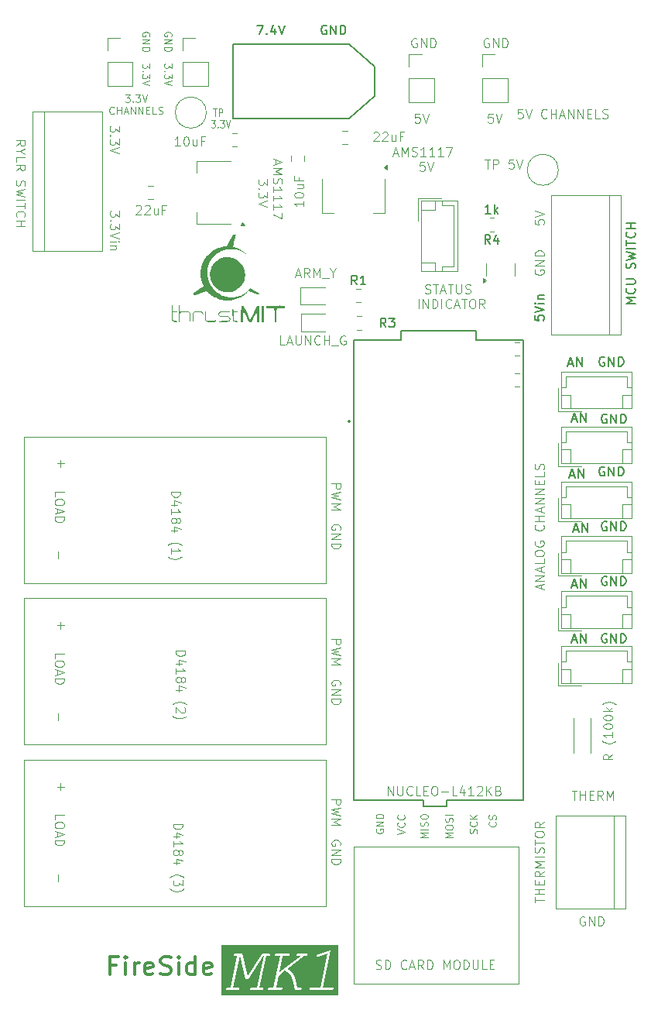
<source format=gbr>
%TF.GenerationSoftware,KiCad,Pcbnew,9.0.4*%
%TF.CreationDate,2025-09-20T14:11:16+05:30*%
%TF.ProjectId,FireSide v2.0,46697265-5369-4646-9520-76322e302e6b,rev?*%
%TF.SameCoordinates,Original*%
%TF.FileFunction,Legend,Top*%
%TF.FilePolarity,Positive*%
%FSLAX46Y46*%
G04 Gerber Fmt 4.6, Leading zero omitted, Abs format (unit mm)*
G04 Created by KiCad (PCBNEW 9.0.4) date 2025-09-20 14:11:16*
%MOMM*%
%LPD*%
G01*
G04 APERTURE LIST*
%ADD10C,0.150000*%
%ADD11C,0.100000*%
%ADD12C,1.000000*%
%ADD13C,0.300000*%
%ADD14C,0.087500*%
%ADD15C,0.120000*%
%ADD16C,0.127000*%
%ADD17C,0.200000*%
%ADD18C,0.000000*%
G04 APERTURE END LIST*
D10*
X136988095Y-99419104D02*
X137464285Y-99419104D01*
X136892857Y-99704819D02*
X137226190Y-98704819D01*
X137226190Y-98704819D02*
X137559523Y-99704819D01*
X137892857Y-99704819D02*
X137892857Y-98704819D01*
X137892857Y-98704819D02*
X138464285Y-99704819D01*
X138464285Y-99704819D02*
X138464285Y-98704819D01*
D11*
X106756265Y-59476760D02*
X107232455Y-59476760D01*
X106661027Y-59762475D02*
X106994360Y-58762475D01*
X106994360Y-58762475D02*
X107327693Y-59762475D01*
X108232455Y-59762475D02*
X107899122Y-59286284D01*
X107661027Y-59762475D02*
X107661027Y-58762475D01*
X107661027Y-58762475D02*
X108041979Y-58762475D01*
X108041979Y-58762475D02*
X108137217Y-58810094D01*
X108137217Y-58810094D02*
X108184836Y-58857713D01*
X108184836Y-58857713D02*
X108232455Y-58952951D01*
X108232455Y-58952951D02*
X108232455Y-59095808D01*
X108232455Y-59095808D02*
X108184836Y-59191046D01*
X108184836Y-59191046D02*
X108137217Y-59238665D01*
X108137217Y-59238665D02*
X108041979Y-59286284D01*
X108041979Y-59286284D02*
X107661027Y-59286284D01*
X108661027Y-59762475D02*
X108661027Y-58762475D01*
X108661027Y-58762475D02*
X108994360Y-59476760D01*
X108994360Y-59476760D02*
X109327693Y-58762475D01*
X109327693Y-58762475D02*
X109327693Y-59762475D01*
X109565789Y-59857713D02*
X110327693Y-59857713D01*
X110756265Y-59286284D02*
X110756265Y-59762475D01*
X110422932Y-58762475D02*
X110756265Y-59286284D01*
X110756265Y-59286284D02*
X111089598Y-58762475D01*
X138327693Y-129670038D02*
X138232455Y-129622419D01*
X138232455Y-129622419D02*
X138089598Y-129622419D01*
X138089598Y-129622419D02*
X137946741Y-129670038D01*
X137946741Y-129670038D02*
X137851503Y-129765276D01*
X137851503Y-129765276D02*
X137803884Y-129860514D01*
X137803884Y-129860514D02*
X137756265Y-130050990D01*
X137756265Y-130050990D02*
X137756265Y-130193847D01*
X137756265Y-130193847D02*
X137803884Y-130384323D01*
X137803884Y-130384323D02*
X137851503Y-130479561D01*
X137851503Y-130479561D02*
X137946741Y-130574800D01*
X137946741Y-130574800D02*
X138089598Y-130622419D01*
X138089598Y-130622419D02*
X138184836Y-130622419D01*
X138184836Y-130622419D02*
X138327693Y-130574800D01*
X138327693Y-130574800D02*
X138375312Y-130527180D01*
X138375312Y-130527180D02*
X138375312Y-130193847D01*
X138375312Y-130193847D02*
X138184836Y-130193847D01*
X138803884Y-130622419D02*
X138803884Y-129622419D01*
X138803884Y-129622419D02*
X139375312Y-130622419D01*
X139375312Y-130622419D02*
X139375312Y-129622419D01*
X139851503Y-130622419D02*
X139851503Y-129622419D01*
X139851503Y-129622419D02*
X140089598Y-129622419D01*
X140089598Y-129622419D02*
X140232455Y-129670038D01*
X140232455Y-129670038D02*
X140327693Y-129765276D01*
X140327693Y-129765276D02*
X140375312Y-129860514D01*
X140375312Y-129860514D02*
X140422931Y-130050990D01*
X140422931Y-130050990D02*
X140422931Y-130193847D01*
X140422931Y-130193847D02*
X140375312Y-130384323D01*
X140375312Y-130384323D02*
X140327693Y-130479561D01*
X140327693Y-130479561D02*
X140232455Y-130574800D01*
X140232455Y-130574800D02*
X140089598Y-130622419D01*
X140089598Y-130622419D02*
X139851503Y-130622419D01*
D10*
X140488095Y-80502438D02*
X140392857Y-80454819D01*
X140392857Y-80454819D02*
X140250000Y-80454819D01*
X140250000Y-80454819D02*
X140107143Y-80502438D01*
X140107143Y-80502438D02*
X140011905Y-80597676D01*
X140011905Y-80597676D02*
X139964286Y-80692914D01*
X139964286Y-80692914D02*
X139916667Y-80883390D01*
X139916667Y-80883390D02*
X139916667Y-81026247D01*
X139916667Y-81026247D02*
X139964286Y-81216723D01*
X139964286Y-81216723D02*
X140011905Y-81311961D01*
X140011905Y-81311961D02*
X140107143Y-81407200D01*
X140107143Y-81407200D02*
X140250000Y-81454819D01*
X140250000Y-81454819D02*
X140345238Y-81454819D01*
X140345238Y-81454819D02*
X140488095Y-81407200D01*
X140488095Y-81407200D02*
X140535714Y-81359580D01*
X140535714Y-81359580D02*
X140535714Y-81026247D01*
X140535714Y-81026247D02*
X140345238Y-81026247D01*
X140964286Y-81454819D02*
X140964286Y-80454819D01*
X140964286Y-80454819D02*
X141535714Y-81454819D01*
X141535714Y-81454819D02*
X141535714Y-80454819D01*
X142011905Y-81454819D02*
X142011905Y-80454819D01*
X142011905Y-80454819D02*
X142250000Y-80454819D01*
X142250000Y-80454819D02*
X142392857Y-80502438D01*
X142392857Y-80502438D02*
X142488095Y-80597676D01*
X142488095Y-80597676D02*
X142535714Y-80692914D01*
X142535714Y-80692914D02*
X142583333Y-80883390D01*
X142583333Y-80883390D02*
X142583333Y-81026247D01*
X142583333Y-81026247D02*
X142535714Y-81216723D01*
X142535714Y-81216723D02*
X142488095Y-81311961D01*
X142488095Y-81311961D02*
X142392857Y-81407200D01*
X142392857Y-81407200D02*
X142250000Y-81454819D01*
X142250000Y-81454819D02*
X142011905Y-81454819D01*
D11*
X127411027Y-46872419D02*
X127982455Y-46872419D01*
X127696741Y-47872419D02*
X127696741Y-46872419D01*
X128315789Y-47872419D02*
X128315789Y-46872419D01*
X128315789Y-46872419D02*
X128696741Y-46872419D01*
X128696741Y-46872419D02*
X128791979Y-46920038D01*
X128791979Y-46920038D02*
X128839598Y-46967657D01*
X128839598Y-46967657D02*
X128887217Y-47062895D01*
X128887217Y-47062895D02*
X128887217Y-47205752D01*
X128887217Y-47205752D02*
X128839598Y-47300990D01*
X128839598Y-47300990D02*
X128791979Y-47348609D01*
X128791979Y-47348609D02*
X128696741Y-47396228D01*
X128696741Y-47396228D02*
X128315789Y-47396228D01*
X130553884Y-46872419D02*
X130077694Y-46872419D01*
X130077694Y-46872419D02*
X130030075Y-47348609D01*
X130030075Y-47348609D02*
X130077694Y-47300990D01*
X130077694Y-47300990D02*
X130172932Y-47253371D01*
X130172932Y-47253371D02*
X130411027Y-47253371D01*
X130411027Y-47253371D02*
X130506265Y-47300990D01*
X130506265Y-47300990D02*
X130553884Y-47348609D01*
X130553884Y-47348609D02*
X130601503Y-47443847D01*
X130601503Y-47443847D02*
X130601503Y-47681942D01*
X130601503Y-47681942D02*
X130553884Y-47777180D01*
X130553884Y-47777180D02*
X130506265Y-47824800D01*
X130506265Y-47824800D02*
X130411027Y-47872419D01*
X130411027Y-47872419D02*
X130172932Y-47872419D01*
X130172932Y-47872419D02*
X130077694Y-47824800D01*
X130077694Y-47824800D02*
X130030075Y-47777180D01*
X130887218Y-46872419D02*
X131220551Y-47872419D01*
X131220551Y-47872419D02*
X131553884Y-46872419D01*
D10*
X110088095Y-32252438D02*
X109992857Y-32204819D01*
X109992857Y-32204819D02*
X109850000Y-32204819D01*
X109850000Y-32204819D02*
X109707143Y-32252438D01*
X109707143Y-32252438D02*
X109611905Y-32347676D01*
X109611905Y-32347676D02*
X109564286Y-32442914D01*
X109564286Y-32442914D02*
X109516667Y-32633390D01*
X109516667Y-32633390D02*
X109516667Y-32776247D01*
X109516667Y-32776247D02*
X109564286Y-32966723D01*
X109564286Y-32966723D02*
X109611905Y-33061961D01*
X109611905Y-33061961D02*
X109707143Y-33157200D01*
X109707143Y-33157200D02*
X109850000Y-33204819D01*
X109850000Y-33204819D02*
X109945238Y-33204819D01*
X109945238Y-33204819D02*
X110088095Y-33157200D01*
X110088095Y-33157200D02*
X110135714Y-33109580D01*
X110135714Y-33109580D02*
X110135714Y-32776247D01*
X110135714Y-32776247D02*
X109945238Y-32776247D01*
X110564286Y-33204819D02*
X110564286Y-32204819D01*
X110564286Y-32204819D02*
X111135714Y-33204819D01*
X111135714Y-33204819D02*
X111135714Y-32204819D01*
X111611905Y-33204819D02*
X111611905Y-32204819D01*
X111611905Y-32204819D02*
X111850000Y-32204819D01*
X111850000Y-32204819D02*
X111992857Y-32252438D01*
X111992857Y-32252438D02*
X112088095Y-32347676D01*
X112088095Y-32347676D02*
X112135714Y-32442914D01*
X112135714Y-32442914D02*
X112183333Y-32633390D01*
X112183333Y-32633390D02*
X112183333Y-32776247D01*
X112183333Y-32776247D02*
X112135714Y-32966723D01*
X112135714Y-32966723D02*
X112088095Y-33061961D01*
X112088095Y-33061961D02*
X111992857Y-33157200D01*
X111992857Y-33157200D02*
X111850000Y-33204819D01*
X111850000Y-33204819D02*
X111611905Y-33204819D01*
D11*
X132872419Y-128088972D02*
X132872419Y-127517544D01*
X133872419Y-127803258D02*
X132872419Y-127803258D01*
X133872419Y-127184210D02*
X132872419Y-127184210D01*
X133348609Y-127184210D02*
X133348609Y-126612782D01*
X133872419Y-126612782D02*
X132872419Y-126612782D01*
X133348609Y-126136591D02*
X133348609Y-125803258D01*
X133872419Y-125660401D02*
X133872419Y-126136591D01*
X133872419Y-126136591D02*
X132872419Y-126136591D01*
X132872419Y-126136591D02*
X132872419Y-125660401D01*
X133872419Y-124660401D02*
X133396228Y-124993734D01*
X133872419Y-125231829D02*
X132872419Y-125231829D01*
X132872419Y-125231829D02*
X132872419Y-124850877D01*
X132872419Y-124850877D02*
X132920038Y-124755639D01*
X132920038Y-124755639D02*
X132967657Y-124708020D01*
X132967657Y-124708020D02*
X133062895Y-124660401D01*
X133062895Y-124660401D02*
X133205752Y-124660401D01*
X133205752Y-124660401D02*
X133300990Y-124708020D01*
X133300990Y-124708020D02*
X133348609Y-124755639D01*
X133348609Y-124755639D02*
X133396228Y-124850877D01*
X133396228Y-124850877D02*
X133396228Y-125231829D01*
X133872419Y-124231829D02*
X132872419Y-124231829D01*
X132872419Y-124231829D02*
X133586704Y-123898496D01*
X133586704Y-123898496D02*
X132872419Y-123565163D01*
X132872419Y-123565163D02*
X133872419Y-123565163D01*
X133872419Y-123088972D02*
X132872419Y-123088972D01*
X133824800Y-122660401D02*
X133872419Y-122517544D01*
X133872419Y-122517544D02*
X133872419Y-122279449D01*
X133872419Y-122279449D02*
X133824800Y-122184211D01*
X133824800Y-122184211D02*
X133777180Y-122136592D01*
X133777180Y-122136592D02*
X133681942Y-122088973D01*
X133681942Y-122088973D02*
X133586704Y-122088973D01*
X133586704Y-122088973D02*
X133491466Y-122136592D01*
X133491466Y-122136592D02*
X133443847Y-122184211D01*
X133443847Y-122184211D02*
X133396228Y-122279449D01*
X133396228Y-122279449D02*
X133348609Y-122469925D01*
X133348609Y-122469925D02*
X133300990Y-122565163D01*
X133300990Y-122565163D02*
X133253371Y-122612782D01*
X133253371Y-122612782D02*
X133158133Y-122660401D01*
X133158133Y-122660401D02*
X133062895Y-122660401D01*
X133062895Y-122660401D02*
X132967657Y-122612782D01*
X132967657Y-122612782D02*
X132920038Y-122565163D01*
X132920038Y-122565163D02*
X132872419Y-122469925D01*
X132872419Y-122469925D02*
X132872419Y-122231830D01*
X132872419Y-122231830D02*
X132920038Y-122088973D01*
X132872419Y-121803258D02*
X132872419Y-121231830D01*
X133872419Y-121517544D02*
X132872419Y-121517544D01*
X132872419Y-120708020D02*
X132872419Y-120517544D01*
X132872419Y-120517544D02*
X132920038Y-120422306D01*
X132920038Y-120422306D02*
X133015276Y-120327068D01*
X133015276Y-120327068D02*
X133205752Y-120279449D01*
X133205752Y-120279449D02*
X133539085Y-120279449D01*
X133539085Y-120279449D02*
X133729561Y-120327068D01*
X133729561Y-120327068D02*
X133824800Y-120422306D01*
X133824800Y-120422306D02*
X133872419Y-120517544D01*
X133872419Y-120517544D02*
X133872419Y-120708020D01*
X133872419Y-120708020D02*
X133824800Y-120803258D01*
X133824800Y-120803258D02*
X133729561Y-120898496D01*
X133729561Y-120898496D02*
X133539085Y-120946115D01*
X133539085Y-120946115D02*
X133205752Y-120946115D01*
X133205752Y-120946115D02*
X133015276Y-120898496D01*
X133015276Y-120898496D02*
X132920038Y-120803258D01*
X132920038Y-120803258D02*
X132872419Y-120708020D01*
X133872419Y-119279449D02*
X133396228Y-119612782D01*
X133872419Y-119850877D02*
X132872419Y-119850877D01*
X132872419Y-119850877D02*
X132872419Y-119469925D01*
X132872419Y-119469925D02*
X132920038Y-119374687D01*
X132920038Y-119374687D02*
X132967657Y-119327068D01*
X132967657Y-119327068D02*
X133062895Y-119279449D01*
X133062895Y-119279449D02*
X133205752Y-119279449D01*
X133205752Y-119279449D02*
X133300990Y-119327068D01*
X133300990Y-119327068D02*
X133348609Y-119374687D01*
X133348609Y-119374687D02*
X133396228Y-119469925D01*
X133396228Y-119469925D02*
X133396228Y-119850877D01*
X141372419Y-111874687D02*
X140896228Y-112208020D01*
X141372419Y-112446115D02*
X140372419Y-112446115D01*
X140372419Y-112446115D02*
X140372419Y-112065163D01*
X140372419Y-112065163D02*
X140420038Y-111969925D01*
X140420038Y-111969925D02*
X140467657Y-111922306D01*
X140467657Y-111922306D02*
X140562895Y-111874687D01*
X140562895Y-111874687D02*
X140705752Y-111874687D01*
X140705752Y-111874687D02*
X140800990Y-111922306D01*
X140800990Y-111922306D02*
X140848609Y-111969925D01*
X140848609Y-111969925D02*
X140896228Y-112065163D01*
X140896228Y-112065163D02*
X140896228Y-112446115D01*
X141753371Y-110398496D02*
X141705752Y-110446115D01*
X141705752Y-110446115D02*
X141562895Y-110541353D01*
X141562895Y-110541353D02*
X141467657Y-110588972D01*
X141467657Y-110588972D02*
X141324800Y-110636591D01*
X141324800Y-110636591D02*
X141086704Y-110684210D01*
X141086704Y-110684210D02*
X140896228Y-110684210D01*
X140896228Y-110684210D02*
X140658133Y-110636591D01*
X140658133Y-110636591D02*
X140515276Y-110588972D01*
X140515276Y-110588972D02*
X140420038Y-110541353D01*
X140420038Y-110541353D02*
X140277180Y-110446115D01*
X140277180Y-110446115D02*
X140229561Y-110398496D01*
X141372419Y-109493734D02*
X141372419Y-110065162D01*
X141372419Y-109779448D02*
X140372419Y-109779448D01*
X140372419Y-109779448D02*
X140515276Y-109874686D01*
X140515276Y-109874686D02*
X140610514Y-109969924D01*
X140610514Y-109969924D02*
X140658133Y-110065162D01*
X140372419Y-108874686D02*
X140372419Y-108779448D01*
X140372419Y-108779448D02*
X140420038Y-108684210D01*
X140420038Y-108684210D02*
X140467657Y-108636591D01*
X140467657Y-108636591D02*
X140562895Y-108588972D01*
X140562895Y-108588972D02*
X140753371Y-108541353D01*
X140753371Y-108541353D02*
X140991466Y-108541353D01*
X140991466Y-108541353D02*
X141181942Y-108588972D01*
X141181942Y-108588972D02*
X141277180Y-108636591D01*
X141277180Y-108636591D02*
X141324800Y-108684210D01*
X141324800Y-108684210D02*
X141372419Y-108779448D01*
X141372419Y-108779448D02*
X141372419Y-108874686D01*
X141372419Y-108874686D02*
X141324800Y-108969924D01*
X141324800Y-108969924D02*
X141277180Y-109017543D01*
X141277180Y-109017543D02*
X141181942Y-109065162D01*
X141181942Y-109065162D02*
X140991466Y-109112781D01*
X140991466Y-109112781D02*
X140753371Y-109112781D01*
X140753371Y-109112781D02*
X140562895Y-109065162D01*
X140562895Y-109065162D02*
X140467657Y-109017543D01*
X140467657Y-109017543D02*
X140420038Y-108969924D01*
X140420038Y-108969924D02*
X140372419Y-108874686D01*
X140372419Y-107922305D02*
X140372419Y-107827067D01*
X140372419Y-107827067D02*
X140420038Y-107731829D01*
X140420038Y-107731829D02*
X140467657Y-107684210D01*
X140467657Y-107684210D02*
X140562895Y-107636591D01*
X140562895Y-107636591D02*
X140753371Y-107588972D01*
X140753371Y-107588972D02*
X140991466Y-107588972D01*
X140991466Y-107588972D02*
X141181942Y-107636591D01*
X141181942Y-107636591D02*
X141277180Y-107684210D01*
X141277180Y-107684210D02*
X141324800Y-107731829D01*
X141324800Y-107731829D02*
X141372419Y-107827067D01*
X141372419Y-107827067D02*
X141372419Y-107922305D01*
X141372419Y-107922305D02*
X141324800Y-108017543D01*
X141324800Y-108017543D02*
X141277180Y-108065162D01*
X141277180Y-108065162D02*
X141181942Y-108112781D01*
X141181942Y-108112781D02*
X140991466Y-108160400D01*
X140991466Y-108160400D02*
X140753371Y-108160400D01*
X140753371Y-108160400D02*
X140562895Y-108112781D01*
X140562895Y-108112781D02*
X140467657Y-108065162D01*
X140467657Y-108065162D02*
X140420038Y-108017543D01*
X140420038Y-108017543D02*
X140372419Y-107922305D01*
X141372419Y-107160400D02*
X140372419Y-107160400D01*
X140991466Y-107065162D02*
X141372419Y-106779448D01*
X140705752Y-106779448D02*
X141086704Y-107160400D01*
X141753371Y-106446114D02*
X141705752Y-106398495D01*
X141705752Y-106398495D02*
X141562895Y-106303257D01*
X141562895Y-106303257D02*
X141467657Y-106255638D01*
X141467657Y-106255638D02*
X141324800Y-106208019D01*
X141324800Y-106208019D02*
X141086704Y-106160400D01*
X141086704Y-106160400D02*
X140896228Y-106160400D01*
X140896228Y-106160400D02*
X140658133Y-106208019D01*
X140658133Y-106208019D02*
X140515276Y-106255638D01*
X140515276Y-106255638D02*
X140420038Y-106303257D01*
X140420038Y-106303257D02*
X140277180Y-106398495D01*
X140277180Y-106398495D02*
X140229561Y-106446114D01*
D10*
X102523810Y-32204819D02*
X103190476Y-32204819D01*
X103190476Y-32204819D02*
X102761905Y-33204819D01*
X103571429Y-33109580D02*
X103619048Y-33157200D01*
X103619048Y-33157200D02*
X103571429Y-33204819D01*
X103571429Y-33204819D02*
X103523810Y-33157200D01*
X103523810Y-33157200D02*
X103571429Y-33109580D01*
X103571429Y-33109580D02*
X103571429Y-33204819D01*
X104476190Y-32538152D02*
X104476190Y-33204819D01*
X104238095Y-32157200D02*
X104000000Y-32871485D01*
X104000000Y-32871485D02*
X104619047Y-32871485D01*
X104857143Y-32204819D02*
X105190476Y-33204819D01*
X105190476Y-33204819D02*
X105523809Y-32204819D01*
D11*
X127827693Y-33670038D02*
X127732455Y-33622419D01*
X127732455Y-33622419D02*
X127589598Y-33622419D01*
X127589598Y-33622419D02*
X127446741Y-33670038D01*
X127446741Y-33670038D02*
X127351503Y-33765276D01*
X127351503Y-33765276D02*
X127303884Y-33860514D01*
X127303884Y-33860514D02*
X127256265Y-34050990D01*
X127256265Y-34050990D02*
X127256265Y-34193847D01*
X127256265Y-34193847D02*
X127303884Y-34384323D01*
X127303884Y-34384323D02*
X127351503Y-34479561D01*
X127351503Y-34479561D02*
X127446741Y-34574800D01*
X127446741Y-34574800D02*
X127589598Y-34622419D01*
X127589598Y-34622419D02*
X127684836Y-34622419D01*
X127684836Y-34622419D02*
X127827693Y-34574800D01*
X127827693Y-34574800D02*
X127875312Y-34527180D01*
X127875312Y-34527180D02*
X127875312Y-34193847D01*
X127875312Y-34193847D02*
X127684836Y-34193847D01*
X128303884Y-34622419D02*
X128303884Y-33622419D01*
X128303884Y-33622419D02*
X128875312Y-34622419D01*
X128875312Y-34622419D02*
X128875312Y-33622419D01*
X129351503Y-34622419D02*
X129351503Y-33622419D01*
X129351503Y-33622419D02*
X129589598Y-33622419D01*
X129589598Y-33622419D02*
X129732455Y-33670038D01*
X129732455Y-33670038D02*
X129827693Y-33765276D01*
X129827693Y-33765276D02*
X129875312Y-33860514D01*
X129875312Y-33860514D02*
X129922931Y-34050990D01*
X129922931Y-34050990D02*
X129922931Y-34193847D01*
X129922931Y-34193847D02*
X129875312Y-34384323D01*
X129875312Y-34384323D02*
X129827693Y-34479561D01*
X129827693Y-34479561D02*
X129732455Y-34574800D01*
X129732455Y-34574800D02*
X129589598Y-34622419D01*
X129589598Y-34622419D02*
X129351503Y-34622419D01*
D12*
G36*
X111397365Y-138205556D02*
G01*
X98553742Y-138205556D01*
X98553742Y-137532763D01*
X99109298Y-137532763D01*
X99118251Y-137582999D01*
X99143492Y-137619164D01*
X99186765Y-137640691D01*
X99273246Y-137650000D01*
X100332039Y-137650000D01*
X100435166Y-137635723D01*
X100501177Y-137598403D01*
X100543752Y-137540915D01*
X100557658Y-137474145D01*
X100548609Y-137422748D01*
X100523464Y-137387133D01*
X100480261Y-137366051D01*
X100393710Y-137356908D01*
X99864009Y-137356908D01*
X100591547Y-133908199D01*
X100646196Y-133908199D01*
X101213450Y-136438555D01*
X101544705Y-136438555D01*
X103160066Y-133908199D01*
X103218379Y-133908199D01*
X102490840Y-137356908D01*
X101964802Y-137356908D01*
X101861716Y-137371392D01*
X101793832Y-137409726D01*
X101749910Y-137467786D01*
X101735825Y-137532763D01*
X101745120Y-137582864D01*
X101771545Y-137619164D01*
X101816362Y-137640763D01*
X101903131Y-137650000D01*
X102958565Y-137650000D01*
X103063393Y-137639586D01*
X103129535Y-137613363D01*
X103171382Y-137564063D01*
X103177008Y-137532763D01*
X103670839Y-137532763D01*
X103679791Y-137582999D01*
X103705033Y-137619164D01*
X103748305Y-137640691D01*
X103834787Y-137650000D01*
X105037072Y-137650000D01*
X105139932Y-137635733D01*
X105205905Y-137598403D01*
X105248480Y-137540915D01*
X105262386Y-137474145D01*
X105253337Y-137422748D01*
X105228192Y-137387133D01*
X105184988Y-137366051D01*
X105098438Y-137356908D01*
X104569042Y-137356908D01*
X104842288Y-136089288D01*
X105525558Y-135570577D01*
X105794338Y-135689726D01*
X106013471Y-135853526D01*
X106189898Y-136064558D01*
X106314155Y-136323245D01*
X106456246Y-136814720D01*
X106611828Y-137650000D01*
X107165038Y-137650000D01*
X107268166Y-137636410D01*
X107333871Y-137601151D01*
X107376556Y-137546740D01*
X107379625Y-137532763D01*
X108198185Y-137532763D01*
X108207138Y-137582999D01*
X108232379Y-137619164D01*
X108275652Y-137640691D01*
X108362133Y-137650000D01*
X110616495Y-137650000D01*
X110719354Y-137635733D01*
X110785327Y-137598403D01*
X110827902Y-137540915D01*
X110841809Y-137474145D01*
X110832759Y-137422748D01*
X110807615Y-137387133D01*
X110764411Y-137366051D01*
X110677861Y-137356908D01*
X109694173Y-137356908D01*
X110555129Y-133314689D01*
X109158060Y-133722575D01*
X109063186Y-133757993D01*
X109014567Y-133794931D01*
X108977015Y-133892323D01*
X109007545Y-133966207D01*
X109079596Y-133996127D01*
X109185232Y-133975671D01*
X110182658Y-133683496D01*
X109407493Y-137356908D01*
X108423804Y-137356908D01*
X108321014Y-137371460D01*
X108254666Y-137409726D01*
X108211953Y-137467667D01*
X108198185Y-137532763D01*
X107379625Y-137532763D01*
X107390352Y-137483914D01*
X107381403Y-137436971D01*
X107356158Y-137404230D01*
X107313447Y-137384936D01*
X107226404Y-137376448D01*
X106867978Y-137376448D01*
X106717326Y-136629367D01*
X106639000Y-136326509D01*
X106486943Y-135956446D01*
X106323011Y-135710406D01*
X106109222Y-135518442D01*
X105812543Y-135354117D01*
X107687718Y-133937508D01*
X107860685Y-133928088D01*
X107916390Y-133937508D01*
X107998517Y-133867899D01*
X108032711Y-133761653D01*
X108023661Y-133710257D01*
X107998517Y-133674642D01*
X107954892Y-133653644D01*
X107865099Y-133644417D01*
X107021545Y-133644417D01*
X106918369Y-133657995D01*
X106852407Y-133693265D01*
X106809780Y-133747173D01*
X106796231Y-133807144D01*
X106805248Y-133857075D01*
X106830120Y-133890491D01*
X106873057Y-133909577D01*
X106960179Y-133917969D01*
X107274337Y-133917969D01*
X104921057Y-135674685D01*
X105296580Y-133937508D01*
X105825976Y-133937508D01*
X105929104Y-133923232D01*
X105995115Y-133885912D01*
X106037689Y-133828424D01*
X106051596Y-133761653D01*
X106042547Y-133710257D01*
X106017402Y-133674642D01*
X105974198Y-133653559D01*
X105887648Y-133644417D01*
X104685362Y-133644417D01*
X104582572Y-133658969D01*
X104516224Y-133697234D01*
X104473511Y-133755176D01*
X104459743Y-133820272D01*
X104468901Y-133873095D01*
X104493937Y-133908199D01*
X104537038Y-133928616D01*
X104623691Y-133937508D01*
X105009900Y-133937508D01*
X104282362Y-137356908D01*
X103896153Y-137356908D01*
X103793363Y-137371460D01*
X103727015Y-137409726D01*
X103684543Y-137467643D01*
X103670839Y-137532763D01*
X103177008Y-137532763D01*
X103187543Y-137474145D01*
X103176035Y-137387180D01*
X103153349Y-137364235D01*
X103020237Y-137376448D01*
X102781184Y-137356908D01*
X103508722Y-133937508D01*
X103686104Y-133937508D01*
X103789231Y-133923232D01*
X103855242Y-133885912D01*
X103897817Y-133828424D01*
X103911723Y-133761653D01*
X103902674Y-133710257D01*
X103877529Y-133674642D01*
X103834326Y-133653559D01*
X103747775Y-133644417D01*
X103040692Y-133644417D01*
X101448839Y-136093867D01*
X100888913Y-133644417D01*
X100185188Y-133644417D01*
X100080846Y-133654874D01*
X100016050Y-133681053D01*
X99975615Y-133730147D01*
X99959874Y-133820272D01*
X99971301Y-133907288D01*
X99993763Y-133930181D01*
X100123822Y-133917969D01*
X100301203Y-133937508D01*
X99573970Y-137356908D01*
X99334612Y-137356908D01*
X99231822Y-137371460D01*
X99165474Y-137409726D01*
X99123002Y-137467643D01*
X99109298Y-137532763D01*
X98553742Y-137532763D01*
X98553742Y-132759133D01*
X111397365Y-132759133D01*
X111397365Y-138205556D01*
G37*
D13*
X87090225Y-134942019D02*
X86423558Y-134942019D01*
X86423558Y-135989638D02*
X86423558Y-133989638D01*
X86423558Y-133989638D02*
X87375939Y-133989638D01*
X88137844Y-135989638D02*
X88137844Y-134656304D01*
X88137844Y-133989638D02*
X88042606Y-134084876D01*
X88042606Y-134084876D02*
X88137844Y-134180114D01*
X88137844Y-134180114D02*
X88233082Y-134084876D01*
X88233082Y-134084876D02*
X88137844Y-133989638D01*
X88137844Y-133989638D02*
X88137844Y-134180114D01*
X89090225Y-135989638D02*
X89090225Y-134656304D01*
X89090225Y-135037257D02*
X89185463Y-134846780D01*
X89185463Y-134846780D02*
X89280701Y-134751542D01*
X89280701Y-134751542D02*
X89471177Y-134656304D01*
X89471177Y-134656304D02*
X89661654Y-134656304D01*
X91090225Y-135894400D02*
X90899749Y-135989638D01*
X90899749Y-135989638D02*
X90518796Y-135989638D01*
X90518796Y-135989638D02*
X90328320Y-135894400D01*
X90328320Y-135894400D02*
X90233082Y-135703923D01*
X90233082Y-135703923D02*
X90233082Y-134942019D01*
X90233082Y-134942019D02*
X90328320Y-134751542D01*
X90328320Y-134751542D02*
X90518796Y-134656304D01*
X90518796Y-134656304D02*
X90899749Y-134656304D01*
X90899749Y-134656304D02*
X91090225Y-134751542D01*
X91090225Y-134751542D02*
X91185463Y-134942019D01*
X91185463Y-134942019D02*
X91185463Y-135132495D01*
X91185463Y-135132495D02*
X90233082Y-135322971D01*
X91947368Y-135894400D02*
X92233082Y-135989638D01*
X92233082Y-135989638D02*
X92709273Y-135989638D01*
X92709273Y-135989638D02*
X92899749Y-135894400D01*
X92899749Y-135894400D02*
X92994987Y-135799161D01*
X92994987Y-135799161D02*
X93090225Y-135608685D01*
X93090225Y-135608685D02*
X93090225Y-135418209D01*
X93090225Y-135418209D02*
X92994987Y-135227733D01*
X92994987Y-135227733D02*
X92899749Y-135132495D01*
X92899749Y-135132495D02*
X92709273Y-135037257D01*
X92709273Y-135037257D02*
X92328320Y-134942019D01*
X92328320Y-134942019D02*
X92137844Y-134846780D01*
X92137844Y-134846780D02*
X92042606Y-134751542D01*
X92042606Y-134751542D02*
X91947368Y-134561066D01*
X91947368Y-134561066D02*
X91947368Y-134370590D01*
X91947368Y-134370590D02*
X92042606Y-134180114D01*
X92042606Y-134180114D02*
X92137844Y-134084876D01*
X92137844Y-134084876D02*
X92328320Y-133989638D01*
X92328320Y-133989638D02*
X92804511Y-133989638D01*
X92804511Y-133989638D02*
X93090225Y-134084876D01*
X93947368Y-135989638D02*
X93947368Y-134656304D01*
X93947368Y-133989638D02*
X93852130Y-134084876D01*
X93852130Y-134084876D02*
X93947368Y-134180114D01*
X93947368Y-134180114D02*
X94042606Y-134084876D01*
X94042606Y-134084876D02*
X93947368Y-133989638D01*
X93947368Y-133989638D02*
X93947368Y-134180114D01*
X95756892Y-135989638D02*
X95756892Y-133989638D01*
X95756892Y-135894400D02*
X95566416Y-135989638D01*
X95566416Y-135989638D02*
X95185463Y-135989638D01*
X95185463Y-135989638D02*
X94994987Y-135894400D01*
X94994987Y-135894400D02*
X94899749Y-135799161D01*
X94899749Y-135799161D02*
X94804511Y-135608685D01*
X94804511Y-135608685D02*
X94804511Y-135037257D01*
X94804511Y-135037257D02*
X94899749Y-134846780D01*
X94899749Y-134846780D02*
X94994987Y-134751542D01*
X94994987Y-134751542D02*
X95185463Y-134656304D01*
X95185463Y-134656304D02*
X95566416Y-134656304D01*
X95566416Y-134656304D02*
X95756892Y-134751542D01*
X97471178Y-135894400D02*
X97280702Y-135989638D01*
X97280702Y-135989638D02*
X96899749Y-135989638D01*
X96899749Y-135989638D02*
X96709273Y-135894400D01*
X96709273Y-135894400D02*
X96614035Y-135703923D01*
X96614035Y-135703923D02*
X96614035Y-134942019D01*
X96614035Y-134942019D02*
X96709273Y-134751542D01*
X96709273Y-134751542D02*
X96899749Y-134656304D01*
X96899749Y-134656304D02*
X97280702Y-134656304D01*
X97280702Y-134656304D02*
X97471178Y-134751542D01*
X97471178Y-134751542D02*
X97566416Y-134942019D01*
X97566416Y-134942019D02*
X97566416Y-135132495D01*
X97566416Y-135132495D02*
X96614035Y-135322971D01*
D11*
X120892857Y-61464856D02*
X121035714Y-61512475D01*
X121035714Y-61512475D02*
X121273809Y-61512475D01*
X121273809Y-61512475D02*
X121369047Y-61464856D01*
X121369047Y-61464856D02*
X121416666Y-61417236D01*
X121416666Y-61417236D02*
X121464285Y-61321998D01*
X121464285Y-61321998D02*
X121464285Y-61226760D01*
X121464285Y-61226760D02*
X121416666Y-61131522D01*
X121416666Y-61131522D02*
X121369047Y-61083903D01*
X121369047Y-61083903D02*
X121273809Y-61036284D01*
X121273809Y-61036284D02*
X121083333Y-60988665D01*
X121083333Y-60988665D02*
X120988095Y-60941046D01*
X120988095Y-60941046D02*
X120940476Y-60893427D01*
X120940476Y-60893427D02*
X120892857Y-60798189D01*
X120892857Y-60798189D02*
X120892857Y-60702951D01*
X120892857Y-60702951D02*
X120940476Y-60607713D01*
X120940476Y-60607713D02*
X120988095Y-60560094D01*
X120988095Y-60560094D02*
X121083333Y-60512475D01*
X121083333Y-60512475D02*
X121321428Y-60512475D01*
X121321428Y-60512475D02*
X121464285Y-60560094D01*
X121750000Y-60512475D02*
X122321428Y-60512475D01*
X122035714Y-61512475D02*
X122035714Y-60512475D01*
X122607143Y-61226760D02*
X123083333Y-61226760D01*
X122511905Y-61512475D02*
X122845238Y-60512475D01*
X122845238Y-60512475D02*
X123178571Y-61512475D01*
X123369048Y-60512475D02*
X123940476Y-60512475D01*
X123654762Y-61512475D02*
X123654762Y-60512475D01*
X124273810Y-60512475D02*
X124273810Y-61321998D01*
X124273810Y-61321998D02*
X124321429Y-61417236D01*
X124321429Y-61417236D02*
X124369048Y-61464856D01*
X124369048Y-61464856D02*
X124464286Y-61512475D01*
X124464286Y-61512475D02*
X124654762Y-61512475D01*
X124654762Y-61512475D02*
X124750000Y-61464856D01*
X124750000Y-61464856D02*
X124797619Y-61417236D01*
X124797619Y-61417236D02*
X124845238Y-61321998D01*
X124845238Y-61321998D02*
X124845238Y-60512475D01*
X125273810Y-61464856D02*
X125416667Y-61512475D01*
X125416667Y-61512475D02*
X125654762Y-61512475D01*
X125654762Y-61512475D02*
X125750000Y-61464856D01*
X125750000Y-61464856D02*
X125797619Y-61417236D01*
X125797619Y-61417236D02*
X125845238Y-61321998D01*
X125845238Y-61321998D02*
X125845238Y-61226760D01*
X125845238Y-61226760D02*
X125797619Y-61131522D01*
X125797619Y-61131522D02*
X125750000Y-61083903D01*
X125750000Y-61083903D02*
X125654762Y-61036284D01*
X125654762Y-61036284D02*
X125464286Y-60988665D01*
X125464286Y-60988665D02*
X125369048Y-60941046D01*
X125369048Y-60941046D02*
X125321429Y-60893427D01*
X125321429Y-60893427D02*
X125273810Y-60798189D01*
X125273810Y-60798189D02*
X125273810Y-60702951D01*
X125273810Y-60702951D02*
X125321429Y-60607713D01*
X125321429Y-60607713D02*
X125369048Y-60560094D01*
X125369048Y-60560094D02*
X125464286Y-60512475D01*
X125464286Y-60512475D02*
X125702381Y-60512475D01*
X125702381Y-60512475D02*
X125845238Y-60560094D01*
X120154762Y-63122419D02*
X120154762Y-62122419D01*
X120630952Y-63122419D02*
X120630952Y-62122419D01*
X120630952Y-62122419D02*
X121202380Y-63122419D01*
X121202380Y-63122419D02*
X121202380Y-62122419D01*
X121678571Y-63122419D02*
X121678571Y-62122419D01*
X121678571Y-62122419D02*
X121916666Y-62122419D01*
X121916666Y-62122419D02*
X122059523Y-62170038D01*
X122059523Y-62170038D02*
X122154761Y-62265276D01*
X122154761Y-62265276D02*
X122202380Y-62360514D01*
X122202380Y-62360514D02*
X122249999Y-62550990D01*
X122249999Y-62550990D02*
X122249999Y-62693847D01*
X122249999Y-62693847D02*
X122202380Y-62884323D01*
X122202380Y-62884323D02*
X122154761Y-62979561D01*
X122154761Y-62979561D02*
X122059523Y-63074800D01*
X122059523Y-63074800D02*
X121916666Y-63122419D01*
X121916666Y-63122419D02*
X121678571Y-63122419D01*
X122678571Y-63122419D02*
X122678571Y-62122419D01*
X123726189Y-63027180D02*
X123678570Y-63074800D01*
X123678570Y-63074800D02*
X123535713Y-63122419D01*
X123535713Y-63122419D02*
X123440475Y-63122419D01*
X123440475Y-63122419D02*
X123297618Y-63074800D01*
X123297618Y-63074800D02*
X123202380Y-62979561D01*
X123202380Y-62979561D02*
X123154761Y-62884323D01*
X123154761Y-62884323D02*
X123107142Y-62693847D01*
X123107142Y-62693847D02*
X123107142Y-62550990D01*
X123107142Y-62550990D02*
X123154761Y-62360514D01*
X123154761Y-62360514D02*
X123202380Y-62265276D01*
X123202380Y-62265276D02*
X123297618Y-62170038D01*
X123297618Y-62170038D02*
X123440475Y-62122419D01*
X123440475Y-62122419D02*
X123535713Y-62122419D01*
X123535713Y-62122419D02*
X123678570Y-62170038D01*
X123678570Y-62170038D02*
X123726189Y-62217657D01*
X124107142Y-62836704D02*
X124583332Y-62836704D01*
X124011904Y-63122419D02*
X124345237Y-62122419D01*
X124345237Y-62122419D02*
X124678570Y-63122419D01*
X124869047Y-62122419D02*
X125440475Y-62122419D01*
X125154761Y-63122419D02*
X125154761Y-62122419D01*
X125964285Y-62122419D02*
X126154761Y-62122419D01*
X126154761Y-62122419D02*
X126249999Y-62170038D01*
X126249999Y-62170038D02*
X126345237Y-62265276D01*
X126345237Y-62265276D02*
X126392856Y-62455752D01*
X126392856Y-62455752D02*
X126392856Y-62789085D01*
X126392856Y-62789085D02*
X126345237Y-62979561D01*
X126345237Y-62979561D02*
X126249999Y-63074800D01*
X126249999Y-63074800D02*
X126154761Y-63122419D01*
X126154761Y-63122419D02*
X125964285Y-63122419D01*
X125964285Y-63122419D02*
X125869047Y-63074800D01*
X125869047Y-63074800D02*
X125773809Y-62979561D01*
X125773809Y-62979561D02*
X125726190Y-62789085D01*
X125726190Y-62789085D02*
X125726190Y-62455752D01*
X125726190Y-62455752D02*
X125773809Y-62265276D01*
X125773809Y-62265276D02*
X125869047Y-62170038D01*
X125869047Y-62170038D02*
X125964285Y-62122419D01*
X127392856Y-63122419D02*
X127059523Y-62646228D01*
X126821428Y-63122419D02*
X126821428Y-62122419D01*
X126821428Y-62122419D02*
X127202380Y-62122419D01*
X127202380Y-62122419D02*
X127297618Y-62170038D01*
X127297618Y-62170038D02*
X127345237Y-62217657D01*
X127345237Y-62217657D02*
X127392856Y-62312895D01*
X127392856Y-62312895D02*
X127392856Y-62455752D01*
X127392856Y-62455752D02*
X127345237Y-62550990D01*
X127345237Y-62550990D02*
X127297618Y-62598609D01*
X127297618Y-62598609D02*
X127202380Y-62646228D01*
X127202380Y-62646228D02*
X126821428Y-62646228D01*
D10*
X136738095Y-81419104D02*
X137214285Y-81419104D01*
X136642857Y-81704819D02*
X136976190Y-80704819D01*
X136976190Y-80704819D02*
X137309523Y-81704819D01*
X137642857Y-81704819D02*
X137642857Y-80704819D01*
X137642857Y-80704819D02*
X138214285Y-81704819D01*
X138214285Y-81704819D02*
X138214285Y-80704819D01*
D11*
X93115009Y-33385312D02*
X93153104Y-33309122D01*
X93153104Y-33309122D02*
X93153104Y-33194836D01*
X93153104Y-33194836D02*
X93115009Y-33080550D01*
X93115009Y-33080550D02*
X93038819Y-33004360D01*
X93038819Y-33004360D02*
X92962628Y-32966265D01*
X92962628Y-32966265D02*
X92810247Y-32928169D01*
X92810247Y-32928169D02*
X92695961Y-32928169D01*
X92695961Y-32928169D02*
X92543580Y-32966265D01*
X92543580Y-32966265D02*
X92467390Y-33004360D01*
X92467390Y-33004360D02*
X92391200Y-33080550D01*
X92391200Y-33080550D02*
X92353104Y-33194836D01*
X92353104Y-33194836D02*
X92353104Y-33271027D01*
X92353104Y-33271027D02*
X92391200Y-33385312D01*
X92391200Y-33385312D02*
X92429295Y-33423408D01*
X92429295Y-33423408D02*
X92695961Y-33423408D01*
X92695961Y-33423408D02*
X92695961Y-33271027D01*
X92353104Y-33766265D02*
X93153104Y-33766265D01*
X93153104Y-33766265D02*
X92353104Y-34223408D01*
X92353104Y-34223408D02*
X93153104Y-34223408D01*
X92353104Y-34604360D02*
X93153104Y-34604360D01*
X93153104Y-34604360D02*
X93153104Y-34794836D01*
X93153104Y-34794836D02*
X93115009Y-34909122D01*
X93115009Y-34909122D02*
X93038819Y-34985312D01*
X93038819Y-34985312D02*
X92962628Y-35023407D01*
X92962628Y-35023407D02*
X92810247Y-35061503D01*
X92810247Y-35061503D02*
X92695961Y-35061503D01*
X92695961Y-35061503D02*
X92543580Y-35023407D01*
X92543580Y-35023407D02*
X92467390Y-34985312D01*
X92467390Y-34985312D02*
X92391200Y-34909122D01*
X92391200Y-34909122D02*
X92353104Y-34794836D01*
X92353104Y-34794836D02*
X92353104Y-34604360D01*
X115256265Y-43967657D02*
X115303884Y-43920038D01*
X115303884Y-43920038D02*
X115399122Y-43872419D01*
X115399122Y-43872419D02*
X115637217Y-43872419D01*
X115637217Y-43872419D02*
X115732455Y-43920038D01*
X115732455Y-43920038D02*
X115780074Y-43967657D01*
X115780074Y-43967657D02*
X115827693Y-44062895D01*
X115827693Y-44062895D02*
X115827693Y-44158133D01*
X115827693Y-44158133D02*
X115780074Y-44300990D01*
X115780074Y-44300990D02*
X115208646Y-44872419D01*
X115208646Y-44872419D02*
X115827693Y-44872419D01*
X116208646Y-43967657D02*
X116256265Y-43920038D01*
X116256265Y-43920038D02*
X116351503Y-43872419D01*
X116351503Y-43872419D02*
X116589598Y-43872419D01*
X116589598Y-43872419D02*
X116684836Y-43920038D01*
X116684836Y-43920038D02*
X116732455Y-43967657D01*
X116732455Y-43967657D02*
X116780074Y-44062895D01*
X116780074Y-44062895D02*
X116780074Y-44158133D01*
X116780074Y-44158133D02*
X116732455Y-44300990D01*
X116732455Y-44300990D02*
X116161027Y-44872419D01*
X116161027Y-44872419D02*
X116780074Y-44872419D01*
X117637217Y-44205752D02*
X117637217Y-44872419D01*
X117208646Y-44205752D02*
X117208646Y-44729561D01*
X117208646Y-44729561D02*
X117256265Y-44824800D01*
X117256265Y-44824800D02*
X117351503Y-44872419D01*
X117351503Y-44872419D02*
X117494360Y-44872419D01*
X117494360Y-44872419D02*
X117589598Y-44824800D01*
X117589598Y-44824800D02*
X117637217Y-44777180D01*
X118446741Y-44348609D02*
X118113408Y-44348609D01*
X118113408Y-44872419D02*
X118113408Y-43872419D01*
X118113408Y-43872419D02*
X118589598Y-43872419D01*
X132920038Y-58922306D02*
X132872419Y-59017544D01*
X132872419Y-59017544D02*
X132872419Y-59160401D01*
X132872419Y-59160401D02*
X132920038Y-59303258D01*
X132920038Y-59303258D02*
X133015276Y-59398496D01*
X133015276Y-59398496D02*
X133110514Y-59446115D01*
X133110514Y-59446115D02*
X133300990Y-59493734D01*
X133300990Y-59493734D02*
X133443847Y-59493734D01*
X133443847Y-59493734D02*
X133634323Y-59446115D01*
X133634323Y-59446115D02*
X133729561Y-59398496D01*
X133729561Y-59398496D02*
X133824800Y-59303258D01*
X133824800Y-59303258D02*
X133872419Y-59160401D01*
X133872419Y-59160401D02*
X133872419Y-59065163D01*
X133872419Y-59065163D02*
X133824800Y-58922306D01*
X133824800Y-58922306D02*
X133777180Y-58874687D01*
X133777180Y-58874687D02*
X133443847Y-58874687D01*
X133443847Y-58874687D02*
X133443847Y-59065163D01*
X133872419Y-58446115D02*
X132872419Y-58446115D01*
X132872419Y-58446115D02*
X133872419Y-57874687D01*
X133872419Y-57874687D02*
X132872419Y-57874687D01*
X133872419Y-57398496D02*
X132872419Y-57398496D01*
X132872419Y-57398496D02*
X132872419Y-57160401D01*
X132872419Y-57160401D02*
X132920038Y-57017544D01*
X132920038Y-57017544D02*
X133015276Y-56922306D01*
X133015276Y-56922306D02*
X133110514Y-56874687D01*
X133110514Y-56874687D02*
X133300990Y-56827068D01*
X133300990Y-56827068D02*
X133443847Y-56827068D01*
X133443847Y-56827068D02*
X133634323Y-56874687D01*
X133634323Y-56874687D02*
X133729561Y-56922306D01*
X133729561Y-56922306D02*
X133824800Y-57017544D01*
X133824800Y-57017544D02*
X133872419Y-57160401D01*
X133872419Y-57160401D02*
X133872419Y-57398496D01*
X87377580Y-43208646D02*
X87377580Y-43827693D01*
X87377580Y-43827693D02*
X86996628Y-43494360D01*
X86996628Y-43494360D02*
X86996628Y-43637217D01*
X86996628Y-43637217D02*
X86949009Y-43732455D01*
X86949009Y-43732455D02*
X86901390Y-43780074D01*
X86901390Y-43780074D02*
X86806152Y-43827693D01*
X86806152Y-43827693D02*
X86568057Y-43827693D01*
X86568057Y-43827693D02*
X86472819Y-43780074D01*
X86472819Y-43780074D02*
X86425200Y-43732455D01*
X86425200Y-43732455D02*
X86377580Y-43637217D01*
X86377580Y-43637217D02*
X86377580Y-43351503D01*
X86377580Y-43351503D02*
X86425200Y-43256265D01*
X86425200Y-43256265D02*
X86472819Y-43208646D01*
X86472819Y-44256265D02*
X86425200Y-44303884D01*
X86425200Y-44303884D02*
X86377580Y-44256265D01*
X86377580Y-44256265D02*
X86425200Y-44208646D01*
X86425200Y-44208646D02*
X86472819Y-44256265D01*
X86472819Y-44256265D02*
X86377580Y-44256265D01*
X87377580Y-44637217D02*
X87377580Y-45256264D01*
X87377580Y-45256264D02*
X86996628Y-44922931D01*
X86996628Y-44922931D02*
X86996628Y-45065788D01*
X86996628Y-45065788D02*
X86949009Y-45161026D01*
X86949009Y-45161026D02*
X86901390Y-45208645D01*
X86901390Y-45208645D02*
X86806152Y-45256264D01*
X86806152Y-45256264D02*
X86568057Y-45256264D01*
X86568057Y-45256264D02*
X86472819Y-45208645D01*
X86472819Y-45208645D02*
X86425200Y-45161026D01*
X86425200Y-45161026D02*
X86377580Y-45065788D01*
X86377580Y-45065788D02*
X86377580Y-44780074D01*
X86377580Y-44780074D02*
X86425200Y-44684836D01*
X86425200Y-44684836D02*
X86472819Y-44637217D01*
X87377580Y-45541979D02*
X86377580Y-45875312D01*
X86377580Y-45875312D02*
X87377580Y-46208645D01*
X104523239Y-46928571D02*
X104523239Y-47404761D01*
X104237524Y-46833333D02*
X105237524Y-47166666D01*
X105237524Y-47166666D02*
X104237524Y-47499999D01*
X104237524Y-47833333D02*
X105237524Y-47833333D01*
X105237524Y-47833333D02*
X104523239Y-48166666D01*
X104523239Y-48166666D02*
X105237524Y-48499999D01*
X105237524Y-48499999D02*
X104237524Y-48499999D01*
X104285144Y-48928571D02*
X104237524Y-49071428D01*
X104237524Y-49071428D02*
X104237524Y-49309523D01*
X104237524Y-49309523D02*
X104285144Y-49404761D01*
X104285144Y-49404761D02*
X104332763Y-49452380D01*
X104332763Y-49452380D02*
X104428001Y-49499999D01*
X104428001Y-49499999D02*
X104523239Y-49499999D01*
X104523239Y-49499999D02*
X104618477Y-49452380D01*
X104618477Y-49452380D02*
X104666096Y-49404761D01*
X104666096Y-49404761D02*
X104713715Y-49309523D01*
X104713715Y-49309523D02*
X104761334Y-49119047D01*
X104761334Y-49119047D02*
X104808953Y-49023809D01*
X104808953Y-49023809D02*
X104856572Y-48976190D01*
X104856572Y-48976190D02*
X104951810Y-48928571D01*
X104951810Y-48928571D02*
X105047048Y-48928571D01*
X105047048Y-48928571D02*
X105142286Y-48976190D01*
X105142286Y-48976190D02*
X105189905Y-49023809D01*
X105189905Y-49023809D02*
X105237524Y-49119047D01*
X105237524Y-49119047D02*
X105237524Y-49357142D01*
X105237524Y-49357142D02*
X105189905Y-49499999D01*
X104237524Y-50452380D02*
X104237524Y-49880952D01*
X104237524Y-50166666D02*
X105237524Y-50166666D01*
X105237524Y-50166666D02*
X105094667Y-50071428D01*
X105094667Y-50071428D02*
X104999429Y-49976190D01*
X104999429Y-49976190D02*
X104951810Y-49880952D01*
X104237524Y-51404761D02*
X104237524Y-50833333D01*
X104237524Y-51119047D02*
X105237524Y-51119047D01*
X105237524Y-51119047D02*
X105094667Y-51023809D01*
X105094667Y-51023809D02*
X104999429Y-50928571D01*
X104999429Y-50928571D02*
X104951810Y-50833333D01*
X104237524Y-52357142D02*
X104237524Y-51785714D01*
X104237524Y-52071428D02*
X105237524Y-52071428D01*
X105237524Y-52071428D02*
X105094667Y-51976190D01*
X105094667Y-51976190D02*
X104999429Y-51880952D01*
X104999429Y-51880952D02*
X104951810Y-51785714D01*
X105237524Y-52690476D02*
X105237524Y-53357142D01*
X105237524Y-53357142D02*
X104237524Y-52928571D01*
X103627580Y-49023810D02*
X103627580Y-49642857D01*
X103627580Y-49642857D02*
X103246628Y-49309524D01*
X103246628Y-49309524D02*
X103246628Y-49452381D01*
X103246628Y-49452381D02*
X103199009Y-49547619D01*
X103199009Y-49547619D02*
X103151390Y-49595238D01*
X103151390Y-49595238D02*
X103056152Y-49642857D01*
X103056152Y-49642857D02*
X102818057Y-49642857D01*
X102818057Y-49642857D02*
X102722819Y-49595238D01*
X102722819Y-49595238D02*
X102675200Y-49547619D01*
X102675200Y-49547619D02*
X102627580Y-49452381D01*
X102627580Y-49452381D02*
X102627580Y-49166667D01*
X102627580Y-49166667D02*
X102675200Y-49071429D01*
X102675200Y-49071429D02*
X102722819Y-49023810D01*
X102722819Y-50071429D02*
X102675200Y-50119048D01*
X102675200Y-50119048D02*
X102627580Y-50071429D01*
X102627580Y-50071429D02*
X102675200Y-50023810D01*
X102675200Y-50023810D02*
X102722819Y-50071429D01*
X102722819Y-50071429D02*
X102627580Y-50071429D01*
X103627580Y-50452381D02*
X103627580Y-51071428D01*
X103627580Y-51071428D02*
X103246628Y-50738095D01*
X103246628Y-50738095D02*
X103246628Y-50880952D01*
X103246628Y-50880952D02*
X103199009Y-50976190D01*
X103199009Y-50976190D02*
X103151390Y-51023809D01*
X103151390Y-51023809D02*
X103056152Y-51071428D01*
X103056152Y-51071428D02*
X102818057Y-51071428D01*
X102818057Y-51071428D02*
X102722819Y-51023809D01*
X102722819Y-51023809D02*
X102675200Y-50976190D01*
X102675200Y-50976190D02*
X102627580Y-50880952D01*
X102627580Y-50880952D02*
X102627580Y-50595238D01*
X102627580Y-50595238D02*
X102675200Y-50500000D01*
X102675200Y-50500000D02*
X102722819Y-50452381D01*
X103627580Y-51357143D02*
X102627580Y-51690476D01*
X102627580Y-51690476D02*
X103627580Y-52023809D01*
X132872419Y-53469925D02*
X132872419Y-53946115D01*
X132872419Y-53946115D02*
X133348609Y-53993734D01*
X133348609Y-53993734D02*
X133300990Y-53946115D01*
X133300990Y-53946115D02*
X133253371Y-53850877D01*
X133253371Y-53850877D02*
X133253371Y-53612782D01*
X133253371Y-53612782D02*
X133300990Y-53517544D01*
X133300990Y-53517544D02*
X133348609Y-53469925D01*
X133348609Y-53469925D02*
X133443847Y-53422306D01*
X133443847Y-53422306D02*
X133681942Y-53422306D01*
X133681942Y-53422306D02*
X133777180Y-53469925D01*
X133777180Y-53469925D02*
X133824800Y-53517544D01*
X133824800Y-53517544D02*
X133872419Y-53612782D01*
X133872419Y-53612782D02*
X133872419Y-53850877D01*
X133872419Y-53850877D02*
X133824800Y-53946115D01*
X133824800Y-53946115D02*
X133777180Y-53993734D01*
X132872419Y-53136591D02*
X133872419Y-52803258D01*
X133872419Y-52803258D02*
X132872419Y-52469925D01*
X93106931Y-83192321D02*
X94106931Y-83192321D01*
X94106931Y-83192321D02*
X94106931Y-83430416D01*
X94106931Y-83430416D02*
X94059312Y-83573273D01*
X94059312Y-83573273D02*
X93964074Y-83668511D01*
X93964074Y-83668511D02*
X93868836Y-83716130D01*
X93868836Y-83716130D02*
X93678360Y-83763749D01*
X93678360Y-83763749D02*
X93535503Y-83763749D01*
X93535503Y-83763749D02*
X93345027Y-83716130D01*
X93345027Y-83716130D02*
X93249789Y-83668511D01*
X93249789Y-83668511D02*
X93154551Y-83573273D01*
X93154551Y-83573273D02*
X93106931Y-83430416D01*
X93106931Y-83430416D02*
X93106931Y-83192321D01*
X93773598Y-84620892D02*
X93106931Y-84620892D01*
X94154551Y-84382797D02*
X93440265Y-84144702D01*
X93440265Y-84144702D02*
X93440265Y-84763749D01*
X93106931Y-85668511D02*
X93106931Y-85097083D01*
X93106931Y-85382797D02*
X94106931Y-85382797D01*
X94106931Y-85382797D02*
X93964074Y-85287559D01*
X93964074Y-85287559D02*
X93868836Y-85192321D01*
X93868836Y-85192321D02*
X93821217Y-85097083D01*
X93678360Y-86239940D02*
X93725979Y-86144702D01*
X93725979Y-86144702D02*
X93773598Y-86097083D01*
X93773598Y-86097083D02*
X93868836Y-86049464D01*
X93868836Y-86049464D02*
X93916455Y-86049464D01*
X93916455Y-86049464D02*
X94011693Y-86097083D01*
X94011693Y-86097083D02*
X94059312Y-86144702D01*
X94059312Y-86144702D02*
X94106931Y-86239940D01*
X94106931Y-86239940D02*
X94106931Y-86430416D01*
X94106931Y-86430416D02*
X94059312Y-86525654D01*
X94059312Y-86525654D02*
X94011693Y-86573273D01*
X94011693Y-86573273D02*
X93916455Y-86620892D01*
X93916455Y-86620892D02*
X93868836Y-86620892D01*
X93868836Y-86620892D02*
X93773598Y-86573273D01*
X93773598Y-86573273D02*
X93725979Y-86525654D01*
X93725979Y-86525654D02*
X93678360Y-86430416D01*
X93678360Y-86430416D02*
X93678360Y-86239940D01*
X93678360Y-86239940D02*
X93630741Y-86144702D01*
X93630741Y-86144702D02*
X93583122Y-86097083D01*
X93583122Y-86097083D02*
X93487884Y-86049464D01*
X93487884Y-86049464D02*
X93297408Y-86049464D01*
X93297408Y-86049464D02*
X93202170Y-86097083D01*
X93202170Y-86097083D02*
X93154551Y-86144702D01*
X93154551Y-86144702D02*
X93106931Y-86239940D01*
X93106931Y-86239940D02*
X93106931Y-86430416D01*
X93106931Y-86430416D02*
X93154551Y-86525654D01*
X93154551Y-86525654D02*
X93202170Y-86573273D01*
X93202170Y-86573273D02*
X93297408Y-86620892D01*
X93297408Y-86620892D02*
X93487884Y-86620892D01*
X93487884Y-86620892D02*
X93583122Y-86573273D01*
X93583122Y-86573273D02*
X93630741Y-86525654D01*
X93630741Y-86525654D02*
X93678360Y-86430416D01*
X93773598Y-87478035D02*
X93106931Y-87478035D01*
X94154551Y-87239940D02*
X93440265Y-87001845D01*
X93440265Y-87001845D02*
X93440265Y-87620892D01*
X92725979Y-89049464D02*
X92773598Y-89001845D01*
X92773598Y-89001845D02*
X92916455Y-88906607D01*
X92916455Y-88906607D02*
X93011693Y-88858988D01*
X93011693Y-88858988D02*
X93154551Y-88811369D01*
X93154551Y-88811369D02*
X93392646Y-88763750D01*
X93392646Y-88763750D02*
X93583122Y-88763750D01*
X93583122Y-88763750D02*
X93821217Y-88811369D01*
X93821217Y-88811369D02*
X93964074Y-88858988D01*
X93964074Y-88858988D02*
X94059312Y-88906607D01*
X94059312Y-88906607D02*
X94202170Y-89001845D01*
X94202170Y-89001845D02*
X94249789Y-89049464D01*
X93106931Y-89954226D02*
X93106931Y-89382798D01*
X93106931Y-89668512D02*
X94106931Y-89668512D01*
X94106931Y-89668512D02*
X93964074Y-89573274D01*
X93964074Y-89573274D02*
X93868836Y-89478036D01*
X93868836Y-89478036D02*
X93821217Y-89382798D01*
X92725979Y-90287560D02*
X92773598Y-90335179D01*
X92773598Y-90335179D02*
X92916455Y-90430417D01*
X92916455Y-90430417D02*
X93011693Y-90478036D01*
X93011693Y-90478036D02*
X93154551Y-90525655D01*
X93154551Y-90525655D02*
X93392646Y-90573274D01*
X93392646Y-90573274D02*
X93583122Y-90573274D01*
X93583122Y-90573274D02*
X93821217Y-90525655D01*
X93821217Y-90525655D02*
X93964074Y-90478036D01*
X93964074Y-90478036D02*
X94059312Y-90430417D01*
X94059312Y-90430417D02*
X94202170Y-90335179D01*
X94202170Y-90335179D02*
X94249789Y-90287560D01*
X131530074Y-41372419D02*
X131053884Y-41372419D01*
X131053884Y-41372419D02*
X131006265Y-41848609D01*
X131006265Y-41848609D02*
X131053884Y-41800990D01*
X131053884Y-41800990D02*
X131149122Y-41753371D01*
X131149122Y-41753371D02*
X131387217Y-41753371D01*
X131387217Y-41753371D02*
X131482455Y-41800990D01*
X131482455Y-41800990D02*
X131530074Y-41848609D01*
X131530074Y-41848609D02*
X131577693Y-41943847D01*
X131577693Y-41943847D02*
X131577693Y-42181942D01*
X131577693Y-42181942D02*
X131530074Y-42277180D01*
X131530074Y-42277180D02*
X131482455Y-42324800D01*
X131482455Y-42324800D02*
X131387217Y-42372419D01*
X131387217Y-42372419D02*
X131149122Y-42372419D01*
X131149122Y-42372419D02*
X131053884Y-42324800D01*
X131053884Y-42324800D02*
X131006265Y-42277180D01*
X131863408Y-41372419D02*
X132196741Y-42372419D01*
X132196741Y-42372419D02*
X132530074Y-41372419D01*
X134196741Y-42277180D02*
X134149122Y-42324800D01*
X134149122Y-42324800D02*
X134006265Y-42372419D01*
X134006265Y-42372419D02*
X133911027Y-42372419D01*
X133911027Y-42372419D02*
X133768170Y-42324800D01*
X133768170Y-42324800D02*
X133672932Y-42229561D01*
X133672932Y-42229561D02*
X133625313Y-42134323D01*
X133625313Y-42134323D02*
X133577694Y-41943847D01*
X133577694Y-41943847D02*
X133577694Y-41800990D01*
X133577694Y-41800990D02*
X133625313Y-41610514D01*
X133625313Y-41610514D02*
X133672932Y-41515276D01*
X133672932Y-41515276D02*
X133768170Y-41420038D01*
X133768170Y-41420038D02*
X133911027Y-41372419D01*
X133911027Y-41372419D02*
X134006265Y-41372419D01*
X134006265Y-41372419D02*
X134149122Y-41420038D01*
X134149122Y-41420038D02*
X134196741Y-41467657D01*
X134625313Y-42372419D02*
X134625313Y-41372419D01*
X134625313Y-41848609D02*
X135196741Y-41848609D01*
X135196741Y-42372419D02*
X135196741Y-41372419D01*
X135625313Y-42086704D02*
X136101503Y-42086704D01*
X135530075Y-42372419D02*
X135863408Y-41372419D01*
X135863408Y-41372419D02*
X136196741Y-42372419D01*
X136530075Y-42372419D02*
X136530075Y-41372419D01*
X136530075Y-41372419D02*
X137101503Y-42372419D01*
X137101503Y-42372419D02*
X137101503Y-41372419D01*
X137577694Y-42372419D02*
X137577694Y-41372419D01*
X137577694Y-41372419D02*
X138149122Y-42372419D01*
X138149122Y-42372419D02*
X138149122Y-41372419D01*
X138625313Y-41848609D02*
X138958646Y-41848609D01*
X139101503Y-42372419D02*
X138625313Y-42372419D01*
X138625313Y-42372419D02*
X138625313Y-41372419D01*
X138625313Y-41372419D02*
X139101503Y-41372419D01*
X140006265Y-42372419D02*
X139530075Y-42372419D01*
X139530075Y-42372419D02*
X139530075Y-41372419D01*
X140291980Y-42324800D02*
X140434837Y-42372419D01*
X140434837Y-42372419D02*
X140672932Y-42372419D01*
X140672932Y-42372419D02*
X140768170Y-42324800D01*
X140768170Y-42324800D02*
X140815789Y-42277180D01*
X140815789Y-42277180D02*
X140863408Y-42181942D01*
X140863408Y-42181942D02*
X140863408Y-42086704D01*
X140863408Y-42086704D02*
X140815789Y-41991466D01*
X140815789Y-41991466D02*
X140768170Y-41943847D01*
X140768170Y-41943847D02*
X140672932Y-41896228D01*
X140672932Y-41896228D02*
X140482456Y-41848609D01*
X140482456Y-41848609D02*
X140387218Y-41800990D01*
X140387218Y-41800990D02*
X140339599Y-41753371D01*
X140339599Y-41753371D02*
X140291980Y-41658133D01*
X140291980Y-41658133D02*
X140291980Y-41562895D01*
X140291980Y-41562895D02*
X140339599Y-41467657D01*
X140339599Y-41467657D02*
X140387218Y-41420038D01*
X140387218Y-41420038D02*
X140482456Y-41372419D01*
X140482456Y-41372419D02*
X140720551Y-41372419D01*
X140720551Y-41372419D02*
X140863408Y-41420038D01*
X128280074Y-41872419D02*
X127803884Y-41872419D01*
X127803884Y-41872419D02*
X127756265Y-42348609D01*
X127756265Y-42348609D02*
X127803884Y-42300990D01*
X127803884Y-42300990D02*
X127899122Y-42253371D01*
X127899122Y-42253371D02*
X128137217Y-42253371D01*
X128137217Y-42253371D02*
X128232455Y-42300990D01*
X128232455Y-42300990D02*
X128280074Y-42348609D01*
X128280074Y-42348609D02*
X128327693Y-42443847D01*
X128327693Y-42443847D02*
X128327693Y-42681942D01*
X128327693Y-42681942D02*
X128280074Y-42777180D01*
X128280074Y-42777180D02*
X128232455Y-42824800D01*
X128232455Y-42824800D02*
X128137217Y-42872419D01*
X128137217Y-42872419D02*
X127899122Y-42872419D01*
X127899122Y-42872419D02*
X127803884Y-42824800D01*
X127803884Y-42824800D02*
X127756265Y-42777180D01*
X128613408Y-41872419D02*
X128946741Y-42872419D01*
X128946741Y-42872419D02*
X129280074Y-41872419D01*
X107557419Y-51422306D02*
X107557419Y-51993734D01*
X107557419Y-51708020D02*
X106557419Y-51708020D01*
X106557419Y-51708020D02*
X106700276Y-51803258D01*
X106700276Y-51803258D02*
X106795514Y-51898496D01*
X106795514Y-51898496D02*
X106843133Y-51993734D01*
X106557419Y-50803258D02*
X106557419Y-50708020D01*
X106557419Y-50708020D02*
X106605038Y-50612782D01*
X106605038Y-50612782D02*
X106652657Y-50565163D01*
X106652657Y-50565163D02*
X106747895Y-50517544D01*
X106747895Y-50517544D02*
X106938371Y-50469925D01*
X106938371Y-50469925D02*
X107176466Y-50469925D01*
X107176466Y-50469925D02*
X107366942Y-50517544D01*
X107366942Y-50517544D02*
X107462180Y-50565163D01*
X107462180Y-50565163D02*
X107509800Y-50612782D01*
X107509800Y-50612782D02*
X107557419Y-50708020D01*
X107557419Y-50708020D02*
X107557419Y-50803258D01*
X107557419Y-50803258D02*
X107509800Y-50898496D01*
X107509800Y-50898496D02*
X107462180Y-50946115D01*
X107462180Y-50946115D02*
X107366942Y-50993734D01*
X107366942Y-50993734D02*
X107176466Y-51041353D01*
X107176466Y-51041353D02*
X106938371Y-51041353D01*
X106938371Y-51041353D02*
X106747895Y-50993734D01*
X106747895Y-50993734D02*
X106652657Y-50946115D01*
X106652657Y-50946115D02*
X106605038Y-50898496D01*
X106605038Y-50898496D02*
X106557419Y-50803258D01*
X106890752Y-49612782D02*
X107557419Y-49612782D01*
X106890752Y-50041353D02*
X107414561Y-50041353D01*
X107414561Y-50041353D02*
X107509800Y-49993734D01*
X107509800Y-49993734D02*
X107557419Y-49898496D01*
X107557419Y-49898496D02*
X107557419Y-49755639D01*
X107557419Y-49755639D02*
X107509800Y-49660401D01*
X107509800Y-49660401D02*
X107462180Y-49612782D01*
X107033609Y-48803258D02*
X107033609Y-49136591D01*
X107557419Y-49136591D02*
X106557419Y-49136591D01*
X106557419Y-49136591D02*
X106557419Y-48660401D01*
D10*
X140738095Y-74752438D02*
X140642857Y-74704819D01*
X140642857Y-74704819D02*
X140500000Y-74704819D01*
X140500000Y-74704819D02*
X140357143Y-74752438D01*
X140357143Y-74752438D02*
X140261905Y-74847676D01*
X140261905Y-74847676D02*
X140214286Y-74942914D01*
X140214286Y-74942914D02*
X140166667Y-75133390D01*
X140166667Y-75133390D02*
X140166667Y-75276247D01*
X140166667Y-75276247D02*
X140214286Y-75466723D01*
X140214286Y-75466723D02*
X140261905Y-75561961D01*
X140261905Y-75561961D02*
X140357143Y-75657200D01*
X140357143Y-75657200D02*
X140500000Y-75704819D01*
X140500000Y-75704819D02*
X140595238Y-75704819D01*
X140595238Y-75704819D02*
X140738095Y-75657200D01*
X140738095Y-75657200D02*
X140785714Y-75609580D01*
X140785714Y-75609580D02*
X140785714Y-75276247D01*
X140785714Y-75276247D02*
X140595238Y-75276247D01*
X141214286Y-75704819D02*
X141214286Y-74704819D01*
X141214286Y-74704819D02*
X141785714Y-75704819D01*
X141785714Y-75704819D02*
X141785714Y-74704819D01*
X142261905Y-75704819D02*
X142261905Y-74704819D01*
X142261905Y-74704819D02*
X142500000Y-74704819D01*
X142500000Y-74704819D02*
X142642857Y-74752438D01*
X142642857Y-74752438D02*
X142738095Y-74847676D01*
X142738095Y-74847676D02*
X142785714Y-74942914D01*
X142785714Y-74942914D02*
X142833333Y-75133390D01*
X142833333Y-75133390D02*
X142833333Y-75276247D01*
X142833333Y-75276247D02*
X142785714Y-75466723D01*
X142785714Y-75466723D02*
X142738095Y-75561961D01*
X142738095Y-75561961D02*
X142642857Y-75657200D01*
X142642857Y-75657200D02*
X142500000Y-75704819D01*
X142500000Y-75704819D02*
X142261905Y-75704819D01*
X140738095Y-86502438D02*
X140642857Y-86454819D01*
X140642857Y-86454819D02*
X140500000Y-86454819D01*
X140500000Y-86454819D02*
X140357143Y-86502438D01*
X140357143Y-86502438D02*
X140261905Y-86597676D01*
X140261905Y-86597676D02*
X140214286Y-86692914D01*
X140214286Y-86692914D02*
X140166667Y-86883390D01*
X140166667Y-86883390D02*
X140166667Y-87026247D01*
X140166667Y-87026247D02*
X140214286Y-87216723D01*
X140214286Y-87216723D02*
X140261905Y-87311961D01*
X140261905Y-87311961D02*
X140357143Y-87407200D01*
X140357143Y-87407200D02*
X140500000Y-87454819D01*
X140500000Y-87454819D02*
X140595238Y-87454819D01*
X140595238Y-87454819D02*
X140738095Y-87407200D01*
X140738095Y-87407200D02*
X140785714Y-87359580D01*
X140785714Y-87359580D02*
X140785714Y-87026247D01*
X140785714Y-87026247D02*
X140595238Y-87026247D01*
X141214286Y-87454819D02*
X141214286Y-86454819D01*
X141214286Y-86454819D02*
X141785714Y-87454819D01*
X141785714Y-87454819D02*
X141785714Y-86454819D01*
X142261905Y-87454819D02*
X142261905Y-86454819D01*
X142261905Y-86454819D02*
X142500000Y-86454819D01*
X142500000Y-86454819D02*
X142642857Y-86502438D01*
X142642857Y-86502438D02*
X142738095Y-86597676D01*
X142738095Y-86597676D02*
X142785714Y-86692914D01*
X142785714Y-86692914D02*
X142833333Y-86883390D01*
X142833333Y-86883390D02*
X142833333Y-87026247D01*
X142833333Y-87026247D02*
X142785714Y-87216723D01*
X142785714Y-87216723D02*
X142738095Y-87311961D01*
X142738095Y-87311961D02*
X142642857Y-87407200D01*
X142642857Y-87407200D02*
X142500000Y-87454819D01*
X142500000Y-87454819D02*
X142261905Y-87454819D01*
X136981959Y-75284104D02*
X137458149Y-75284104D01*
X136886721Y-75569819D02*
X137220054Y-74569819D01*
X137220054Y-74569819D02*
X137553387Y-75569819D01*
X137886721Y-75569819D02*
X137886721Y-74569819D01*
X137886721Y-74569819D02*
X138458149Y-75569819D01*
X138458149Y-75569819D02*
X138458149Y-74569819D01*
D11*
X94077693Y-45372419D02*
X93506265Y-45372419D01*
X93791979Y-45372419D02*
X93791979Y-44372419D01*
X93791979Y-44372419D02*
X93696741Y-44515276D01*
X93696741Y-44515276D02*
X93601503Y-44610514D01*
X93601503Y-44610514D02*
X93506265Y-44658133D01*
X94696741Y-44372419D02*
X94791979Y-44372419D01*
X94791979Y-44372419D02*
X94887217Y-44420038D01*
X94887217Y-44420038D02*
X94934836Y-44467657D01*
X94934836Y-44467657D02*
X94982455Y-44562895D01*
X94982455Y-44562895D02*
X95030074Y-44753371D01*
X95030074Y-44753371D02*
X95030074Y-44991466D01*
X95030074Y-44991466D02*
X94982455Y-45181942D01*
X94982455Y-45181942D02*
X94934836Y-45277180D01*
X94934836Y-45277180D02*
X94887217Y-45324800D01*
X94887217Y-45324800D02*
X94791979Y-45372419D01*
X94791979Y-45372419D02*
X94696741Y-45372419D01*
X94696741Y-45372419D02*
X94601503Y-45324800D01*
X94601503Y-45324800D02*
X94553884Y-45277180D01*
X94553884Y-45277180D02*
X94506265Y-45181942D01*
X94506265Y-45181942D02*
X94458646Y-44991466D01*
X94458646Y-44991466D02*
X94458646Y-44753371D01*
X94458646Y-44753371D02*
X94506265Y-44562895D01*
X94506265Y-44562895D02*
X94553884Y-44467657D01*
X94553884Y-44467657D02*
X94601503Y-44420038D01*
X94601503Y-44420038D02*
X94696741Y-44372419D01*
X95887217Y-44705752D02*
X95887217Y-45372419D01*
X95458646Y-44705752D02*
X95458646Y-45229561D01*
X95458646Y-45229561D02*
X95506265Y-45324800D01*
X95506265Y-45324800D02*
X95601503Y-45372419D01*
X95601503Y-45372419D02*
X95744360Y-45372419D01*
X95744360Y-45372419D02*
X95839598Y-45324800D01*
X95839598Y-45324800D02*
X95887217Y-45277180D01*
X96696741Y-44848609D02*
X96363408Y-44848609D01*
X96363408Y-45372419D02*
X96363408Y-44372419D01*
X96363408Y-44372419D02*
X96839598Y-44372419D01*
X126508800Y-120531830D02*
X126546895Y-120417544D01*
X126546895Y-120417544D02*
X126546895Y-120227068D01*
X126546895Y-120227068D02*
X126508800Y-120150877D01*
X126508800Y-120150877D02*
X126470704Y-120112782D01*
X126470704Y-120112782D02*
X126394514Y-120074687D01*
X126394514Y-120074687D02*
X126318323Y-120074687D01*
X126318323Y-120074687D02*
X126242133Y-120112782D01*
X126242133Y-120112782D02*
X126204038Y-120150877D01*
X126204038Y-120150877D02*
X126165942Y-120227068D01*
X126165942Y-120227068D02*
X126127847Y-120379449D01*
X126127847Y-120379449D02*
X126089752Y-120455639D01*
X126089752Y-120455639D02*
X126051657Y-120493734D01*
X126051657Y-120493734D02*
X125975466Y-120531830D01*
X125975466Y-120531830D02*
X125899276Y-120531830D01*
X125899276Y-120531830D02*
X125823085Y-120493734D01*
X125823085Y-120493734D02*
X125784990Y-120455639D01*
X125784990Y-120455639D02*
X125746895Y-120379449D01*
X125746895Y-120379449D02*
X125746895Y-120188972D01*
X125746895Y-120188972D02*
X125784990Y-120074687D01*
X126470704Y-119274686D02*
X126508800Y-119312782D01*
X126508800Y-119312782D02*
X126546895Y-119427067D01*
X126546895Y-119427067D02*
X126546895Y-119503258D01*
X126546895Y-119503258D02*
X126508800Y-119617544D01*
X126508800Y-119617544D02*
X126432609Y-119693734D01*
X126432609Y-119693734D02*
X126356419Y-119731829D01*
X126356419Y-119731829D02*
X126204038Y-119769925D01*
X126204038Y-119769925D02*
X126089752Y-119769925D01*
X126089752Y-119769925D02*
X125937371Y-119731829D01*
X125937371Y-119731829D02*
X125861180Y-119693734D01*
X125861180Y-119693734D02*
X125784990Y-119617544D01*
X125784990Y-119617544D02*
X125746895Y-119503258D01*
X125746895Y-119503258D02*
X125746895Y-119427067D01*
X125746895Y-119427067D02*
X125784990Y-119312782D01*
X125784990Y-119312782D02*
X125823085Y-119274686D01*
X126546895Y-118931829D02*
X125746895Y-118931829D01*
X126546895Y-118474686D02*
X126089752Y-118817544D01*
X125746895Y-118474686D02*
X126204038Y-118931829D01*
D10*
X143869819Y-62663220D02*
X142869819Y-62663220D01*
X142869819Y-62663220D02*
X143584104Y-62329887D01*
X143584104Y-62329887D02*
X142869819Y-61996554D01*
X142869819Y-61996554D02*
X143869819Y-61996554D01*
X143774580Y-60948935D02*
X143822200Y-60996554D01*
X143822200Y-60996554D02*
X143869819Y-61139411D01*
X143869819Y-61139411D02*
X143869819Y-61234649D01*
X143869819Y-61234649D02*
X143822200Y-61377506D01*
X143822200Y-61377506D02*
X143726961Y-61472744D01*
X143726961Y-61472744D02*
X143631723Y-61520363D01*
X143631723Y-61520363D02*
X143441247Y-61567982D01*
X143441247Y-61567982D02*
X143298390Y-61567982D01*
X143298390Y-61567982D02*
X143107914Y-61520363D01*
X143107914Y-61520363D02*
X143012676Y-61472744D01*
X143012676Y-61472744D02*
X142917438Y-61377506D01*
X142917438Y-61377506D02*
X142869819Y-61234649D01*
X142869819Y-61234649D02*
X142869819Y-61139411D01*
X142869819Y-61139411D02*
X142917438Y-60996554D01*
X142917438Y-60996554D02*
X142965057Y-60948935D01*
X142869819Y-60520363D02*
X143679342Y-60520363D01*
X143679342Y-60520363D02*
X143774580Y-60472744D01*
X143774580Y-60472744D02*
X143822200Y-60425125D01*
X143822200Y-60425125D02*
X143869819Y-60329887D01*
X143869819Y-60329887D02*
X143869819Y-60139411D01*
X143869819Y-60139411D02*
X143822200Y-60044173D01*
X143822200Y-60044173D02*
X143774580Y-59996554D01*
X143774580Y-59996554D02*
X143679342Y-59948935D01*
X143679342Y-59948935D02*
X142869819Y-59948935D01*
X143822200Y-58758458D02*
X143869819Y-58615601D01*
X143869819Y-58615601D02*
X143869819Y-58377506D01*
X143869819Y-58377506D02*
X143822200Y-58282268D01*
X143822200Y-58282268D02*
X143774580Y-58234649D01*
X143774580Y-58234649D02*
X143679342Y-58187030D01*
X143679342Y-58187030D02*
X143584104Y-58187030D01*
X143584104Y-58187030D02*
X143488866Y-58234649D01*
X143488866Y-58234649D02*
X143441247Y-58282268D01*
X143441247Y-58282268D02*
X143393628Y-58377506D01*
X143393628Y-58377506D02*
X143346009Y-58567982D01*
X143346009Y-58567982D02*
X143298390Y-58663220D01*
X143298390Y-58663220D02*
X143250771Y-58710839D01*
X143250771Y-58710839D02*
X143155533Y-58758458D01*
X143155533Y-58758458D02*
X143060295Y-58758458D01*
X143060295Y-58758458D02*
X142965057Y-58710839D01*
X142965057Y-58710839D02*
X142917438Y-58663220D01*
X142917438Y-58663220D02*
X142869819Y-58567982D01*
X142869819Y-58567982D02*
X142869819Y-58329887D01*
X142869819Y-58329887D02*
X142917438Y-58187030D01*
X142869819Y-57853696D02*
X143869819Y-57615601D01*
X143869819Y-57615601D02*
X143155533Y-57425125D01*
X143155533Y-57425125D02*
X143869819Y-57234649D01*
X143869819Y-57234649D02*
X142869819Y-56996554D01*
X143869819Y-56615601D02*
X142869819Y-56615601D01*
X142869819Y-56282268D02*
X142869819Y-55710840D01*
X143869819Y-55996554D02*
X142869819Y-55996554D01*
X143774580Y-54806078D02*
X143822200Y-54853697D01*
X143822200Y-54853697D02*
X143869819Y-54996554D01*
X143869819Y-54996554D02*
X143869819Y-55091792D01*
X143869819Y-55091792D02*
X143822200Y-55234649D01*
X143822200Y-55234649D02*
X143726961Y-55329887D01*
X143726961Y-55329887D02*
X143631723Y-55377506D01*
X143631723Y-55377506D02*
X143441247Y-55425125D01*
X143441247Y-55425125D02*
X143298390Y-55425125D01*
X143298390Y-55425125D02*
X143107914Y-55377506D01*
X143107914Y-55377506D02*
X143012676Y-55329887D01*
X143012676Y-55329887D02*
X142917438Y-55234649D01*
X142917438Y-55234649D02*
X142869819Y-55091792D01*
X142869819Y-55091792D02*
X142869819Y-54996554D01*
X142869819Y-54996554D02*
X142917438Y-54853697D01*
X142917438Y-54853697D02*
X142965057Y-54806078D01*
X143869819Y-54377506D02*
X142869819Y-54377506D01*
X143346009Y-54377506D02*
X143346009Y-53806078D01*
X143869819Y-53806078D02*
X142869819Y-53806078D01*
D11*
X93153104Y-36390074D02*
X93153104Y-36885312D01*
X93153104Y-36885312D02*
X92848342Y-36618646D01*
X92848342Y-36618646D02*
X92848342Y-36732931D01*
X92848342Y-36732931D02*
X92810247Y-36809122D01*
X92810247Y-36809122D02*
X92772152Y-36847217D01*
X92772152Y-36847217D02*
X92695961Y-36885312D01*
X92695961Y-36885312D02*
X92505485Y-36885312D01*
X92505485Y-36885312D02*
X92429295Y-36847217D01*
X92429295Y-36847217D02*
X92391200Y-36809122D01*
X92391200Y-36809122D02*
X92353104Y-36732931D01*
X92353104Y-36732931D02*
X92353104Y-36504360D01*
X92353104Y-36504360D02*
X92391200Y-36428169D01*
X92391200Y-36428169D02*
X92429295Y-36390074D01*
X92429295Y-37228170D02*
X92391200Y-37266265D01*
X92391200Y-37266265D02*
X92353104Y-37228170D01*
X92353104Y-37228170D02*
X92391200Y-37190074D01*
X92391200Y-37190074D02*
X92429295Y-37228170D01*
X92429295Y-37228170D02*
X92353104Y-37228170D01*
X93153104Y-37532931D02*
X93153104Y-38028169D01*
X93153104Y-38028169D02*
X92848342Y-37761503D01*
X92848342Y-37761503D02*
X92848342Y-37875788D01*
X92848342Y-37875788D02*
X92810247Y-37951979D01*
X92810247Y-37951979D02*
X92772152Y-37990074D01*
X92772152Y-37990074D02*
X92695961Y-38028169D01*
X92695961Y-38028169D02*
X92505485Y-38028169D01*
X92505485Y-38028169D02*
X92429295Y-37990074D01*
X92429295Y-37990074D02*
X92391200Y-37951979D01*
X92391200Y-37951979D02*
X92353104Y-37875788D01*
X92353104Y-37875788D02*
X92353104Y-37647217D01*
X92353104Y-37647217D02*
X92391200Y-37571026D01*
X92391200Y-37571026D02*
X92429295Y-37532931D01*
X93153104Y-38256741D02*
X92353104Y-38523408D01*
X92353104Y-38523408D02*
X93153104Y-38790074D01*
X120280074Y-41872419D02*
X119803884Y-41872419D01*
X119803884Y-41872419D02*
X119756265Y-42348609D01*
X119756265Y-42348609D02*
X119803884Y-42300990D01*
X119803884Y-42300990D02*
X119899122Y-42253371D01*
X119899122Y-42253371D02*
X120137217Y-42253371D01*
X120137217Y-42253371D02*
X120232455Y-42300990D01*
X120232455Y-42300990D02*
X120280074Y-42348609D01*
X120280074Y-42348609D02*
X120327693Y-42443847D01*
X120327693Y-42443847D02*
X120327693Y-42681942D01*
X120327693Y-42681942D02*
X120280074Y-42777180D01*
X120280074Y-42777180D02*
X120232455Y-42824800D01*
X120232455Y-42824800D02*
X120137217Y-42872419D01*
X120137217Y-42872419D02*
X119899122Y-42872419D01*
X119899122Y-42872419D02*
X119803884Y-42824800D01*
X119803884Y-42824800D02*
X119756265Y-42777180D01*
X120613408Y-41872419D02*
X120946741Y-42872419D01*
X120946741Y-42872419D02*
X121280074Y-41872419D01*
X89256265Y-51967657D02*
X89303884Y-51920038D01*
X89303884Y-51920038D02*
X89399122Y-51872419D01*
X89399122Y-51872419D02*
X89637217Y-51872419D01*
X89637217Y-51872419D02*
X89732455Y-51920038D01*
X89732455Y-51920038D02*
X89780074Y-51967657D01*
X89780074Y-51967657D02*
X89827693Y-52062895D01*
X89827693Y-52062895D02*
X89827693Y-52158133D01*
X89827693Y-52158133D02*
X89780074Y-52300990D01*
X89780074Y-52300990D02*
X89208646Y-52872419D01*
X89208646Y-52872419D02*
X89827693Y-52872419D01*
X90208646Y-51967657D02*
X90256265Y-51920038D01*
X90256265Y-51920038D02*
X90351503Y-51872419D01*
X90351503Y-51872419D02*
X90589598Y-51872419D01*
X90589598Y-51872419D02*
X90684836Y-51920038D01*
X90684836Y-51920038D02*
X90732455Y-51967657D01*
X90732455Y-51967657D02*
X90780074Y-52062895D01*
X90780074Y-52062895D02*
X90780074Y-52158133D01*
X90780074Y-52158133D02*
X90732455Y-52300990D01*
X90732455Y-52300990D02*
X90161027Y-52872419D01*
X90161027Y-52872419D02*
X90780074Y-52872419D01*
X91637217Y-52205752D02*
X91637217Y-52872419D01*
X91208646Y-52205752D02*
X91208646Y-52729561D01*
X91208646Y-52729561D02*
X91256265Y-52824800D01*
X91256265Y-52824800D02*
X91351503Y-52872419D01*
X91351503Y-52872419D02*
X91494360Y-52872419D01*
X91494360Y-52872419D02*
X91589598Y-52824800D01*
X91589598Y-52824800D02*
X91637217Y-52777180D01*
X92446741Y-52348609D02*
X92113408Y-52348609D01*
X92113408Y-52872419D02*
X92113408Y-51872419D01*
X92113408Y-51872419D02*
X92589598Y-51872419D01*
D10*
X140738095Y-98752438D02*
X140642857Y-98704819D01*
X140642857Y-98704819D02*
X140500000Y-98704819D01*
X140500000Y-98704819D02*
X140357143Y-98752438D01*
X140357143Y-98752438D02*
X140261905Y-98847676D01*
X140261905Y-98847676D02*
X140214286Y-98942914D01*
X140214286Y-98942914D02*
X140166667Y-99133390D01*
X140166667Y-99133390D02*
X140166667Y-99276247D01*
X140166667Y-99276247D02*
X140214286Y-99466723D01*
X140214286Y-99466723D02*
X140261905Y-99561961D01*
X140261905Y-99561961D02*
X140357143Y-99657200D01*
X140357143Y-99657200D02*
X140500000Y-99704819D01*
X140500000Y-99704819D02*
X140595238Y-99704819D01*
X140595238Y-99704819D02*
X140738095Y-99657200D01*
X140738095Y-99657200D02*
X140785714Y-99609580D01*
X140785714Y-99609580D02*
X140785714Y-99276247D01*
X140785714Y-99276247D02*
X140595238Y-99276247D01*
X141214286Y-99704819D02*
X141214286Y-98704819D01*
X141214286Y-98704819D02*
X141785714Y-99704819D01*
X141785714Y-99704819D02*
X141785714Y-98704819D01*
X142261905Y-99704819D02*
X142261905Y-98704819D01*
X142261905Y-98704819D02*
X142500000Y-98704819D01*
X142500000Y-98704819D02*
X142642857Y-98752438D01*
X142642857Y-98752438D02*
X142738095Y-98847676D01*
X142738095Y-98847676D02*
X142785714Y-98942914D01*
X142785714Y-98942914D02*
X142833333Y-99133390D01*
X142833333Y-99133390D02*
X142833333Y-99276247D01*
X142833333Y-99276247D02*
X142785714Y-99466723D01*
X142785714Y-99466723D02*
X142738095Y-99561961D01*
X142738095Y-99561961D02*
X142642857Y-99657200D01*
X142642857Y-99657200D02*
X142500000Y-99704819D01*
X142500000Y-99704819D02*
X142261905Y-99704819D01*
D11*
X87416653Y-52488456D02*
X87416653Y-53107503D01*
X87416653Y-53107503D02*
X87035701Y-52774170D01*
X87035701Y-52774170D02*
X87035701Y-52917027D01*
X87035701Y-52917027D02*
X86988082Y-53012265D01*
X86988082Y-53012265D02*
X86940463Y-53059884D01*
X86940463Y-53059884D02*
X86845225Y-53107503D01*
X86845225Y-53107503D02*
X86607130Y-53107503D01*
X86607130Y-53107503D02*
X86511892Y-53059884D01*
X86511892Y-53059884D02*
X86464273Y-53012265D01*
X86464273Y-53012265D02*
X86416653Y-52917027D01*
X86416653Y-52917027D02*
X86416653Y-52631313D01*
X86416653Y-52631313D02*
X86464273Y-52536075D01*
X86464273Y-52536075D02*
X86511892Y-52488456D01*
X86511892Y-53536075D02*
X86464273Y-53583694D01*
X86464273Y-53583694D02*
X86416653Y-53536075D01*
X86416653Y-53536075D02*
X86464273Y-53488456D01*
X86464273Y-53488456D02*
X86511892Y-53536075D01*
X86511892Y-53536075D02*
X86416653Y-53536075D01*
X87416653Y-53917027D02*
X87416653Y-54536074D01*
X87416653Y-54536074D02*
X87035701Y-54202741D01*
X87035701Y-54202741D02*
X87035701Y-54345598D01*
X87035701Y-54345598D02*
X86988082Y-54440836D01*
X86988082Y-54440836D02*
X86940463Y-54488455D01*
X86940463Y-54488455D02*
X86845225Y-54536074D01*
X86845225Y-54536074D02*
X86607130Y-54536074D01*
X86607130Y-54536074D02*
X86511892Y-54488455D01*
X86511892Y-54488455D02*
X86464273Y-54440836D01*
X86464273Y-54440836D02*
X86416653Y-54345598D01*
X86416653Y-54345598D02*
X86416653Y-54059884D01*
X86416653Y-54059884D02*
X86464273Y-53964646D01*
X86464273Y-53964646D02*
X86511892Y-53917027D01*
X87416653Y-54821789D02*
X86416653Y-55155122D01*
X86416653Y-55155122D02*
X87416653Y-55488455D01*
X86416653Y-55821789D02*
X87083320Y-55821789D01*
X87416653Y-55821789D02*
X87369034Y-55774170D01*
X87369034Y-55774170D02*
X87321415Y-55821789D01*
X87321415Y-55821789D02*
X87369034Y-55869408D01*
X87369034Y-55869408D02*
X87416653Y-55821789D01*
X87416653Y-55821789D02*
X87321415Y-55821789D01*
X87083320Y-56297979D02*
X86416653Y-56297979D01*
X86988082Y-56297979D02*
X87035701Y-56345598D01*
X87035701Y-56345598D02*
X87083320Y-56440836D01*
X87083320Y-56440836D02*
X87083320Y-56583693D01*
X87083320Y-56583693D02*
X87035701Y-56678931D01*
X87035701Y-56678931D02*
X86940463Y-56726550D01*
X86940463Y-56726550D02*
X86416653Y-56726550D01*
X133586704Y-93814933D02*
X133586704Y-93338743D01*
X133872419Y-93910171D02*
X132872419Y-93576838D01*
X132872419Y-93576838D02*
X133872419Y-93243505D01*
X133872419Y-92910171D02*
X132872419Y-92910171D01*
X132872419Y-92910171D02*
X133872419Y-92338743D01*
X133872419Y-92338743D02*
X132872419Y-92338743D01*
X133586704Y-91910171D02*
X133586704Y-91433981D01*
X133872419Y-92005409D02*
X132872419Y-91672076D01*
X132872419Y-91672076D02*
X133872419Y-91338743D01*
X133872419Y-90529219D02*
X133872419Y-91005409D01*
X133872419Y-91005409D02*
X132872419Y-91005409D01*
X132872419Y-90005409D02*
X132872419Y-89814933D01*
X132872419Y-89814933D02*
X132920038Y-89719695D01*
X132920038Y-89719695D02*
X133015276Y-89624457D01*
X133015276Y-89624457D02*
X133205752Y-89576838D01*
X133205752Y-89576838D02*
X133539085Y-89576838D01*
X133539085Y-89576838D02*
X133729561Y-89624457D01*
X133729561Y-89624457D02*
X133824800Y-89719695D01*
X133824800Y-89719695D02*
X133872419Y-89814933D01*
X133872419Y-89814933D02*
X133872419Y-90005409D01*
X133872419Y-90005409D02*
X133824800Y-90100647D01*
X133824800Y-90100647D02*
X133729561Y-90195885D01*
X133729561Y-90195885D02*
X133539085Y-90243504D01*
X133539085Y-90243504D02*
X133205752Y-90243504D01*
X133205752Y-90243504D02*
X133015276Y-90195885D01*
X133015276Y-90195885D02*
X132920038Y-90100647D01*
X132920038Y-90100647D02*
X132872419Y-90005409D01*
X132920038Y-88624457D02*
X132872419Y-88719695D01*
X132872419Y-88719695D02*
X132872419Y-88862552D01*
X132872419Y-88862552D02*
X132920038Y-89005409D01*
X132920038Y-89005409D02*
X133015276Y-89100647D01*
X133015276Y-89100647D02*
X133110514Y-89148266D01*
X133110514Y-89148266D02*
X133300990Y-89195885D01*
X133300990Y-89195885D02*
X133443847Y-89195885D01*
X133443847Y-89195885D02*
X133634323Y-89148266D01*
X133634323Y-89148266D02*
X133729561Y-89100647D01*
X133729561Y-89100647D02*
X133824800Y-89005409D01*
X133824800Y-89005409D02*
X133872419Y-88862552D01*
X133872419Y-88862552D02*
X133872419Y-88767314D01*
X133872419Y-88767314D02*
X133824800Y-88624457D01*
X133824800Y-88624457D02*
X133777180Y-88576838D01*
X133777180Y-88576838D02*
X133443847Y-88576838D01*
X133443847Y-88576838D02*
X133443847Y-88767314D01*
X133777180Y-86814933D02*
X133824800Y-86862552D01*
X133824800Y-86862552D02*
X133872419Y-87005409D01*
X133872419Y-87005409D02*
X133872419Y-87100647D01*
X133872419Y-87100647D02*
X133824800Y-87243504D01*
X133824800Y-87243504D02*
X133729561Y-87338742D01*
X133729561Y-87338742D02*
X133634323Y-87386361D01*
X133634323Y-87386361D02*
X133443847Y-87433980D01*
X133443847Y-87433980D02*
X133300990Y-87433980D01*
X133300990Y-87433980D02*
X133110514Y-87386361D01*
X133110514Y-87386361D02*
X133015276Y-87338742D01*
X133015276Y-87338742D02*
X132920038Y-87243504D01*
X132920038Y-87243504D02*
X132872419Y-87100647D01*
X132872419Y-87100647D02*
X132872419Y-87005409D01*
X132872419Y-87005409D02*
X132920038Y-86862552D01*
X132920038Y-86862552D02*
X132967657Y-86814933D01*
X133872419Y-86386361D02*
X132872419Y-86386361D01*
X133348609Y-86386361D02*
X133348609Y-85814933D01*
X133872419Y-85814933D02*
X132872419Y-85814933D01*
X133586704Y-85386361D02*
X133586704Y-84910171D01*
X133872419Y-85481599D02*
X132872419Y-85148266D01*
X132872419Y-85148266D02*
X133872419Y-84814933D01*
X133872419Y-84481599D02*
X132872419Y-84481599D01*
X132872419Y-84481599D02*
X133872419Y-83910171D01*
X133872419Y-83910171D02*
X132872419Y-83910171D01*
X133872419Y-83433980D02*
X132872419Y-83433980D01*
X132872419Y-83433980D02*
X133872419Y-82862552D01*
X133872419Y-82862552D02*
X132872419Y-82862552D01*
X133348609Y-82386361D02*
X133348609Y-82053028D01*
X133872419Y-81910171D02*
X133872419Y-82386361D01*
X133872419Y-82386361D02*
X132872419Y-82386361D01*
X132872419Y-82386361D02*
X132872419Y-81910171D01*
X133872419Y-81005409D02*
X133872419Y-81481599D01*
X133872419Y-81481599D02*
X132872419Y-81481599D01*
X133824800Y-80719694D02*
X133872419Y-80576837D01*
X133872419Y-80576837D02*
X133872419Y-80338742D01*
X133872419Y-80338742D02*
X133824800Y-80243504D01*
X133824800Y-80243504D02*
X133777180Y-80195885D01*
X133777180Y-80195885D02*
X133681942Y-80148266D01*
X133681942Y-80148266D02*
X133586704Y-80148266D01*
X133586704Y-80148266D02*
X133491466Y-80195885D01*
X133491466Y-80195885D02*
X133443847Y-80243504D01*
X133443847Y-80243504D02*
X133396228Y-80338742D01*
X133396228Y-80338742D02*
X133348609Y-80529218D01*
X133348609Y-80529218D02*
X133300990Y-80624456D01*
X133300990Y-80624456D02*
X133253371Y-80672075D01*
X133253371Y-80672075D02*
X133158133Y-80719694D01*
X133158133Y-80719694D02*
X133062895Y-80719694D01*
X133062895Y-80719694D02*
X132967657Y-80672075D01*
X132967657Y-80672075D02*
X132920038Y-80624456D01*
X132920038Y-80624456D02*
X132872419Y-80529218D01*
X132872419Y-80529218D02*
X132872419Y-80291123D01*
X132872419Y-80291123D02*
X132920038Y-80148266D01*
X88069047Y-39808940D02*
X88564285Y-39808940D01*
X88564285Y-39808940D02*
X88297619Y-40113702D01*
X88297619Y-40113702D02*
X88411904Y-40113702D01*
X88411904Y-40113702D02*
X88488095Y-40151797D01*
X88488095Y-40151797D02*
X88526190Y-40189892D01*
X88526190Y-40189892D02*
X88564285Y-40266083D01*
X88564285Y-40266083D02*
X88564285Y-40456559D01*
X88564285Y-40456559D02*
X88526190Y-40532749D01*
X88526190Y-40532749D02*
X88488095Y-40570845D01*
X88488095Y-40570845D02*
X88411904Y-40608940D01*
X88411904Y-40608940D02*
X88183333Y-40608940D01*
X88183333Y-40608940D02*
X88107142Y-40570845D01*
X88107142Y-40570845D02*
X88069047Y-40532749D01*
X88907143Y-40532749D02*
X88945238Y-40570845D01*
X88945238Y-40570845D02*
X88907143Y-40608940D01*
X88907143Y-40608940D02*
X88869047Y-40570845D01*
X88869047Y-40570845D02*
X88907143Y-40532749D01*
X88907143Y-40532749D02*
X88907143Y-40608940D01*
X89211904Y-39808940D02*
X89707142Y-39808940D01*
X89707142Y-39808940D02*
X89440476Y-40113702D01*
X89440476Y-40113702D02*
X89554761Y-40113702D01*
X89554761Y-40113702D02*
X89630952Y-40151797D01*
X89630952Y-40151797D02*
X89669047Y-40189892D01*
X89669047Y-40189892D02*
X89707142Y-40266083D01*
X89707142Y-40266083D02*
X89707142Y-40456559D01*
X89707142Y-40456559D02*
X89669047Y-40532749D01*
X89669047Y-40532749D02*
X89630952Y-40570845D01*
X89630952Y-40570845D02*
X89554761Y-40608940D01*
X89554761Y-40608940D02*
X89326190Y-40608940D01*
X89326190Y-40608940D02*
X89249999Y-40570845D01*
X89249999Y-40570845D02*
X89211904Y-40532749D01*
X89935714Y-39808940D02*
X90202381Y-40608940D01*
X90202381Y-40608940D02*
X90469047Y-39808940D01*
X86830953Y-41820704D02*
X86792857Y-41858800D01*
X86792857Y-41858800D02*
X86678572Y-41896895D01*
X86678572Y-41896895D02*
X86602381Y-41896895D01*
X86602381Y-41896895D02*
X86488095Y-41858800D01*
X86488095Y-41858800D02*
X86411905Y-41782609D01*
X86411905Y-41782609D02*
X86373810Y-41706419D01*
X86373810Y-41706419D02*
X86335714Y-41554038D01*
X86335714Y-41554038D02*
X86335714Y-41439752D01*
X86335714Y-41439752D02*
X86373810Y-41287371D01*
X86373810Y-41287371D02*
X86411905Y-41211180D01*
X86411905Y-41211180D02*
X86488095Y-41134990D01*
X86488095Y-41134990D02*
X86602381Y-41096895D01*
X86602381Y-41096895D02*
X86678572Y-41096895D01*
X86678572Y-41096895D02*
X86792857Y-41134990D01*
X86792857Y-41134990D02*
X86830953Y-41173085D01*
X87173810Y-41896895D02*
X87173810Y-41096895D01*
X87173810Y-41477847D02*
X87630953Y-41477847D01*
X87630953Y-41896895D02*
X87630953Y-41096895D01*
X87973809Y-41668323D02*
X88354762Y-41668323D01*
X87897619Y-41896895D02*
X88164286Y-41096895D01*
X88164286Y-41096895D02*
X88430952Y-41896895D01*
X88697619Y-41896895D02*
X88697619Y-41096895D01*
X88697619Y-41096895D02*
X89154762Y-41896895D01*
X89154762Y-41896895D02*
X89154762Y-41096895D01*
X89535714Y-41896895D02*
X89535714Y-41096895D01*
X89535714Y-41096895D02*
X89992857Y-41896895D01*
X89992857Y-41896895D02*
X89992857Y-41096895D01*
X90373809Y-41477847D02*
X90640475Y-41477847D01*
X90754761Y-41896895D02*
X90373809Y-41896895D01*
X90373809Y-41896895D02*
X90373809Y-41096895D01*
X90373809Y-41096895D02*
X90754761Y-41096895D01*
X91478571Y-41896895D02*
X91097619Y-41896895D01*
X91097619Y-41896895D02*
X91097619Y-41096895D01*
X91707142Y-41858800D02*
X91821428Y-41896895D01*
X91821428Y-41896895D02*
X92011904Y-41896895D01*
X92011904Y-41896895D02*
X92088095Y-41858800D01*
X92088095Y-41858800D02*
X92126190Y-41820704D01*
X92126190Y-41820704D02*
X92164285Y-41744514D01*
X92164285Y-41744514D02*
X92164285Y-41668323D01*
X92164285Y-41668323D02*
X92126190Y-41592133D01*
X92126190Y-41592133D02*
X92088095Y-41554038D01*
X92088095Y-41554038D02*
X92011904Y-41515942D01*
X92011904Y-41515942D02*
X91859523Y-41477847D01*
X91859523Y-41477847D02*
X91783333Y-41439752D01*
X91783333Y-41439752D02*
X91745238Y-41401657D01*
X91745238Y-41401657D02*
X91707142Y-41325466D01*
X91707142Y-41325466D02*
X91707142Y-41249276D01*
X91707142Y-41249276D02*
X91745238Y-41173085D01*
X91745238Y-41173085D02*
X91783333Y-41134990D01*
X91783333Y-41134990D02*
X91859523Y-41096895D01*
X91859523Y-41096895D02*
X92050000Y-41096895D01*
X92050000Y-41096895D02*
X92164285Y-41134990D01*
X90705665Y-33385312D02*
X90743760Y-33309122D01*
X90743760Y-33309122D02*
X90743760Y-33194836D01*
X90743760Y-33194836D02*
X90705665Y-33080550D01*
X90705665Y-33080550D02*
X90629475Y-33004360D01*
X90629475Y-33004360D02*
X90553284Y-32966265D01*
X90553284Y-32966265D02*
X90400903Y-32928169D01*
X90400903Y-32928169D02*
X90286617Y-32928169D01*
X90286617Y-32928169D02*
X90134236Y-32966265D01*
X90134236Y-32966265D02*
X90058046Y-33004360D01*
X90058046Y-33004360D02*
X89981856Y-33080550D01*
X89981856Y-33080550D02*
X89943760Y-33194836D01*
X89943760Y-33194836D02*
X89943760Y-33271027D01*
X89943760Y-33271027D02*
X89981856Y-33385312D01*
X89981856Y-33385312D02*
X90019951Y-33423408D01*
X90019951Y-33423408D02*
X90286617Y-33423408D01*
X90286617Y-33423408D02*
X90286617Y-33271027D01*
X89943760Y-33766265D02*
X90743760Y-33766265D01*
X90743760Y-33766265D02*
X89943760Y-34223408D01*
X89943760Y-34223408D02*
X90743760Y-34223408D01*
X89943760Y-34604360D02*
X90743760Y-34604360D01*
X90743760Y-34604360D02*
X90743760Y-34794836D01*
X90743760Y-34794836D02*
X90705665Y-34909122D01*
X90705665Y-34909122D02*
X90629475Y-34985312D01*
X90629475Y-34985312D02*
X90553284Y-35023407D01*
X90553284Y-35023407D02*
X90400903Y-35061503D01*
X90400903Y-35061503D02*
X90286617Y-35061503D01*
X90286617Y-35061503D02*
X90134236Y-35023407D01*
X90134236Y-35023407D02*
X90058046Y-34985312D01*
X90058046Y-34985312D02*
X89981856Y-34909122D01*
X89981856Y-34909122D02*
X89943760Y-34794836D01*
X89943760Y-34794836D02*
X89943760Y-34604360D01*
X119947693Y-33670038D02*
X119852455Y-33622419D01*
X119852455Y-33622419D02*
X119709598Y-33622419D01*
X119709598Y-33622419D02*
X119566741Y-33670038D01*
X119566741Y-33670038D02*
X119471503Y-33765276D01*
X119471503Y-33765276D02*
X119423884Y-33860514D01*
X119423884Y-33860514D02*
X119376265Y-34050990D01*
X119376265Y-34050990D02*
X119376265Y-34193847D01*
X119376265Y-34193847D02*
X119423884Y-34384323D01*
X119423884Y-34384323D02*
X119471503Y-34479561D01*
X119471503Y-34479561D02*
X119566741Y-34574800D01*
X119566741Y-34574800D02*
X119709598Y-34622419D01*
X119709598Y-34622419D02*
X119804836Y-34622419D01*
X119804836Y-34622419D02*
X119947693Y-34574800D01*
X119947693Y-34574800D02*
X119995312Y-34527180D01*
X119995312Y-34527180D02*
X119995312Y-34193847D01*
X119995312Y-34193847D02*
X119804836Y-34193847D01*
X120423884Y-34622419D02*
X120423884Y-33622419D01*
X120423884Y-33622419D02*
X120995312Y-34622419D01*
X120995312Y-34622419D02*
X120995312Y-33622419D01*
X121471503Y-34622419D02*
X121471503Y-33622419D01*
X121471503Y-33622419D02*
X121709598Y-33622419D01*
X121709598Y-33622419D02*
X121852455Y-33670038D01*
X121852455Y-33670038D02*
X121947693Y-33765276D01*
X121947693Y-33765276D02*
X121995312Y-33860514D01*
X121995312Y-33860514D02*
X122042931Y-34050990D01*
X122042931Y-34050990D02*
X122042931Y-34193847D01*
X122042931Y-34193847D02*
X121995312Y-34384323D01*
X121995312Y-34384323D02*
X121947693Y-34479561D01*
X121947693Y-34479561D02*
X121852455Y-34574800D01*
X121852455Y-34574800D02*
X121709598Y-34622419D01*
X121709598Y-34622419D02*
X121471503Y-34622419D01*
X93327180Y-119494647D02*
X94327180Y-119494647D01*
X94327180Y-119494647D02*
X94327180Y-119732742D01*
X94327180Y-119732742D02*
X94279561Y-119875599D01*
X94279561Y-119875599D02*
X94184323Y-119970837D01*
X94184323Y-119970837D02*
X94089085Y-120018456D01*
X94089085Y-120018456D02*
X93898609Y-120066075D01*
X93898609Y-120066075D02*
X93755752Y-120066075D01*
X93755752Y-120066075D02*
X93565276Y-120018456D01*
X93565276Y-120018456D02*
X93470038Y-119970837D01*
X93470038Y-119970837D02*
X93374800Y-119875599D01*
X93374800Y-119875599D02*
X93327180Y-119732742D01*
X93327180Y-119732742D02*
X93327180Y-119494647D01*
X93993847Y-120923218D02*
X93327180Y-120923218D01*
X94374800Y-120685123D02*
X93660514Y-120447028D01*
X93660514Y-120447028D02*
X93660514Y-121066075D01*
X93327180Y-121970837D02*
X93327180Y-121399409D01*
X93327180Y-121685123D02*
X94327180Y-121685123D01*
X94327180Y-121685123D02*
X94184323Y-121589885D01*
X94184323Y-121589885D02*
X94089085Y-121494647D01*
X94089085Y-121494647D02*
X94041466Y-121399409D01*
X93898609Y-122542266D02*
X93946228Y-122447028D01*
X93946228Y-122447028D02*
X93993847Y-122399409D01*
X93993847Y-122399409D02*
X94089085Y-122351790D01*
X94089085Y-122351790D02*
X94136704Y-122351790D01*
X94136704Y-122351790D02*
X94231942Y-122399409D01*
X94231942Y-122399409D02*
X94279561Y-122447028D01*
X94279561Y-122447028D02*
X94327180Y-122542266D01*
X94327180Y-122542266D02*
X94327180Y-122732742D01*
X94327180Y-122732742D02*
X94279561Y-122827980D01*
X94279561Y-122827980D02*
X94231942Y-122875599D01*
X94231942Y-122875599D02*
X94136704Y-122923218D01*
X94136704Y-122923218D02*
X94089085Y-122923218D01*
X94089085Y-122923218D02*
X93993847Y-122875599D01*
X93993847Y-122875599D02*
X93946228Y-122827980D01*
X93946228Y-122827980D02*
X93898609Y-122732742D01*
X93898609Y-122732742D02*
X93898609Y-122542266D01*
X93898609Y-122542266D02*
X93850990Y-122447028D01*
X93850990Y-122447028D02*
X93803371Y-122399409D01*
X93803371Y-122399409D02*
X93708133Y-122351790D01*
X93708133Y-122351790D02*
X93517657Y-122351790D01*
X93517657Y-122351790D02*
X93422419Y-122399409D01*
X93422419Y-122399409D02*
X93374800Y-122447028D01*
X93374800Y-122447028D02*
X93327180Y-122542266D01*
X93327180Y-122542266D02*
X93327180Y-122732742D01*
X93327180Y-122732742D02*
X93374800Y-122827980D01*
X93374800Y-122827980D02*
X93422419Y-122875599D01*
X93422419Y-122875599D02*
X93517657Y-122923218D01*
X93517657Y-122923218D02*
X93708133Y-122923218D01*
X93708133Y-122923218D02*
X93803371Y-122875599D01*
X93803371Y-122875599D02*
X93850990Y-122827980D01*
X93850990Y-122827980D02*
X93898609Y-122732742D01*
X93993847Y-123780361D02*
X93327180Y-123780361D01*
X94374800Y-123542266D02*
X93660514Y-123304171D01*
X93660514Y-123304171D02*
X93660514Y-123923218D01*
X92946228Y-125351790D02*
X92993847Y-125304171D01*
X92993847Y-125304171D02*
X93136704Y-125208933D01*
X93136704Y-125208933D02*
X93231942Y-125161314D01*
X93231942Y-125161314D02*
X93374800Y-125113695D01*
X93374800Y-125113695D02*
X93612895Y-125066076D01*
X93612895Y-125066076D02*
X93803371Y-125066076D01*
X93803371Y-125066076D02*
X94041466Y-125113695D01*
X94041466Y-125113695D02*
X94184323Y-125161314D01*
X94184323Y-125161314D02*
X94279561Y-125208933D01*
X94279561Y-125208933D02*
X94422419Y-125304171D01*
X94422419Y-125304171D02*
X94470038Y-125351790D01*
X94327180Y-125637505D02*
X94327180Y-126256552D01*
X94327180Y-126256552D02*
X93946228Y-125923219D01*
X93946228Y-125923219D02*
X93946228Y-126066076D01*
X93946228Y-126066076D02*
X93898609Y-126161314D01*
X93898609Y-126161314D02*
X93850990Y-126208933D01*
X93850990Y-126208933D02*
X93755752Y-126256552D01*
X93755752Y-126256552D02*
X93517657Y-126256552D01*
X93517657Y-126256552D02*
X93422419Y-126208933D01*
X93422419Y-126208933D02*
X93374800Y-126161314D01*
X93374800Y-126161314D02*
X93327180Y-126066076D01*
X93327180Y-126066076D02*
X93327180Y-125780362D01*
X93327180Y-125780362D02*
X93374800Y-125685124D01*
X93374800Y-125685124D02*
X93422419Y-125637505D01*
X92946228Y-126589886D02*
X92993847Y-126637505D01*
X92993847Y-126637505D02*
X93136704Y-126732743D01*
X93136704Y-126732743D02*
X93231942Y-126780362D01*
X93231942Y-126780362D02*
X93374800Y-126827981D01*
X93374800Y-126827981D02*
X93612895Y-126875600D01*
X93612895Y-126875600D02*
X93803371Y-126875600D01*
X93803371Y-126875600D02*
X94041466Y-126827981D01*
X94041466Y-126827981D02*
X94184323Y-126780362D01*
X94184323Y-126780362D02*
X94279561Y-126732743D01*
X94279561Y-126732743D02*
X94422419Y-126637505D01*
X94422419Y-126637505D02*
X94470038Y-126589886D01*
X115506265Y-135324800D02*
X115649122Y-135372419D01*
X115649122Y-135372419D02*
X115887217Y-135372419D01*
X115887217Y-135372419D02*
X115982455Y-135324800D01*
X115982455Y-135324800D02*
X116030074Y-135277180D01*
X116030074Y-135277180D02*
X116077693Y-135181942D01*
X116077693Y-135181942D02*
X116077693Y-135086704D01*
X116077693Y-135086704D02*
X116030074Y-134991466D01*
X116030074Y-134991466D02*
X115982455Y-134943847D01*
X115982455Y-134943847D02*
X115887217Y-134896228D01*
X115887217Y-134896228D02*
X115696741Y-134848609D01*
X115696741Y-134848609D02*
X115601503Y-134800990D01*
X115601503Y-134800990D02*
X115553884Y-134753371D01*
X115553884Y-134753371D02*
X115506265Y-134658133D01*
X115506265Y-134658133D02*
X115506265Y-134562895D01*
X115506265Y-134562895D02*
X115553884Y-134467657D01*
X115553884Y-134467657D02*
X115601503Y-134420038D01*
X115601503Y-134420038D02*
X115696741Y-134372419D01*
X115696741Y-134372419D02*
X115934836Y-134372419D01*
X115934836Y-134372419D02*
X116077693Y-134420038D01*
X116506265Y-135372419D02*
X116506265Y-134372419D01*
X116506265Y-134372419D02*
X116744360Y-134372419D01*
X116744360Y-134372419D02*
X116887217Y-134420038D01*
X116887217Y-134420038D02*
X116982455Y-134515276D01*
X116982455Y-134515276D02*
X117030074Y-134610514D01*
X117030074Y-134610514D02*
X117077693Y-134800990D01*
X117077693Y-134800990D02*
X117077693Y-134943847D01*
X117077693Y-134943847D02*
X117030074Y-135134323D01*
X117030074Y-135134323D02*
X116982455Y-135229561D01*
X116982455Y-135229561D02*
X116887217Y-135324800D01*
X116887217Y-135324800D02*
X116744360Y-135372419D01*
X116744360Y-135372419D02*
X116506265Y-135372419D01*
X118839598Y-135277180D02*
X118791979Y-135324800D01*
X118791979Y-135324800D02*
X118649122Y-135372419D01*
X118649122Y-135372419D02*
X118553884Y-135372419D01*
X118553884Y-135372419D02*
X118411027Y-135324800D01*
X118411027Y-135324800D02*
X118315789Y-135229561D01*
X118315789Y-135229561D02*
X118268170Y-135134323D01*
X118268170Y-135134323D02*
X118220551Y-134943847D01*
X118220551Y-134943847D02*
X118220551Y-134800990D01*
X118220551Y-134800990D02*
X118268170Y-134610514D01*
X118268170Y-134610514D02*
X118315789Y-134515276D01*
X118315789Y-134515276D02*
X118411027Y-134420038D01*
X118411027Y-134420038D02*
X118553884Y-134372419D01*
X118553884Y-134372419D02*
X118649122Y-134372419D01*
X118649122Y-134372419D02*
X118791979Y-134420038D01*
X118791979Y-134420038D02*
X118839598Y-134467657D01*
X119220551Y-135086704D02*
X119696741Y-135086704D01*
X119125313Y-135372419D02*
X119458646Y-134372419D01*
X119458646Y-134372419D02*
X119791979Y-135372419D01*
X120696741Y-135372419D02*
X120363408Y-134896228D01*
X120125313Y-135372419D02*
X120125313Y-134372419D01*
X120125313Y-134372419D02*
X120506265Y-134372419D01*
X120506265Y-134372419D02*
X120601503Y-134420038D01*
X120601503Y-134420038D02*
X120649122Y-134467657D01*
X120649122Y-134467657D02*
X120696741Y-134562895D01*
X120696741Y-134562895D02*
X120696741Y-134705752D01*
X120696741Y-134705752D02*
X120649122Y-134800990D01*
X120649122Y-134800990D02*
X120601503Y-134848609D01*
X120601503Y-134848609D02*
X120506265Y-134896228D01*
X120506265Y-134896228D02*
X120125313Y-134896228D01*
X121125313Y-135372419D02*
X121125313Y-134372419D01*
X121125313Y-134372419D02*
X121363408Y-134372419D01*
X121363408Y-134372419D02*
X121506265Y-134420038D01*
X121506265Y-134420038D02*
X121601503Y-134515276D01*
X121601503Y-134515276D02*
X121649122Y-134610514D01*
X121649122Y-134610514D02*
X121696741Y-134800990D01*
X121696741Y-134800990D02*
X121696741Y-134943847D01*
X121696741Y-134943847D02*
X121649122Y-135134323D01*
X121649122Y-135134323D02*
X121601503Y-135229561D01*
X121601503Y-135229561D02*
X121506265Y-135324800D01*
X121506265Y-135324800D02*
X121363408Y-135372419D01*
X121363408Y-135372419D02*
X121125313Y-135372419D01*
X122887218Y-135372419D02*
X122887218Y-134372419D01*
X122887218Y-134372419D02*
X123220551Y-135086704D01*
X123220551Y-135086704D02*
X123553884Y-134372419D01*
X123553884Y-134372419D02*
X123553884Y-135372419D01*
X124220551Y-134372419D02*
X124411027Y-134372419D01*
X124411027Y-134372419D02*
X124506265Y-134420038D01*
X124506265Y-134420038D02*
X124601503Y-134515276D01*
X124601503Y-134515276D02*
X124649122Y-134705752D01*
X124649122Y-134705752D02*
X124649122Y-135039085D01*
X124649122Y-135039085D02*
X124601503Y-135229561D01*
X124601503Y-135229561D02*
X124506265Y-135324800D01*
X124506265Y-135324800D02*
X124411027Y-135372419D01*
X124411027Y-135372419D02*
X124220551Y-135372419D01*
X124220551Y-135372419D02*
X124125313Y-135324800D01*
X124125313Y-135324800D02*
X124030075Y-135229561D01*
X124030075Y-135229561D02*
X123982456Y-135039085D01*
X123982456Y-135039085D02*
X123982456Y-134705752D01*
X123982456Y-134705752D02*
X124030075Y-134515276D01*
X124030075Y-134515276D02*
X124125313Y-134420038D01*
X124125313Y-134420038D02*
X124220551Y-134372419D01*
X125077694Y-135372419D02*
X125077694Y-134372419D01*
X125077694Y-134372419D02*
X125315789Y-134372419D01*
X125315789Y-134372419D02*
X125458646Y-134420038D01*
X125458646Y-134420038D02*
X125553884Y-134515276D01*
X125553884Y-134515276D02*
X125601503Y-134610514D01*
X125601503Y-134610514D02*
X125649122Y-134800990D01*
X125649122Y-134800990D02*
X125649122Y-134943847D01*
X125649122Y-134943847D02*
X125601503Y-135134323D01*
X125601503Y-135134323D02*
X125553884Y-135229561D01*
X125553884Y-135229561D02*
X125458646Y-135324800D01*
X125458646Y-135324800D02*
X125315789Y-135372419D01*
X125315789Y-135372419D02*
X125077694Y-135372419D01*
X126077694Y-134372419D02*
X126077694Y-135181942D01*
X126077694Y-135181942D02*
X126125313Y-135277180D01*
X126125313Y-135277180D02*
X126172932Y-135324800D01*
X126172932Y-135324800D02*
X126268170Y-135372419D01*
X126268170Y-135372419D02*
X126458646Y-135372419D01*
X126458646Y-135372419D02*
X126553884Y-135324800D01*
X126553884Y-135324800D02*
X126601503Y-135277180D01*
X126601503Y-135277180D02*
X126649122Y-135181942D01*
X126649122Y-135181942D02*
X126649122Y-134372419D01*
X127601503Y-135372419D02*
X127125313Y-135372419D01*
X127125313Y-135372419D02*
X127125313Y-134372419D01*
X127934837Y-134848609D02*
X128268170Y-134848609D01*
X128411027Y-135372419D02*
X127934837Y-135372419D01*
X127934837Y-135372419D02*
X127934837Y-134372419D01*
X127934837Y-134372419D02*
X128411027Y-134372419D01*
D10*
X140488095Y-68502438D02*
X140392857Y-68454819D01*
X140392857Y-68454819D02*
X140250000Y-68454819D01*
X140250000Y-68454819D02*
X140107143Y-68502438D01*
X140107143Y-68502438D02*
X140011905Y-68597676D01*
X140011905Y-68597676D02*
X139964286Y-68692914D01*
X139964286Y-68692914D02*
X139916667Y-68883390D01*
X139916667Y-68883390D02*
X139916667Y-69026247D01*
X139916667Y-69026247D02*
X139964286Y-69216723D01*
X139964286Y-69216723D02*
X140011905Y-69311961D01*
X140011905Y-69311961D02*
X140107143Y-69407200D01*
X140107143Y-69407200D02*
X140250000Y-69454819D01*
X140250000Y-69454819D02*
X140345238Y-69454819D01*
X140345238Y-69454819D02*
X140488095Y-69407200D01*
X140488095Y-69407200D02*
X140535714Y-69359580D01*
X140535714Y-69359580D02*
X140535714Y-69026247D01*
X140535714Y-69026247D02*
X140345238Y-69026247D01*
X140964286Y-69454819D02*
X140964286Y-68454819D01*
X140964286Y-68454819D02*
X141535714Y-69454819D01*
X141535714Y-69454819D02*
X141535714Y-68454819D01*
X142011905Y-69454819D02*
X142011905Y-68454819D01*
X142011905Y-68454819D02*
X142250000Y-68454819D01*
X142250000Y-68454819D02*
X142392857Y-68502438D01*
X142392857Y-68502438D02*
X142488095Y-68597676D01*
X142488095Y-68597676D02*
X142535714Y-68692914D01*
X142535714Y-68692914D02*
X142583333Y-68883390D01*
X142583333Y-68883390D02*
X142583333Y-69026247D01*
X142583333Y-69026247D02*
X142535714Y-69216723D01*
X142535714Y-69216723D02*
X142488095Y-69311961D01*
X142488095Y-69311961D02*
X142392857Y-69407200D01*
X142392857Y-69407200D02*
X142250000Y-69454819D01*
X142250000Y-69454819D02*
X142011905Y-69454819D01*
D11*
X116803884Y-116372419D02*
X116803884Y-115372419D01*
X116803884Y-115372419D02*
X117375312Y-116372419D01*
X117375312Y-116372419D02*
X117375312Y-115372419D01*
X117851503Y-115372419D02*
X117851503Y-116181942D01*
X117851503Y-116181942D02*
X117899122Y-116277180D01*
X117899122Y-116277180D02*
X117946741Y-116324800D01*
X117946741Y-116324800D02*
X118041979Y-116372419D01*
X118041979Y-116372419D02*
X118232455Y-116372419D01*
X118232455Y-116372419D02*
X118327693Y-116324800D01*
X118327693Y-116324800D02*
X118375312Y-116277180D01*
X118375312Y-116277180D02*
X118422931Y-116181942D01*
X118422931Y-116181942D02*
X118422931Y-115372419D01*
X119470550Y-116277180D02*
X119422931Y-116324800D01*
X119422931Y-116324800D02*
X119280074Y-116372419D01*
X119280074Y-116372419D02*
X119184836Y-116372419D01*
X119184836Y-116372419D02*
X119041979Y-116324800D01*
X119041979Y-116324800D02*
X118946741Y-116229561D01*
X118946741Y-116229561D02*
X118899122Y-116134323D01*
X118899122Y-116134323D02*
X118851503Y-115943847D01*
X118851503Y-115943847D02*
X118851503Y-115800990D01*
X118851503Y-115800990D02*
X118899122Y-115610514D01*
X118899122Y-115610514D02*
X118946741Y-115515276D01*
X118946741Y-115515276D02*
X119041979Y-115420038D01*
X119041979Y-115420038D02*
X119184836Y-115372419D01*
X119184836Y-115372419D02*
X119280074Y-115372419D01*
X119280074Y-115372419D02*
X119422931Y-115420038D01*
X119422931Y-115420038D02*
X119470550Y-115467657D01*
X120375312Y-116372419D02*
X119899122Y-116372419D01*
X119899122Y-116372419D02*
X119899122Y-115372419D01*
X120708646Y-115848609D02*
X121041979Y-115848609D01*
X121184836Y-116372419D02*
X120708646Y-116372419D01*
X120708646Y-116372419D02*
X120708646Y-115372419D01*
X120708646Y-115372419D02*
X121184836Y-115372419D01*
X121803884Y-115372419D02*
X121994360Y-115372419D01*
X121994360Y-115372419D02*
X122089598Y-115420038D01*
X122089598Y-115420038D02*
X122184836Y-115515276D01*
X122184836Y-115515276D02*
X122232455Y-115705752D01*
X122232455Y-115705752D02*
X122232455Y-116039085D01*
X122232455Y-116039085D02*
X122184836Y-116229561D01*
X122184836Y-116229561D02*
X122089598Y-116324800D01*
X122089598Y-116324800D02*
X121994360Y-116372419D01*
X121994360Y-116372419D02*
X121803884Y-116372419D01*
X121803884Y-116372419D02*
X121708646Y-116324800D01*
X121708646Y-116324800D02*
X121613408Y-116229561D01*
X121613408Y-116229561D02*
X121565789Y-116039085D01*
X121565789Y-116039085D02*
X121565789Y-115705752D01*
X121565789Y-115705752D02*
X121613408Y-115515276D01*
X121613408Y-115515276D02*
X121708646Y-115420038D01*
X121708646Y-115420038D02*
X121803884Y-115372419D01*
X122661027Y-115991466D02*
X123422932Y-115991466D01*
X124375312Y-116372419D02*
X123899122Y-116372419D01*
X123899122Y-116372419D02*
X123899122Y-115372419D01*
X125137217Y-115705752D02*
X125137217Y-116372419D01*
X124899122Y-115324800D02*
X124661027Y-116039085D01*
X124661027Y-116039085D02*
X125280074Y-116039085D01*
X126184836Y-116372419D02*
X125613408Y-116372419D01*
X125899122Y-116372419D02*
X125899122Y-115372419D01*
X125899122Y-115372419D02*
X125803884Y-115515276D01*
X125803884Y-115515276D02*
X125708646Y-115610514D01*
X125708646Y-115610514D02*
X125613408Y-115658133D01*
X126565789Y-115467657D02*
X126613408Y-115420038D01*
X126613408Y-115420038D02*
X126708646Y-115372419D01*
X126708646Y-115372419D02*
X126946741Y-115372419D01*
X126946741Y-115372419D02*
X127041979Y-115420038D01*
X127041979Y-115420038D02*
X127089598Y-115467657D01*
X127089598Y-115467657D02*
X127137217Y-115562895D01*
X127137217Y-115562895D02*
X127137217Y-115658133D01*
X127137217Y-115658133D02*
X127089598Y-115800990D01*
X127089598Y-115800990D02*
X126518170Y-116372419D01*
X126518170Y-116372419D02*
X127137217Y-116372419D01*
X127565789Y-116372419D02*
X127565789Y-115372419D01*
X128137217Y-116372419D02*
X127708646Y-115800990D01*
X128137217Y-115372419D02*
X127565789Y-115943847D01*
X128899122Y-115848609D02*
X129041979Y-115896228D01*
X129041979Y-115896228D02*
X129089598Y-115943847D01*
X129089598Y-115943847D02*
X129137217Y-116039085D01*
X129137217Y-116039085D02*
X129137217Y-116181942D01*
X129137217Y-116181942D02*
X129089598Y-116277180D01*
X129089598Y-116277180D02*
X129041979Y-116324800D01*
X129041979Y-116324800D02*
X128946741Y-116372419D01*
X128946741Y-116372419D02*
X128565789Y-116372419D01*
X128565789Y-116372419D02*
X128565789Y-115372419D01*
X128565789Y-115372419D02*
X128899122Y-115372419D01*
X128899122Y-115372419D02*
X128994360Y-115420038D01*
X128994360Y-115420038D02*
X129041979Y-115467657D01*
X129041979Y-115467657D02*
X129089598Y-115562895D01*
X129089598Y-115562895D02*
X129089598Y-115658133D01*
X129089598Y-115658133D02*
X129041979Y-115753371D01*
X129041979Y-115753371D02*
X128994360Y-115800990D01*
X128994360Y-115800990D02*
X128899122Y-115848609D01*
X128899122Y-115848609D02*
X128565789Y-115848609D01*
X90743760Y-36390074D02*
X90743760Y-36885312D01*
X90743760Y-36885312D02*
X90438998Y-36618646D01*
X90438998Y-36618646D02*
X90438998Y-36732931D01*
X90438998Y-36732931D02*
X90400903Y-36809122D01*
X90400903Y-36809122D02*
X90362808Y-36847217D01*
X90362808Y-36847217D02*
X90286617Y-36885312D01*
X90286617Y-36885312D02*
X90096141Y-36885312D01*
X90096141Y-36885312D02*
X90019951Y-36847217D01*
X90019951Y-36847217D02*
X89981856Y-36809122D01*
X89981856Y-36809122D02*
X89943760Y-36732931D01*
X89943760Y-36732931D02*
X89943760Y-36504360D01*
X89943760Y-36504360D02*
X89981856Y-36428169D01*
X89981856Y-36428169D02*
X90019951Y-36390074D01*
X90019951Y-37228170D02*
X89981856Y-37266265D01*
X89981856Y-37266265D02*
X89943760Y-37228170D01*
X89943760Y-37228170D02*
X89981856Y-37190074D01*
X89981856Y-37190074D02*
X90019951Y-37228170D01*
X90019951Y-37228170D02*
X89943760Y-37228170D01*
X90743760Y-37532931D02*
X90743760Y-38028169D01*
X90743760Y-38028169D02*
X90438998Y-37761503D01*
X90438998Y-37761503D02*
X90438998Y-37875788D01*
X90438998Y-37875788D02*
X90400903Y-37951979D01*
X90400903Y-37951979D02*
X90362808Y-37990074D01*
X90362808Y-37990074D02*
X90286617Y-38028169D01*
X90286617Y-38028169D02*
X90096141Y-38028169D01*
X90096141Y-38028169D02*
X90019951Y-37990074D01*
X90019951Y-37990074D02*
X89981856Y-37951979D01*
X89981856Y-37951979D02*
X89943760Y-37875788D01*
X89943760Y-37875788D02*
X89943760Y-37647217D01*
X89943760Y-37647217D02*
X89981856Y-37571026D01*
X89981856Y-37571026D02*
X90019951Y-37532931D01*
X90743760Y-38256741D02*
X89943760Y-38523408D01*
X89943760Y-38523408D02*
X90743760Y-38790074D01*
D10*
X137164314Y-87347922D02*
X137640504Y-87347922D01*
X137069076Y-87633637D02*
X137402409Y-86633637D01*
X137402409Y-86633637D02*
X137735742Y-87633637D01*
X138069076Y-87633637D02*
X138069076Y-86633637D01*
X138069076Y-86633637D02*
X138640504Y-87633637D01*
X138640504Y-87633637D02*
X138640504Y-86633637D01*
D11*
X76127580Y-45375312D02*
X76603771Y-45041979D01*
X76127580Y-44803884D02*
X77127580Y-44803884D01*
X77127580Y-44803884D02*
X77127580Y-45184836D01*
X77127580Y-45184836D02*
X77079961Y-45280074D01*
X77079961Y-45280074D02*
X77032342Y-45327693D01*
X77032342Y-45327693D02*
X76937104Y-45375312D01*
X76937104Y-45375312D02*
X76794247Y-45375312D01*
X76794247Y-45375312D02*
X76699009Y-45327693D01*
X76699009Y-45327693D02*
X76651390Y-45280074D01*
X76651390Y-45280074D02*
X76603771Y-45184836D01*
X76603771Y-45184836D02*
X76603771Y-44803884D01*
X76603771Y-45994360D02*
X76127580Y-45994360D01*
X77127580Y-45661027D02*
X76603771Y-45994360D01*
X76603771Y-45994360D02*
X77127580Y-46327693D01*
X76127580Y-47137217D02*
X76127580Y-46661027D01*
X76127580Y-46661027D02*
X77127580Y-46661027D01*
X76127580Y-48041979D02*
X76603771Y-47708646D01*
X76127580Y-47470551D02*
X77127580Y-47470551D01*
X77127580Y-47470551D02*
X77127580Y-47851503D01*
X77127580Y-47851503D02*
X77079961Y-47946741D01*
X77079961Y-47946741D02*
X77032342Y-47994360D01*
X77032342Y-47994360D02*
X76937104Y-48041979D01*
X76937104Y-48041979D02*
X76794247Y-48041979D01*
X76794247Y-48041979D02*
X76699009Y-47994360D01*
X76699009Y-47994360D02*
X76651390Y-47946741D01*
X76651390Y-47946741D02*
X76603771Y-47851503D01*
X76603771Y-47851503D02*
X76603771Y-47470551D01*
X76175200Y-49184837D02*
X76127580Y-49327694D01*
X76127580Y-49327694D02*
X76127580Y-49565789D01*
X76127580Y-49565789D02*
X76175200Y-49661027D01*
X76175200Y-49661027D02*
X76222819Y-49708646D01*
X76222819Y-49708646D02*
X76318057Y-49756265D01*
X76318057Y-49756265D02*
X76413295Y-49756265D01*
X76413295Y-49756265D02*
X76508533Y-49708646D01*
X76508533Y-49708646D02*
X76556152Y-49661027D01*
X76556152Y-49661027D02*
X76603771Y-49565789D01*
X76603771Y-49565789D02*
X76651390Y-49375313D01*
X76651390Y-49375313D02*
X76699009Y-49280075D01*
X76699009Y-49280075D02*
X76746628Y-49232456D01*
X76746628Y-49232456D02*
X76841866Y-49184837D01*
X76841866Y-49184837D02*
X76937104Y-49184837D01*
X76937104Y-49184837D02*
X77032342Y-49232456D01*
X77032342Y-49232456D02*
X77079961Y-49280075D01*
X77079961Y-49280075D02*
X77127580Y-49375313D01*
X77127580Y-49375313D02*
X77127580Y-49613408D01*
X77127580Y-49613408D02*
X77079961Y-49756265D01*
X77127580Y-50089599D02*
X76127580Y-50327694D01*
X76127580Y-50327694D02*
X76841866Y-50518170D01*
X76841866Y-50518170D02*
X76127580Y-50708646D01*
X76127580Y-50708646D02*
X77127580Y-50946742D01*
X76127580Y-51327694D02*
X77127580Y-51327694D01*
X77127580Y-51661027D02*
X77127580Y-52232455D01*
X76127580Y-51946741D02*
X77127580Y-51946741D01*
X76222819Y-53137217D02*
X76175200Y-53089598D01*
X76175200Y-53089598D02*
X76127580Y-52946741D01*
X76127580Y-52946741D02*
X76127580Y-52851503D01*
X76127580Y-52851503D02*
X76175200Y-52708646D01*
X76175200Y-52708646D02*
X76270438Y-52613408D01*
X76270438Y-52613408D02*
X76365676Y-52565789D01*
X76365676Y-52565789D02*
X76556152Y-52518170D01*
X76556152Y-52518170D02*
X76699009Y-52518170D01*
X76699009Y-52518170D02*
X76889485Y-52565789D01*
X76889485Y-52565789D02*
X76984723Y-52613408D01*
X76984723Y-52613408D02*
X77079961Y-52708646D01*
X77079961Y-52708646D02*
X77127580Y-52851503D01*
X77127580Y-52851503D02*
X77127580Y-52946741D01*
X77127580Y-52946741D02*
X77079961Y-53089598D01*
X77079961Y-53089598D02*
X77032342Y-53137217D01*
X76127580Y-53565789D02*
X77127580Y-53565789D01*
X76651390Y-53565789D02*
X76651390Y-54137217D01*
X76127580Y-54137217D02*
X77127580Y-54137217D01*
D14*
X97683333Y-41309590D02*
X98083333Y-41309590D01*
X97883333Y-42109590D02*
X97883333Y-41309590D01*
X98316666Y-42109590D02*
X98316666Y-41309590D01*
X98316666Y-41309590D02*
X98583333Y-41309590D01*
X98583333Y-41309590D02*
X98650000Y-41347685D01*
X98650000Y-41347685D02*
X98683333Y-41385780D01*
X98683333Y-41385780D02*
X98716666Y-41461971D01*
X98716666Y-41461971D02*
X98716666Y-41576256D01*
X98716666Y-41576256D02*
X98683333Y-41652447D01*
X98683333Y-41652447D02*
X98650000Y-41690542D01*
X98650000Y-41690542D02*
X98583333Y-41728637D01*
X98583333Y-41728637D02*
X98316666Y-41728637D01*
X97466667Y-42597545D02*
X97900000Y-42597545D01*
X97900000Y-42597545D02*
X97666667Y-42902307D01*
X97666667Y-42902307D02*
X97766667Y-42902307D01*
X97766667Y-42902307D02*
X97833333Y-42940402D01*
X97833333Y-42940402D02*
X97866667Y-42978497D01*
X97866667Y-42978497D02*
X97900000Y-43054688D01*
X97900000Y-43054688D02*
X97900000Y-43245164D01*
X97900000Y-43245164D02*
X97866667Y-43321354D01*
X97866667Y-43321354D02*
X97833333Y-43359450D01*
X97833333Y-43359450D02*
X97766667Y-43397545D01*
X97766667Y-43397545D02*
X97566667Y-43397545D01*
X97566667Y-43397545D02*
X97500000Y-43359450D01*
X97500000Y-43359450D02*
X97466667Y-43321354D01*
X98200000Y-43321354D02*
X98233334Y-43359450D01*
X98233334Y-43359450D02*
X98200000Y-43397545D01*
X98200000Y-43397545D02*
X98166667Y-43359450D01*
X98166667Y-43359450D02*
X98200000Y-43321354D01*
X98200000Y-43321354D02*
X98200000Y-43397545D01*
X98466667Y-42597545D02*
X98900000Y-42597545D01*
X98900000Y-42597545D02*
X98666667Y-42902307D01*
X98666667Y-42902307D02*
X98766667Y-42902307D01*
X98766667Y-42902307D02*
X98833333Y-42940402D01*
X98833333Y-42940402D02*
X98866667Y-42978497D01*
X98866667Y-42978497D02*
X98900000Y-43054688D01*
X98900000Y-43054688D02*
X98900000Y-43245164D01*
X98900000Y-43245164D02*
X98866667Y-43321354D01*
X98866667Y-43321354D02*
X98833333Y-43359450D01*
X98833333Y-43359450D02*
X98766667Y-43397545D01*
X98766667Y-43397545D02*
X98566667Y-43397545D01*
X98566667Y-43397545D02*
X98500000Y-43359450D01*
X98500000Y-43359450D02*
X98466667Y-43321354D01*
X99100000Y-42597545D02*
X99333334Y-43397545D01*
X99333334Y-43397545D02*
X99566667Y-42597545D01*
D11*
X136911027Y-115872419D02*
X137482455Y-115872419D01*
X137196741Y-116872419D02*
X137196741Y-115872419D01*
X137815789Y-116872419D02*
X137815789Y-115872419D01*
X137815789Y-116348609D02*
X138387217Y-116348609D01*
X138387217Y-116872419D02*
X138387217Y-115872419D01*
X138863408Y-116348609D02*
X139196741Y-116348609D01*
X139339598Y-116872419D02*
X138863408Y-116872419D01*
X138863408Y-116872419D02*
X138863408Y-115872419D01*
X138863408Y-115872419D02*
X139339598Y-115872419D01*
X140339598Y-116872419D02*
X140006265Y-116396228D01*
X139768170Y-116872419D02*
X139768170Y-115872419D01*
X139768170Y-115872419D02*
X140149122Y-115872419D01*
X140149122Y-115872419D02*
X140244360Y-115920038D01*
X140244360Y-115920038D02*
X140291979Y-115967657D01*
X140291979Y-115967657D02*
X140339598Y-116062895D01*
X140339598Y-116062895D02*
X140339598Y-116205752D01*
X140339598Y-116205752D02*
X140291979Y-116300990D01*
X140291979Y-116300990D02*
X140244360Y-116348609D01*
X140244360Y-116348609D02*
X140149122Y-116396228D01*
X140149122Y-116396228D02*
X139768170Y-116396228D01*
X140768170Y-116872419D02*
X140768170Y-115872419D01*
X140768170Y-115872419D02*
X141101503Y-116586704D01*
X141101503Y-116586704D02*
X141434836Y-115872419D01*
X141434836Y-115872419D02*
X141434836Y-116872419D01*
D10*
X132869819Y-63937030D02*
X132869819Y-64413220D01*
X132869819Y-64413220D02*
X133346009Y-64460839D01*
X133346009Y-64460839D02*
X133298390Y-64413220D01*
X133298390Y-64413220D02*
X133250771Y-64317982D01*
X133250771Y-64317982D02*
X133250771Y-64079887D01*
X133250771Y-64079887D02*
X133298390Y-63984649D01*
X133298390Y-63984649D02*
X133346009Y-63937030D01*
X133346009Y-63937030D02*
X133441247Y-63889411D01*
X133441247Y-63889411D02*
X133679342Y-63889411D01*
X133679342Y-63889411D02*
X133774580Y-63937030D01*
X133774580Y-63937030D02*
X133822200Y-63984649D01*
X133822200Y-63984649D02*
X133869819Y-64079887D01*
X133869819Y-64079887D02*
X133869819Y-64317982D01*
X133869819Y-64317982D02*
X133822200Y-64413220D01*
X133822200Y-64413220D02*
X133774580Y-64460839D01*
X132869819Y-63603696D02*
X133869819Y-63270363D01*
X133869819Y-63270363D02*
X132869819Y-62937030D01*
X133869819Y-62603696D02*
X133203152Y-62603696D01*
X132869819Y-62603696D02*
X132917438Y-62651315D01*
X132917438Y-62651315D02*
X132965057Y-62603696D01*
X132965057Y-62603696D02*
X132917438Y-62556077D01*
X132917438Y-62556077D02*
X132869819Y-62603696D01*
X132869819Y-62603696D02*
X132965057Y-62603696D01*
X133203152Y-62127506D02*
X133869819Y-62127506D01*
X133298390Y-62127506D02*
X133250771Y-62079887D01*
X133250771Y-62079887D02*
X133203152Y-61984649D01*
X133203152Y-61984649D02*
X133203152Y-61841792D01*
X133203152Y-61841792D02*
X133250771Y-61746554D01*
X133250771Y-61746554D02*
X133346009Y-61698935D01*
X133346009Y-61698935D02*
X133869819Y-61698935D01*
X136988095Y-93419104D02*
X137464285Y-93419104D01*
X136892857Y-93704819D02*
X137226190Y-92704819D01*
X137226190Y-92704819D02*
X137559523Y-93704819D01*
X137892857Y-93704819D02*
X137892857Y-92704819D01*
X137892857Y-92704819D02*
X138464285Y-93704819D01*
X138464285Y-93704819D02*
X138464285Y-92704819D01*
D11*
X93627580Y-100584684D02*
X94627580Y-100584684D01*
X94627580Y-100584684D02*
X94627580Y-100822779D01*
X94627580Y-100822779D02*
X94579961Y-100965636D01*
X94579961Y-100965636D02*
X94484723Y-101060874D01*
X94484723Y-101060874D02*
X94389485Y-101108493D01*
X94389485Y-101108493D02*
X94199009Y-101156112D01*
X94199009Y-101156112D02*
X94056152Y-101156112D01*
X94056152Y-101156112D02*
X93865676Y-101108493D01*
X93865676Y-101108493D02*
X93770438Y-101060874D01*
X93770438Y-101060874D02*
X93675200Y-100965636D01*
X93675200Y-100965636D02*
X93627580Y-100822779D01*
X93627580Y-100822779D02*
X93627580Y-100584684D01*
X94294247Y-102013255D02*
X93627580Y-102013255D01*
X94675200Y-101775160D02*
X93960914Y-101537065D01*
X93960914Y-101537065D02*
X93960914Y-102156112D01*
X93627580Y-103060874D02*
X93627580Y-102489446D01*
X93627580Y-102775160D02*
X94627580Y-102775160D01*
X94627580Y-102775160D02*
X94484723Y-102679922D01*
X94484723Y-102679922D02*
X94389485Y-102584684D01*
X94389485Y-102584684D02*
X94341866Y-102489446D01*
X94199009Y-103632303D02*
X94246628Y-103537065D01*
X94246628Y-103537065D02*
X94294247Y-103489446D01*
X94294247Y-103489446D02*
X94389485Y-103441827D01*
X94389485Y-103441827D02*
X94437104Y-103441827D01*
X94437104Y-103441827D02*
X94532342Y-103489446D01*
X94532342Y-103489446D02*
X94579961Y-103537065D01*
X94579961Y-103537065D02*
X94627580Y-103632303D01*
X94627580Y-103632303D02*
X94627580Y-103822779D01*
X94627580Y-103822779D02*
X94579961Y-103918017D01*
X94579961Y-103918017D02*
X94532342Y-103965636D01*
X94532342Y-103965636D02*
X94437104Y-104013255D01*
X94437104Y-104013255D02*
X94389485Y-104013255D01*
X94389485Y-104013255D02*
X94294247Y-103965636D01*
X94294247Y-103965636D02*
X94246628Y-103918017D01*
X94246628Y-103918017D02*
X94199009Y-103822779D01*
X94199009Y-103822779D02*
X94199009Y-103632303D01*
X94199009Y-103632303D02*
X94151390Y-103537065D01*
X94151390Y-103537065D02*
X94103771Y-103489446D01*
X94103771Y-103489446D02*
X94008533Y-103441827D01*
X94008533Y-103441827D02*
X93818057Y-103441827D01*
X93818057Y-103441827D02*
X93722819Y-103489446D01*
X93722819Y-103489446D02*
X93675200Y-103537065D01*
X93675200Y-103537065D02*
X93627580Y-103632303D01*
X93627580Y-103632303D02*
X93627580Y-103822779D01*
X93627580Y-103822779D02*
X93675200Y-103918017D01*
X93675200Y-103918017D02*
X93722819Y-103965636D01*
X93722819Y-103965636D02*
X93818057Y-104013255D01*
X93818057Y-104013255D02*
X94008533Y-104013255D01*
X94008533Y-104013255D02*
X94103771Y-103965636D01*
X94103771Y-103965636D02*
X94151390Y-103918017D01*
X94151390Y-103918017D02*
X94199009Y-103822779D01*
X94294247Y-104870398D02*
X93627580Y-104870398D01*
X94675200Y-104632303D02*
X93960914Y-104394208D01*
X93960914Y-104394208D02*
X93960914Y-105013255D01*
X93246628Y-106441827D02*
X93294247Y-106394208D01*
X93294247Y-106394208D02*
X93437104Y-106298970D01*
X93437104Y-106298970D02*
X93532342Y-106251351D01*
X93532342Y-106251351D02*
X93675200Y-106203732D01*
X93675200Y-106203732D02*
X93913295Y-106156113D01*
X93913295Y-106156113D02*
X94103771Y-106156113D01*
X94103771Y-106156113D02*
X94341866Y-106203732D01*
X94341866Y-106203732D02*
X94484723Y-106251351D01*
X94484723Y-106251351D02*
X94579961Y-106298970D01*
X94579961Y-106298970D02*
X94722819Y-106394208D01*
X94722819Y-106394208D02*
X94770438Y-106441827D01*
X94532342Y-106775161D02*
X94579961Y-106822780D01*
X94579961Y-106822780D02*
X94627580Y-106918018D01*
X94627580Y-106918018D02*
X94627580Y-107156113D01*
X94627580Y-107156113D02*
X94579961Y-107251351D01*
X94579961Y-107251351D02*
X94532342Y-107298970D01*
X94532342Y-107298970D02*
X94437104Y-107346589D01*
X94437104Y-107346589D02*
X94341866Y-107346589D01*
X94341866Y-107346589D02*
X94199009Y-107298970D01*
X94199009Y-107298970D02*
X93627580Y-106727542D01*
X93627580Y-106727542D02*
X93627580Y-107346589D01*
X93246628Y-107679923D02*
X93294247Y-107727542D01*
X93294247Y-107727542D02*
X93437104Y-107822780D01*
X93437104Y-107822780D02*
X93532342Y-107870399D01*
X93532342Y-107870399D02*
X93675200Y-107918018D01*
X93675200Y-107918018D02*
X93913295Y-107965637D01*
X93913295Y-107965637D02*
X94103771Y-107965637D01*
X94103771Y-107965637D02*
X94341866Y-107918018D01*
X94341866Y-107918018D02*
X94484723Y-107870399D01*
X94484723Y-107870399D02*
X94579961Y-107822780D01*
X94579961Y-107822780D02*
X94722819Y-107727542D01*
X94722819Y-107727542D02*
X94770438Y-107679923D01*
X117428571Y-46226760D02*
X117904761Y-46226760D01*
X117333333Y-46512475D02*
X117666666Y-45512475D01*
X117666666Y-45512475D02*
X117999999Y-46512475D01*
X118333333Y-46512475D02*
X118333333Y-45512475D01*
X118333333Y-45512475D02*
X118666666Y-46226760D01*
X118666666Y-46226760D02*
X118999999Y-45512475D01*
X118999999Y-45512475D02*
X118999999Y-46512475D01*
X119428571Y-46464856D02*
X119571428Y-46512475D01*
X119571428Y-46512475D02*
X119809523Y-46512475D01*
X119809523Y-46512475D02*
X119904761Y-46464856D01*
X119904761Y-46464856D02*
X119952380Y-46417236D01*
X119952380Y-46417236D02*
X119999999Y-46321998D01*
X119999999Y-46321998D02*
X119999999Y-46226760D01*
X119999999Y-46226760D02*
X119952380Y-46131522D01*
X119952380Y-46131522D02*
X119904761Y-46083903D01*
X119904761Y-46083903D02*
X119809523Y-46036284D01*
X119809523Y-46036284D02*
X119619047Y-45988665D01*
X119619047Y-45988665D02*
X119523809Y-45941046D01*
X119523809Y-45941046D02*
X119476190Y-45893427D01*
X119476190Y-45893427D02*
X119428571Y-45798189D01*
X119428571Y-45798189D02*
X119428571Y-45702951D01*
X119428571Y-45702951D02*
X119476190Y-45607713D01*
X119476190Y-45607713D02*
X119523809Y-45560094D01*
X119523809Y-45560094D02*
X119619047Y-45512475D01*
X119619047Y-45512475D02*
X119857142Y-45512475D01*
X119857142Y-45512475D02*
X119999999Y-45560094D01*
X120952380Y-46512475D02*
X120380952Y-46512475D01*
X120666666Y-46512475D02*
X120666666Y-45512475D01*
X120666666Y-45512475D02*
X120571428Y-45655332D01*
X120571428Y-45655332D02*
X120476190Y-45750570D01*
X120476190Y-45750570D02*
X120380952Y-45798189D01*
X121904761Y-46512475D02*
X121333333Y-46512475D01*
X121619047Y-46512475D02*
X121619047Y-45512475D01*
X121619047Y-45512475D02*
X121523809Y-45655332D01*
X121523809Y-45655332D02*
X121428571Y-45750570D01*
X121428571Y-45750570D02*
X121333333Y-45798189D01*
X122857142Y-46512475D02*
X122285714Y-46512475D01*
X122571428Y-46512475D02*
X122571428Y-45512475D01*
X122571428Y-45512475D02*
X122476190Y-45655332D01*
X122476190Y-45655332D02*
X122380952Y-45750570D01*
X122380952Y-45750570D02*
X122285714Y-45798189D01*
X123190476Y-45512475D02*
X123857142Y-45512475D01*
X123857142Y-45512475D02*
X123428571Y-46512475D01*
X120809523Y-47122419D02*
X120333333Y-47122419D01*
X120333333Y-47122419D02*
X120285714Y-47598609D01*
X120285714Y-47598609D02*
X120333333Y-47550990D01*
X120333333Y-47550990D02*
X120428571Y-47503371D01*
X120428571Y-47503371D02*
X120666666Y-47503371D01*
X120666666Y-47503371D02*
X120761904Y-47550990D01*
X120761904Y-47550990D02*
X120809523Y-47598609D01*
X120809523Y-47598609D02*
X120857142Y-47693847D01*
X120857142Y-47693847D02*
X120857142Y-47931942D01*
X120857142Y-47931942D02*
X120809523Y-48027180D01*
X120809523Y-48027180D02*
X120761904Y-48074800D01*
X120761904Y-48074800D02*
X120666666Y-48122419D01*
X120666666Y-48122419D02*
X120428571Y-48122419D01*
X120428571Y-48122419D02*
X120333333Y-48074800D01*
X120333333Y-48074800D02*
X120285714Y-48027180D01*
X121142857Y-47122419D02*
X121476190Y-48122419D01*
X121476190Y-48122419D02*
X121809523Y-47122419D01*
D10*
X140738095Y-92502438D02*
X140642857Y-92454819D01*
X140642857Y-92454819D02*
X140500000Y-92454819D01*
X140500000Y-92454819D02*
X140357143Y-92502438D01*
X140357143Y-92502438D02*
X140261905Y-92597676D01*
X140261905Y-92597676D02*
X140214286Y-92692914D01*
X140214286Y-92692914D02*
X140166667Y-92883390D01*
X140166667Y-92883390D02*
X140166667Y-93026247D01*
X140166667Y-93026247D02*
X140214286Y-93216723D01*
X140214286Y-93216723D02*
X140261905Y-93311961D01*
X140261905Y-93311961D02*
X140357143Y-93407200D01*
X140357143Y-93407200D02*
X140500000Y-93454819D01*
X140500000Y-93454819D02*
X140595238Y-93454819D01*
X140595238Y-93454819D02*
X140738095Y-93407200D01*
X140738095Y-93407200D02*
X140785714Y-93359580D01*
X140785714Y-93359580D02*
X140785714Y-93026247D01*
X140785714Y-93026247D02*
X140595238Y-93026247D01*
X141214286Y-93454819D02*
X141214286Y-92454819D01*
X141214286Y-92454819D02*
X141785714Y-93454819D01*
X141785714Y-93454819D02*
X141785714Y-92454819D01*
X142261905Y-93454819D02*
X142261905Y-92454819D01*
X142261905Y-92454819D02*
X142500000Y-92454819D01*
X142500000Y-92454819D02*
X142642857Y-92502438D01*
X142642857Y-92502438D02*
X142738095Y-92597676D01*
X142738095Y-92597676D02*
X142785714Y-92692914D01*
X142785714Y-92692914D02*
X142833333Y-92883390D01*
X142833333Y-92883390D02*
X142833333Y-93026247D01*
X142833333Y-93026247D02*
X142785714Y-93216723D01*
X142785714Y-93216723D02*
X142738095Y-93311961D01*
X142738095Y-93311961D02*
X142642857Y-93407200D01*
X142642857Y-93407200D02*
X142500000Y-93454819D01*
X142500000Y-93454819D02*
X142261905Y-93454819D01*
X136531959Y-69214502D02*
X137008149Y-69214502D01*
X136436721Y-69500217D02*
X136770054Y-68500217D01*
X136770054Y-68500217D02*
X137103387Y-69500217D01*
X137436721Y-69500217D02*
X137436721Y-68500217D01*
X137436721Y-68500217D02*
X138008149Y-69500217D01*
X138008149Y-69500217D02*
X138008149Y-68500217D01*
D11*
X105530074Y-67122419D02*
X105053884Y-67122419D01*
X105053884Y-67122419D02*
X105053884Y-66122419D01*
X105815789Y-66836704D02*
X106291979Y-66836704D01*
X105720551Y-67122419D02*
X106053884Y-66122419D01*
X106053884Y-66122419D02*
X106387217Y-67122419D01*
X106720551Y-66122419D02*
X106720551Y-66931942D01*
X106720551Y-66931942D02*
X106768170Y-67027180D01*
X106768170Y-67027180D02*
X106815789Y-67074800D01*
X106815789Y-67074800D02*
X106911027Y-67122419D01*
X106911027Y-67122419D02*
X107101503Y-67122419D01*
X107101503Y-67122419D02*
X107196741Y-67074800D01*
X107196741Y-67074800D02*
X107244360Y-67027180D01*
X107244360Y-67027180D02*
X107291979Y-66931942D01*
X107291979Y-66931942D02*
X107291979Y-66122419D01*
X107768170Y-67122419D02*
X107768170Y-66122419D01*
X107768170Y-66122419D02*
X108339598Y-67122419D01*
X108339598Y-67122419D02*
X108339598Y-66122419D01*
X109387217Y-67027180D02*
X109339598Y-67074800D01*
X109339598Y-67074800D02*
X109196741Y-67122419D01*
X109196741Y-67122419D02*
X109101503Y-67122419D01*
X109101503Y-67122419D02*
X108958646Y-67074800D01*
X108958646Y-67074800D02*
X108863408Y-66979561D01*
X108863408Y-66979561D02*
X108815789Y-66884323D01*
X108815789Y-66884323D02*
X108768170Y-66693847D01*
X108768170Y-66693847D02*
X108768170Y-66550990D01*
X108768170Y-66550990D02*
X108815789Y-66360514D01*
X108815789Y-66360514D02*
X108863408Y-66265276D01*
X108863408Y-66265276D02*
X108958646Y-66170038D01*
X108958646Y-66170038D02*
X109101503Y-66122419D01*
X109101503Y-66122419D02*
X109196741Y-66122419D01*
X109196741Y-66122419D02*
X109339598Y-66170038D01*
X109339598Y-66170038D02*
X109387217Y-66217657D01*
X109815789Y-67122419D02*
X109815789Y-66122419D01*
X109815789Y-66598609D02*
X110387217Y-66598609D01*
X110387217Y-67122419D02*
X110387217Y-66122419D01*
X110625313Y-67217657D02*
X111387217Y-67217657D01*
X112149122Y-66170038D02*
X112053884Y-66122419D01*
X112053884Y-66122419D02*
X111911027Y-66122419D01*
X111911027Y-66122419D02*
X111768170Y-66170038D01*
X111768170Y-66170038D02*
X111672932Y-66265276D01*
X111672932Y-66265276D02*
X111625313Y-66360514D01*
X111625313Y-66360514D02*
X111577694Y-66550990D01*
X111577694Y-66550990D02*
X111577694Y-66693847D01*
X111577694Y-66693847D02*
X111625313Y-66884323D01*
X111625313Y-66884323D02*
X111672932Y-66979561D01*
X111672932Y-66979561D02*
X111768170Y-67074800D01*
X111768170Y-67074800D02*
X111911027Y-67122419D01*
X111911027Y-67122419D02*
X112006265Y-67122419D01*
X112006265Y-67122419D02*
X112149122Y-67074800D01*
X112149122Y-67074800D02*
X112196741Y-67027180D01*
X112196741Y-67027180D02*
X112196741Y-66693847D01*
X112196741Y-66693847D02*
X112006265Y-66693847D01*
X80758533Y-89733884D02*
X80758533Y-90495789D01*
X81008533Y-79733884D02*
X81008533Y-80495789D01*
X80627580Y-80114836D02*
X81389485Y-80114836D01*
X80377580Y-83710074D02*
X80377580Y-83233884D01*
X80377580Y-83233884D02*
X81377580Y-83233884D01*
X81377580Y-84233884D02*
X81377580Y-84424360D01*
X81377580Y-84424360D02*
X81329961Y-84519598D01*
X81329961Y-84519598D02*
X81234723Y-84614836D01*
X81234723Y-84614836D02*
X81044247Y-84662455D01*
X81044247Y-84662455D02*
X80710914Y-84662455D01*
X80710914Y-84662455D02*
X80520438Y-84614836D01*
X80520438Y-84614836D02*
X80425200Y-84519598D01*
X80425200Y-84519598D02*
X80377580Y-84424360D01*
X80377580Y-84424360D02*
X80377580Y-84233884D01*
X80377580Y-84233884D02*
X80425200Y-84138646D01*
X80425200Y-84138646D02*
X80520438Y-84043408D01*
X80520438Y-84043408D02*
X80710914Y-83995789D01*
X80710914Y-83995789D02*
X81044247Y-83995789D01*
X81044247Y-83995789D02*
X81234723Y-84043408D01*
X81234723Y-84043408D02*
X81329961Y-84138646D01*
X81329961Y-84138646D02*
X81377580Y-84233884D01*
X80663295Y-85043408D02*
X80663295Y-85519598D01*
X80377580Y-84948170D02*
X81377580Y-85281503D01*
X81377580Y-85281503D02*
X80377580Y-85614836D01*
X80377580Y-85948170D02*
X81377580Y-85948170D01*
X81377580Y-85948170D02*
X81377580Y-86186265D01*
X81377580Y-86186265D02*
X81329961Y-86329122D01*
X81329961Y-86329122D02*
X81234723Y-86424360D01*
X81234723Y-86424360D02*
X81139485Y-86471979D01*
X81139485Y-86471979D02*
X80949009Y-86519598D01*
X80949009Y-86519598D02*
X80806152Y-86519598D01*
X80806152Y-86519598D02*
X80615676Y-86471979D01*
X80615676Y-86471979D02*
X80520438Y-86424360D01*
X80520438Y-86424360D02*
X80425200Y-86329122D01*
X80425200Y-86329122D02*
X80377580Y-86186265D01*
X80377580Y-86186265D02*
X80377580Y-85948170D01*
X110627580Y-82303884D02*
X111627580Y-82303884D01*
X111627580Y-82303884D02*
X111627580Y-82684836D01*
X111627580Y-82684836D02*
X111579961Y-82780074D01*
X111579961Y-82780074D02*
X111532342Y-82827693D01*
X111532342Y-82827693D02*
X111437104Y-82875312D01*
X111437104Y-82875312D02*
X111294247Y-82875312D01*
X111294247Y-82875312D02*
X111199009Y-82827693D01*
X111199009Y-82827693D02*
X111151390Y-82780074D01*
X111151390Y-82780074D02*
X111103771Y-82684836D01*
X111103771Y-82684836D02*
X111103771Y-82303884D01*
X111627580Y-83208646D02*
X110627580Y-83446741D01*
X110627580Y-83446741D02*
X111341866Y-83637217D01*
X111341866Y-83637217D02*
X110627580Y-83827693D01*
X110627580Y-83827693D02*
X111627580Y-84065789D01*
X110627580Y-84446741D02*
X111627580Y-84446741D01*
X111627580Y-84446741D02*
X110913295Y-84780074D01*
X110913295Y-84780074D02*
X111627580Y-85113407D01*
X111627580Y-85113407D02*
X110627580Y-85113407D01*
X111579961Y-87327693D02*
X111627580Y-87232455D01*
X111627580Y-87232455D02*
X111627580Y-87089598D01*
X111627580Y-87089598D02*
X111579961Y-86946741D01*
X111579961Y-86946741D02*
X111484723Y-86851503D01*
X111484723Y-86851503D02*
X111389485Y-86803884D01*
X111389485Y-86803884D02*
X111199009Y-86756265D01*
X111199009Y-86756265D02*
X111056152Y-86756265D01*
X111056152Y-86756265D02*
X110865676Y-86803884D01*
X110865676Y-86803884D02*
X110770438Y-86851503D01*
X110770438Y-86851503D02*
X110675200Y-86946741D01*
X110675200Y-86946741D02*
X110627580Y-87089598D01*
X110627580Y-87089598D02*
X110627580Y-87184836D01*
X110627580Y-87184836D02*
X110675200Y-87327693D01*
X110675200Y-87327693D02*
X110722819Y-87375312D01*
X110722819Y-87375312D02*
X111056152Y-87375312D01*
X111056152Y-87375312D02*
X111056152Y-87184836D01*
X110627580Y-87803884D02*
X111627580Y-87803884D01*
X111627580Y-87803884D02*
X110627580Y-88375312D01*
X110627580Y-88375312D02*
X111627580Y-88375312D01*
X110627580Y-88851503D02*
X111627580Y-88851503D01*
X111627580Y-88851503D02*
X111627580Y-89089598D01*
X111627580Y-89089598D02*
X111579961Y-89232455D01*
X111579961Y-89232455D02*
X111484723Y-89327693D01*
X111484723Y-89327693D02*
X111389485Y-89375312D01*
X111389485Y-89375312D02*
X111199009Y-89422931D01*
X111199009Y-89422931D02*
X111056152Y-89422931D01*
X111056152Y-89422931D02*
X110865676Y-89375312D01*
X110865676Y-89375312D02*
X110770438Y-89327693D01*
X110770438Y-89327693D02*
X110675200Y-89232455D01*
X110675200Y-89232455D02*
X110627580Y-89089598D01*
X110627580Y-89089598D02*
X110627580Y-88851503D01*
D10*
X127995833Y-56104819D02*
X127662500Y-55628628D01*
X127424405Y-56104819D02*
X127424405Y-55104819D01*
X127424405Y-55104819D02*
X127805357Y-55104819D01*
X127805357Y-55104819D02*
X127900595Y-55152438D01*
X127900595Y-55152438D02*
X127948214Y-55200057D01*
X127948214Y-55200057D02*
X127995833Y-55295295D01*
X127995833Y-55295295D02*
X127995833Y-55438152D01*
X127995833Y-55438152D02*
X127948214Y-55533390D01*
X127948214Y-55533390D02*
X127900595Y-55581009D01*
X127900595Y-55581009D02*
X127805357Y-55628628D01*
X127805357Y-55628628D02*
X127424405Y-55628628D01*
X128852976Y-55438152D02*
X128852976Y-56104819D01*
X128614881Y-55057200D02*
X128376786Y-55771485D01*
X128376786Y-55771485D02*
X128995833Y-55771485D01*
X128043452Y-52804819D02*
X127472024Y-52804819D01*
X127757738Y-52804819D02*
X127757738Y-51804819D01*
X127757738Y-51804819D02*
X127662500Y-51947676D01*
X127662500Y-51947676D02*
X127567262Y-52042914D01*
X127567262Y-52042914D02*
X127472024Y-52090533D01*
X128472024Y-52804819D02*
X128472024Y-51804819D01*
X128567262Y-52423866D02*
X128852976Y-52804819D01*
X128852976Y-52138152D02*
X128472024Y-52519104D01*
D11*
X115567087Y-120074687D02*
X115528992Y-120150877D01*
X115528992Y-120150877D02*
X115528992Y-120265163D01*
X115528992Y-120265163D02*
X115567087Y-120379449D01*
X115567087Y-120379449D02*
X115643277Y-120455639D01*
X115643277Y-120455639D02*
X115719468Y-120493734D01*
X115719468Y-120493734D02*
X115871849Y-120531830D01*
X115871849Y-120531830D02*
X115986135Y-120531830D01*
X115986135Y-120531830D02*
X116138516Y-120493734D01*
X116138516Y-120493734D02*
X116214706Y-120455639D01*
X116214706Y-120455639D02*
X116290897Y-120379449D01*
X116290897Y-120379449D02*
X116328992Y-120265163D01*
X116328992Y-120265163D02*
X116328992Y-120188972D01*
X116328992Y-120188972D02*
X116290897Y-120074687D01*
X116290897Y-120074687D02*
X116252801Y-120036591D01*
X116252801Y-120036591D02*
X115986135Y-120036591D01*
X115986135Y-120036591D02*
X115986135Y-120188972D01*
X116328992Y-119693734D02*
X115528992Y-119693734D01*
X115528992Y-119693734D02*
X116328992Y-119236591D01*
X116328992Y-119236591D02*
X115528992Y-119236591D01*
X116328992Y-118855639D02*
X115528992Y-118855639D01*
X115528992Y-118855639D02*
X115528992Y-118665163D01*
X115528992Y-118665163D02*
X115567087Y-118550877D01*
X115567087Y-118550877D02*
X115643277Y-118474687D01*
X115643277Y-118474687D02*
X115719468Y-118436592D01*
X115719468Y-118436592D02*
X115871849Y-118398496D01*
X115871849Y-118398496D02*
X115986135Y-118398496D01*
X115986135Y-118398496D02*
X116138516Y-118436592D01*
X116138516Y-118436592D02*
X116214706Y-118474687D01*
X116214706Y-118474687D02*
X116290897Y-118550877D01*
X116290897Y-118550877D02*
X116328992Y-118665163D01*
X116328992Y-118665163D02*
X116328992Y-118855639D01*
X121176366Y-120993734D02*
X120376366Y-120993734D01*
X120376366Y-120993734D02*
X120947794Y-120727068D01*
X120947794Y-120727068D02*
X120376366Y-120460401D01*
X120376366Y-120460401D02*
X121176366Y-120460401D01*
X121176366Y-120079448D02*
X120376366Y-120079448D01*
X121138271Y-119736592D02*
X121176366Y-119622306D01*
X121176366Y-119622306D02*
X121176366Y-119431830D01*
X121176366Y-119431830D02*
X121138271Y-119355639D01*
X121138271Y-119355639D02*
X121100175Y-119317544D01*
X121100175Y-119317544D02*
X121023985Y-119279449D01*
X121023985Y-119279449D02*
X120947794Y-119279449D01*
X120947794Y-119279449D02*
X120871604Y-119317544D01*
X120871604Y-119317544D02*
X120833509Y-119355639D01*
X120833509Y-119355639D02*
X120795413Y-119431830D01*
X120795413Y-119431830D02*
X120757318Y-119584211D01*
X120757318Y-119584211D02*
X120719223Y-119660401D01*
X120719223Y-119660401D02*
X120681128Y-119698496D01*
X120681128Y-119698496D02*
X120604937Y-119736592D01*
X120604937Y-119736592D02*
X120528747Y-119736592D01*
X120528747Y-119736592D02*
X120452556Y-119698496D01*
X120452556Y-119698496D02*
X120414461Y-119660401D01*
X120414461Y-119660401D02*
X120376366Y-119584211D01*
X120376366Y-119584211D02*
X120376366Y-119393734D01*
X120376366Y-119393734D02*
X120414461Y-119279449D01*
X120376366Y-118784210D02*
X120376366Y-118631829D01*
X120376366Y-118631829D02*
X120414461Y-118555639D01*
X120414461Y-118555639D02*
X120490651Y-118479448D01*
X120490651Y-118479448D02*
X120643032Y-118441353D01*
X120643032Y-118441353D02*
X120909699Y-118441353D01*
X120909699Y-118441353D02*
X121062080Y-118479448D01*
X121062080Y-118479448D02*
X121138271Y-118555639D01*
X121138271Y-118555639D02*
X121176366Y-118631829D01*
X121176366Y-118631829D02*
X121176366Y-118784210D01*
X121176366Y-118784210D02*
X121138271Y-118860401D01*
X121138271Y-118860401D02*
X121062080Y-118936591D01*
X121062080Y-118936591D02*
X120909699Y-118974687D01*
X120909699Y-118974687D02*
X120643032Y-118974687D01*
X120643032Y-118974687D02*
X120490651Y-118936591D01*
X120490651Y-118936591D02*
X120414461Y-118860401D01*
X120414461Y-118860401D02*
X120376366Y-118784210D01*
X123904936Y-120993734D02*
X123104936Y-120993734D01*
X123104936Y-120993734D02*
X123676364Y-120727068D01*
X123676364Y-120727068D02*
X123104936Y-120460401D01*
X123104936Y-120460401D02*
X123904936Y-120460401D01*
X123104936Y-119927067D02*
X123104936Y-119774686D01*
X123104936Y-119774686D02*
X123143031Y-119698496D01*
X123143031Y-119698496D02*
X123219221Y-119622305D01*
X123219221Y-119622305D02*
X123371602Y-119584210D01*
X123371602Y-119584210D02*
X123638269Y-119584210D01*
X123638269Y-119584210D02*
X123790650Y-119622305D01*
X123790650Y-119622305D02*
X123866841Y-119698496D01*
X123866841Y-119698496D02*
X123904936Y-119774686D01*
X123904936Y-119774686D02*
X123904936Y-119927067D01*
X123904936Y-119927067D02*
X123866841Y-120003258D01*
X123866841Y-120003258D02*
X123790650Y-120079448D01*
X123790650Y-120079448D02*
X123638269Y-120117544D01*
X123638269Y-120117544D02*
X123371602Y-120117544D01*
X123371602Y-120117544D02*
X123219221Y-120079448D01*
X123219221Y-120079448D02*
X123143031Y-120003258D01*
X123143031Y-120003258D02*
X123104936Y-119927067D01*
X123866841Y-119279449D02*
X123904936Y-119165163D01*
X123904936Y-119165163D02*
X123904936Y-118974687D01*
X123904936Y-118974687D02*
X123866841Y-118898496D01*
X123866841Y-118898496D02*
X123828745Y-118860401D01*
X123828745Y-118860401D02*
X123752555Y-118822306D01*
X123752555Y-118822306D02*
X123676364Y-118822306D01*
X123676364Y-118822306D02*
X123600174Y-118860401D01*
X123600174Y-118860401D02*
X123562079Y-118898496D01*
X123562079Y-118898496D02*
X123523983Y-118974687D01*
X123523983Y-118974687D02*
X123485888Y-119127068D01*
X123485888Y-119127068D02*
X123447793Y-119203258D01*
X123447793Y-119203258D02*
X123409698Y-119241353D01*
X123409698Y-119241353D02*
X123333507Y-119279449D01*
X123333507Y-119279449D02*
X123257317Y-119279449D01*
X123257317Y-119279449D02*
X123181126Y-119241353D01*
X123181126Y-119241353D02*
X123143031Y-119203258D01*
X123143031Y-119203258D02*
X123104936Y-119127068D01*
X123104936Y-119127068D02*
X123104936Y-118936591D01*
X123104936Y-118936591D02*
X123143031Y-118822306D01*
X123904936Y-118479448D02*
X123104936Y-118479448D01*
X117846895Y-120608020D02*
X118646895Y-120341353D01*
X118646895Y-120341353D02*
X117846895Y-120074687D01*
X118570704Y-119350877D02*
X118608800Y-119388973D01*
X118608800Y-119388973D02*
X118646895Y-119503258D01*
X118646895Y-119503258D02*
X118646895Y-119579449D01*
X118646895Y-119579449D02*
X118608800Y-119693735D01*
X118608800Y-119693735D02*
X118532609Y-119769925D01*
X118532609Y-119769925D02*
X118456419Y-119808020D01*
X118456419Y-119808020D02*
X118304038Y-119846116D01*
X118304038Y-119846116D02*
X118189752Y-119846116D01*
X118189752Y-119846116D02*
X118037371Y-119808020D01*
X118037371Y-119808020D02*
X117961180Y-119769925D01*
X117961180Y-119769925D02*
X117884990Y-119693735D01*
X117884990Y-119693735D02*
X117846895Y-119579449D01*
X117846895Y-119579449D02*
X117846895Y-119503258D01*
X117846895Y-119503258D02*
X117884990Y-119388973D01*
X117884990Y-119388973D02*
X117923085Y-119350877D01*
X118570704Y-118550877D02*
X118608800Y-118588973D01*
X118608800Y-118588973D02*
X118646895Y-118703258D01*
X118646895Y-118703258D02*
X118646895Y-118779449D01*
X118646895Y-118779449D02*
X118608800Y-118893735D01*
X118608800Y-118893735D02*
X118532609Y-118969925D01*
X118532609Y-118969925D02*
X118456419Y-119008020D01*
X118456419Y-119008020D02*
X118304038Y-119046116D01*
X118304038Y-119046116D02*
X118189752Y-119046116D01*
X118189752Y-119046116D02*
X118037371Y-119008020D01*
X118037371Y-119008020D02*
X117961180Y-118969925D01*
X117961180Y-118969925D02*
X117884990Y-118893735D01*
X117884990Y-118893735D02*
X117846895Y-118779449D01*
X117846895Y-118779449D02*
X117846895Y-118703258D01*
X117846895Y-118703258D02*
X117884990Y-118588973D01*
X117884990Y-118588973D02*
X117923085Y-118550877D01*
X128570704Y-119286591D02*
X128608800Y-119324687D01*
X128608800Y-119324687D02*
X128646895Y-119438972D01*
X128646895Y-119438972D02*
X128646895Y-119515163D01*
X128646895Y-119515163D02*
X128608800Y-119629449D01*
X128608800Y-119629449D02*
X128532609Y-119705639D01*
X128532609Y-119705639D02*
X128456419Y-119743734D01*
X128456419Y-119743734D02*
X128304038Y-119781830D01*
X128304038Y-119781830D02*
X128189752Y-119781830D01*
X128189752Y-119781830D02*
X128037371Y-119743734D01*
X128037371Y-119743734D02*
X127961180Y-119705639D01*
X127961180Y-119705639D02*
X127884990Y-119629449D01*
X127884990Y-119629449D02*
X127846895Y-119515163D01*
X127846895Y-119515163D02*
X127846895Y-119438972D01*
X127846895Y-119438972D02*
X127884990Y-119324687D01*
X127884990Y-119324687D02*
X127923085Y-119286591D01*
X128608800Y-118981830D02*
X128646895Y-118867544D01*
X128646895Y-118867544D02*
X128646895Y-118677068D01*
X128646895Y-118677068D02*
X128608800Y-118600877D01*
X128608800Y-118600877D02*
X128570704Y-118562782D01*
X128570704Y-118562782D02*
X128494514Y-118524687D01*
X128494514Y-118524687D02*
X128418323Y-118524687D01*
X128418323Y-118524687D02*
X128342133Y-118562782D01*
X128342133Y-118562782D02*
X128304038Y-118600877D01*
X128304038Y-118600877D02*
X128265942Y-118677068D01*
X128265942Y-118677068D02*
X128227847Y-118829449D01*
X128227847Y-118829449D02*
X128189752Y-118905639D01*
X128189752Y-118905639D02*
X128151657Y-118943734D01*
X128151657Y-118943734D02*
X128075466Y-118981830D01*
X128075466Y-118981830D02*
X127999276Y-118981830D01*
X127999276Y-118981830D02*
X127923085Y-118943734D01*
X127923085Y-118943734D02*
X127884990Y-118905639D01*
X127884990Y-118905639D02*
X127846895Y-118829449D01*
X127846895Y-118829449D02*
X127846895Y-118638972D01*
X127846895Y-118638972D02*
X127884990Y-118524687D01*
D10*
X116583333Y-65204819D02*
X116250000Y-64728628D01*
X116011905Y-65204819D02*
X116011905Y-64204819D01*
X116011905Y-64204819D02*
X116392857Y-64204819D01*
X116392857Y-64204819D02*
X116488095Y-64252438D01*
X116488095Y-64252438D02*
X116535714Y-64300057D01*
X116535714Y-64300057D02*
X116583333Y-64395295D01*
X116583333Y-64395295D02*
X116583333Y-64538152D01*
X116583333Y-64538152D02*
X116535714Y-64633390D01*
X116535714Y-64633390D02*
X116488095Y-64681009D01*
X116488095Y-64681009D02*
X116392857Y-64728628D01*
X116392857Y-64728628D02*
X116011905Y-64728628D01*
X116916667Y-64204819D02*
X117535714Y-64204819D01*
X117535714Y-64204819D02*
X117202381Y-64585771D01*
X117202381Y-64585771D02*
X117345238Y-64585771D01*
X117345238Y-64585771D02*
X117440476Y-64633390D01*
X117440476Y-64633390D02*
X117488095Y-64681009D01*
X117488095Y-64681009D02*
X117535714Y-64776247D01*
X117535714Y-64776247D02*
X117535714Y-65014342D01*
X117535714Y-65014342D02*
X117488095Y-65109580D01*
X117488095Y-65109580D02*
X117440476Y-65157200D01*
X117440476Y-65157200D02*
X117345238Y-65204819D01*
X117345238Y-65204819D02*
X117059524Y-65204819D01*
X117059524Y-65204819D02*
X116964286Y-65157200D01*
X116964286Y-65157200D02*
X116916667Y-65109580D01*
D11*
X80377580Y-119030074D02*
X80377580Y-118553884D01*
X80377580Y-118553884D02*
X81377580Y-118553884D01*
X81377580Y-119553884D02*
X81377580Y-119744360D01*
X81377580Y-119744360D02*
X81329961Y-119839598D01*
X81329961Y-119839598D02*
X81234723Y-119934836D01*
X81234723Y-119934836D02*
X81044247Y-119982455D01*
X81044247Y-119982455D02*
X80710914Y-119982455D01*
X80710914Y-119982455D02*
X80520438Y-119934836D01*
X80520438Y-119934836D02*
X80425200Y-119839598D01*
X80425200Y-119839598D02*
X80377580Y-119744360D01*
X80377580Y-119744360D02*
X80377580Y-119553884D01*
X80377580Y-119553884D02*
X80425200Y-119458646D01*
X80425200Y-119458646D02*
X80520438Y-119363408D01*
X80520438Y-119363408D02*
X80710914Y-119315789D01*
X80710914Y-119315789D02*
X81044247Y-119315789D01*
X81044247Y-119315789D02*
X81234723Y-119363408D01*
X81234723Y-119363408D02*
X81329961Y-119458646D01*
X81329961Y-119458646D02*
X81377580Y-119553884D01*
X80663295Y-120363408D02*
X80663295Y-120839598D01*
X80377580Y-120268170D02*
X81377580Y-120601503D01*
X81377580Y-120601503D02*
X80377580Y-120934836D01*
X80377580Y-121268170D02*
X81377580Y-121268170D01*
X81377580Y-121268170D02*
X81377580Y-121506265D01*
X81377580Y-121506265D02*
X81329961Y-121649122D01*
X81329961Y-121649122D02*
X81234723Y-121744360D01*
X81234723Y-121744360D02*
X81139485Y-121791979D01*
X81139485Y-121791979D02*
X80949009Y-121839598D01*
X80949009Y-121839598D02*
X80806152Y-121839598D01*
X80806152Y-121839598D02*
X80615676Y-121791979D01*
X80615676Y-121791979D02*
X80520438Y-121744360D01*
X80520438Y-121744360D02*
X80425200Y-121649122D01*
X80425200Y-121649122D02*
X80377580Y-121506265D01*
X80377580Y-121506265D02*
X80377580Y-121268170D01*
X80758533Y-125053884D02*
X80758533Y-125815789D01*
X110627580Y-116803884D02*
X111627580Y-116803884D01*
X111627580Y-116803884D02*
X111627580Y-117184836D01*
X111627580Y-117184836D02*
X111579961Y-117280074D01*
X111579961Y-117280074D02*
X111532342Y-117327693D01*
X111532342Y-117327693D02*
X111437104Y-117375312D01*
X111437104Y-117375312D02*
X111294247Y-117375312D01*
X111294247Y-117375312D02*
X111199009Y-117327693D01*
X111199009Y-117327693D02*
X111151390Y-117280074D01*
X111151390Y-117280074D02*
X111103771Y-117184836D01*
X111103771Y-117184836D02*
X111103771Y-116803884D01*
X111627580Y-117708646D02*
X110627580Y-117946741D01*
X110627580Y-117946741D02*
X111341866Y-118137217D01*
X111341866Y-118137217D02*
X110627580Y-118327693D01*
X110627580Y-118327693D02*
X111627580Y-118565789D01*
X110627580Y-118946741D02*
X111627580Y-118946741D01*
X111627580Y-118946741D02*
X110913295Y-119280074D01*
X110913295Y-119280074D02*
X111627580Y-119613407D01*
X111627580Y-119613407D02*
X110627580Y-119613407D01*
X81008533Y-115053884D02*
X81008533Y-115815789D01*
X80627580Y-115434836D02*
X81389485Y-115434836D01*
X111579961Y-121827693D02*
X111627580Y-121732455D01*
X111627580Y-121732455D02*
X111627580Y-121589598D01*
X111627580Y-121589598D02*
X111579961Y-121446741D01*
X111579961Y-121446741D02*
X111484723Y-121351503D01*
X111484723Y-121351503D02*
X111389485Y-121303884D01*
X111389485Y-121303884D02*
X111199009Y-121256265D01*
X111199009Y-121256265D02*
X111056152Y-121256265D01*
X111056152Y-121256265D02*
X110865676Y-121303884D01*
X110865676Y-121303884D02*
X110770438Y-121351503D01*
X110770438Y-121351503D02*
X110675200Y-121446741D01*
X110675200Y-121446741D02*
X110627580Y-121589598D01*
X110627580Y-121589598D02*
X110627580Y-121684836D01*
X110627580Y-121684836D02*
X110675200Y-121827693D01*
X110675200Y-121827693D02*
X110722819Y-121875312D01*
X110722819Y-121875312D02*
X111056152Y-121875312D01*
X111056152Y-121875312D02*
X111056152Y-121684836D01*
X110627580Y-122303884D02*
X111627580Y-122303884D01*
X111627580Y-122303884D02*
X110627580Y-122875312D01*
X110627580Y-122875312D02*
X111627580Y-122875312D01*
X110627580Y-123351503D02*
X111627580Y-123351503D01*
X111627580Y-123351503D02*
X111627580Y-123589598D01*
X111627580Y-123589598D02*
X111579961Y-123732455D01*
X111579961Y-123732455D02*
X111484723Y-123827693D01*
X111484723Y-123827693D02*
X111389485Y-123875312D01*
X111389485Y-123875312D02*
X111199009Y-123922931D01*
X111199009Y-123922931D02*
X111056152Y-123922931D01*
X111056152Y-123922931D02*
X110865676Y-123875312D01*
X110865676Y-123875312D02*
X110770438Y-123827693D01*
X110770438Y-123827693D02*
X110675200Y-123732455D01*
X110675200Y-123732455D02*
X110627580Y-123589598D01*
X110627580Y-123589598D02*
X110627580Y-123351503D01*
X80758533Y-107393884D02*
X80758533Y-108155789D01*
X111579961Y-104327693D02*
X111627580Y-104232455D01*
X111627580Y-104232455D02*
X111627580Y-104089598D01*
X111627580Y-104089598D02*
X111579961Y-103946741D01*
X111579961Y-103946741D02*
X111484723Y-103851503D01*
X111484723Y-103851503D02*
X111389485Y-103803884D01*
X111389485Y-103803884D02*
X111199009Y-103756265D01*
X111199009Y-103756265D02*
X111056152Y-103756265D01*
X111056152Y-103756265D02*
X110865676Y-103803884D01*
X110865676Y-103803884D02*
X110770438Y-103851503D01*
X110770438Y-103851503D02*
X110675200Y-103946741D01*
X110675200Y-103946741D02*
X110627580Y-104089598D01*
X110627580Y-104089598D02*
X110627580Y-104184836D01*
X110627580Y-104184836D02*
X110675200Y-104327693D01*
X110675200Y-104327693D02*
X110722819Y-104375312D01*
X110722819Y-104375312D02*
X111056152Y-104375312D01*
X111056152Y-104375312D02*
X111056152Y-104184836D01*
X110627580Y-104803884D02*
X111627580Y-104803884D01*
X111627580Y-104803884D02*
X110627580Y-105375312D01*
X110627580Y-105375312D02*
X111627580Y-105375312D01*
X110627580Y-105851503D02*
X111627580Y-105851503D01*
X111627580Y-105851503D02*
X111627580Y-106089598D01*
X111627580Y-106089598D02*
X111579961Y-106232455D01*
X111579961Y-106232455D02*
X111484723Y-106327693D01*
X111484723Y-106327693D02*
X111389485Y-106375312D01*
X111389485Y-106375312D02*
X111199009Y-106422931D01*
X111199009Y-106422931D02*
X111056152Y-106422931D01*
X111056152Y-106422931D02*
X110865676Y-106375312D01*
X110865676Y-106375312D02*
X110770438Y-106327693D01*
X110770438Y-106327693D02*
X110675200Y-106232455D01*
X110675200Y-106232455D02*
X110627580Y-106089598D01*
X110627580Y-106089598D02*
X110627580Y-105851503D01*
X110627580Y-99303884D02*
X111627580Y-99303884D01*
X111627580Y-99303884D02*
X111627580Y-99684836D01*
X111627580Y-99684836D02*
X111579961Y-99780074D01*
X111579961Y-99780074D02*
X111532342Y-99827693D01*
X111532342Y-99827693D02*
X111437104Y-99875312D01*
X111437104Y-99875312D02*
X111294247Y-99875312D01*
X111294247Y-99875312D02*
X111199009Y-99827693D01*
X111199009Y-99827693D02*
X111151390Y-99780074D01*
X111151390Y-99780074D02*
X111103771Y-99684836D01*
X111103771Y-99684836D02*
X111103771Y-99303884D01*
X111627580Y-100208646D02*
X110627580Y-100446741D01*
X110627580Y-100446741D02*
X111341866Y-100637217D01*
X111341866Y-100637217D02*
X110627580Y-100827693D01*
X110627580Y-100827693D02*
X111627580Y-101065789D01*
X110627580Y-101446741D02*
X111627580Y-101446741D01*
X111627580Y-101446741D02*
X110913295Y-101780074D01*
X110913295Y-101780074D02*
X111627580Y-102113407D01*
X111627580Y-102113407D02*
X110627580Y-102113407D01*
X80377580Y-101370074D02*
X80377580Y-100893884D01*
X80377580Y-100893884D02*
X81377580Y-100893884D01*
X81377580Y-101893884D02*
X81377580Y-102084360D01*
X81377580Y-102084360D02*
X81329961Y-102179598D01*
X81329961Y-102179598D02*
X81234723Y-102274836D01*
X81234723Y-102274836D02*
X81044247Y-102322455D01*
X81044247Y-102322455D02*
X80710914Y-102322455D01*
X80710914Y-102322455D02*
X80520438Y-102274836D01*
X80520438Y-102274836D02*
X80425200Y-102179598D01*
X80425200Y-102179598D02*
X80377580Y-102084360D01*
X80377580Y-102084360D02*
X80377580Y-101893884D01*
X80377580Y-101893884D02*
X80425200Y-101798646D01*
X80425200Y-101798646D02*
X80520438Y-101703408D01*
X80520438Y-101703408D02*
X80710914Y-101655789D01*
X80710914Y-101655789D02*
X81044247Y-101655789D01*
X81044247Y-101655789D02*
X81234723Y-101703408D01*
X81234723Y-101703408D02*
X81329961Y-101798646D01*
X81329961Y-101798646D02*
X81377580Y-101893884D01*
X80663295Y-102703408D02*
X80663295Y-103179598D01*
X80377580Y-102608170D02*
X81377580Y-102941503D01*
X81377580Y-102941503D02*
X80377580Y-103274836D01*
X80377580Y-103608170D02*
X81377580Y-103608170D01*
X81377580Y-103608170D02*
X81377580Y-103846265D01*
X81377580Y-103846265D02*
X81329961Y-103989122D01*
X81329961Y-103989122D02*
X81234723Y-104084360D01*
X81234723Y-104084360D02*
X81139485Y-104131979D01*
X81139485Y-104131979D02*
X80949009Y-104179598D01*
X80949009Y-104179598D02*
X80806152Y-104179598D01*
X80806152Y-104179598D02*
X80615676Y-104131979D01*
X80615676Y-104131979D02*
X80520438Y-104084360D01*
X80520438Y-104084360D02*
X80425200Y-103989122D01*
X80425200Y-103989122D02*
X80377580Y-103846265D01*
X80377580Y-103846265D02*
X80377580Y-103608170D01*
X81008533Y-97393884D02*
X81008533Y-98155789D01*
X80627580Y-97774836D02*
X81389485Y-97774836D01*
D10*
X113420833Y-60554819D02*
X113087500Y-60078628D01*
X112849405Y-60554819D02*
X112849405Y-59554819D01*
X112849405Y-59554819D02*
X113230357Y-59554819D01*
X113230357Y-59554819D02*
X113325595Y-59602438D01*
X113325595Y-59602438D02*
X113373214Y-59650057D01*
X113373214Y-59650057D02*
X113420833Y-59745295D01*
X113420833Y-59745295D02*
X113420833Y-59888152D01*
X113420833Y-59888152D02*
X113373214Y-59983390D01*
X113373214Y-59983390D02*
X113325595Y-60031009D01*
X113325595Y-60031009D02*
X113230357Y-60078628D01*
X113230357Y-60078628D02*
X112849405Y-60078628D01*
X114373214Y-60554819D02*
X113801786Y-60554819D01*
X114087500Y-60554819D02*
X114087500Y-59554819D01*
X114087500Y-59554819D02*
X113992262Y-59697676D01*
X113992262Y-59697676D02*
X113897024Y-59792914D01*
X113897024Y-59792914D02*
X113801786Y-59840533D01*
%TO.C,U5*%
D15*
X110000000Y-77180000D02*
X77000000Y-77180000D01*
X77000000Y-93180000D01*
X110000000Y-93180000D01*
X110000000Y-77180000D01*
%TO.C,C2*%
X100261252Y-44015000D02*
X99738748Y-44015000D01*
X100261252Y-45485000D02*
X99738748Y-45485000D01*
%TO.C,C3*%
X106215000Y-47011252D02*
X106215000Y-46488748D01*
X107685000Y-47011252D02*
X107685000Y-46488748D01*
%TO.C,U4*%
X109640000Y-49000000D02*
X109640000Y-52760000D01*
X109640000Y-52760000D02*
X110900000Y-52760000D01*
X116460000Y-49000000D02*
X116460000Y-52760000D01*
X116460000Y-52760000D02*
X115200000Y-52760000D01*
X116690000Y-47960000D02*
X116360000Y-47720000D01*
X116690000Y-47480000D01*
X116690000Y-47960000D01*
G36*
X116690000Y-47960000D02*
G01*
X116360000Y-47720000D01*
X116690000Y-47480000D01*
X116690000Y-47960000D01*
G37*
%TO.C,J4*%
X135442799Y-83891199D02*
X135442799Y-86391199D01*
X135442799Y-86391199D02*
X137942799Y-86391199D01*
X135742799Y-82071199D02*
X135742799Y-86091199D01*
X135742799Y-83781199D02*
X136242799Y-83781199D01*
X135742799Y-84591199D02*
X136742799Y-84591199D01*
X135742799Y-86091199D02*
X143462799Y-86091199D01*
X136242799Y-82571199D02*
X142962799Y-82571199D01*
X136242799Y-83781199D02*
X136242799Y-82571199D01*
X136742799Y-84591199D02*
X136742799Y-86091199D01*
X142462799Y-84591199D02*
X142462799Y-86091199D01*
X142962799Y-82571199D02*
X142962799Y-83781199D01*
X142962799Y-83781199D02*
X143462799Y-83781199D01*
X143462799Y-82071199D02*
X135742799Y-82071199D01*
X143462799Y-84591199D02*
X142462799Y-84591199D01*
X143462799Y-86091199D02*
X143462799Y-82071199D01*
%TO.C,J12*%
X86120000Y-33578563D02*
X87500000Y-33578563D01*
X86120000Y-34958563D02*
X86120000Y-33578563D01*
X86120000Y-36228563D02*
X86120000Y-38878563D01*
X86120000Y-36228563D02*
X88880000Y-36228563D01*
X86120000Y-38878563D02*
X88880000Y-38878563D01*
X88880000Y-36228563D02*
X88880000Y-38878563D01*
%TO.C,J10*%
X120140000Y-51090000D02*
X120140000Y-53590000D01*
X120440000Y-51390000D02*
X120440000Y-59110000D01*
X120440000Y-59110000D02*
X124460000Y-59110000D01*
X121940000Y-51390000D02*
X121940000Y-52390000D01*
X121940000Y-52390000D02*
X120440000Y-52390000D01*
X121940000Y-58110000D02*
X120440000Y-58110000D01*
X121940000Y-59110000D02*
X121940000Y-58110000D01*
X122640000Y-51090000D02*
X120140000Y-51090000D01*
X122750000Y-51390000D02*
X122750000Y-51890000D01*
X122750000Y-51890000D02*
X123960000Y-51890000D01*
X122750000Y-58610000D02*
X122750000Y-59110000D01*
X123960000Y-51890000D02*
X123960000Y-58610000D01*
X123960000Y-58610000D02*
X122750000Y-58610000D01*
X124460000Y-51390000D02*
X120440000Y-51390000D01*
X124460000Y-59110000D02*
X124460000Y-51390000D01*
%TO.C,U1*%
X95881768Y-47050400D02*
X95881768Y-48310400D01*
X95881768Y-53870400D02*
X95881768Y-52610400D01*
X99641768Y-47050400D02*
X95881768Y-47050400D01*
X99641768Y-53870400D02*
X95881768Y-53870400D01*
X101161768Y-54100400D02*
X100681768Y-54100400D01*
X100921768Y-53770400D01*
X101161768Y-54100400D01*
G36*
X101161768Y-54100400D02*
G01*
X100681768Y-54100400D01*
X100921768Y-53770400D01*
X101161768Y-54100400D01*
G37*
%TO.C,J8*%
X119120000Y-35345000D02*
X120500000Y-35345000D01*
X119120000Y-36725000D02*
X119120000Y-35345000D01*
X119120000Y-37995000D02*
X119120000Y-40645000D01*
X119120000Y-37995000D02*
X121880000Y-37995000D01*
X119120000Y-40645000D02*
X121880000Y-40645000D01*
X121880000Y-37995000D02*
X121880000Y-40645000D01*
%TO.C,C6*%
X130677929Y-70252836D02*
X131200433Y-70252836D01*
X130677929Y-71722836D02*
X131200433Y-71722836D01*
%TO.C,D1*%
X107236600Y-60827676D02*
X107236600Y-62747676D01*
X107236600Y-62747676D02*
X109921600Y-62747676D01*
X109921600Y-60827676D02*
X107236600Y-60827676D01*
%TO.C,R4*%
X128389564Y-53265000D02*
X127935436Y-53265000D01*
X128389564Y-54735000D02*
X127935436Y-54735000D01*
%TO.C,C4*%
X91102464Y-49728737D02*
X90579960Y-49728737D01*
X91102464Y-51198737D02*
X90579960Y-51198737D01*
%TO.C,J5*%
X135442799Y-77891199D02*
X135442799Y-80391199D01*
X135442799Y-80391199D02*
X137942799Y-80391199D01*
X135742799Y-76071199D02*
X135742799Y-80091199D01*
X135742799Y-77781199D02*
X136242799Y-77781199D01*
X135742799Y-78591199D02*
X136742799Y-78591199D01*
X135742799Y-80091199D02*
X143462799Y-80091199D01*
X136242799Y-76571199D02*
X142962799Y-76571199D01*
X136242799Y-77781199D02*
X136242799Y-76571199D01*
X136742799Y-78591199D02*
X136742799Y-80091199D01*
X142462799Y-78591199D02*
X142462799Y-80091199D01*
X142962799Y-76571199D02*
X142962799Y-77781199D01*
X142962799Y-77781199D02*
X143462799Y-77781199D01*
X143462799Y-76071199D02*
X135742799Y-76071199D01*
X143462799Y-78591199D02*
X142462799Y-78591199D01*
X143462799Y-80091199D02*
X143462799Y-76071199D01*
%TO.C,U8*%
D11*
X113100000Y-137000000D02*
X131100000Y-137000000D01*
X131100000Y-122000000D01*
X113100000Y-122000000D01*
X113100000Y-137000000D01*
D15*
%TO.C,R3*%
X113435436Y-64015000D02*
X113889564Y-64015000D01*
X113435436Y-65485000D02*
X113889564Y-65485000D01*
%TO.C,D2*%
X107274277Y-63743033D02*
X107274277Y-65663033D01*
X107274277Y-65663033D02*
X109959277Y-65663033D01*
X109959277Y-63743033D02*
X107274277Y-63743033D01*
%TO.C,U7*%
X110000000Y-112500000D02*
X77000000Y-112500000D01*
X77000000Y-128500000D01*
X110000000Y-128500000D01*
X110000000Y-112500000D01*
%TO.C,R2*%
X137130400Y-111730800D02*
X137130400Y-107890800D01*
X138970400Y-111730800D02*
X138970400Y-107890800D01*
%TO.C,C1*%
X112357760Y-43725665D02*
X111835256Y-43725665D01*
X112357760Y-45195665D02*
X111835256Y-45195665D01*
D16*
%TO.C,U9*%
X113099000Y-66610000D02*
X118270000Y-66610000D01*
X113099000Y-116902000D02*
X113099000Y-66610000D01*
X118270000Y-65570000D02*
X126470000Y-65570000D01*
X118270000Y-66610000D02*
X118270000Y-65570000D01*
X120699000Y-116902000D02*
X113099000Y-116902000D01*
X120699000Y-116902000D02*
X120699000Y-117575000D01*
X120699000Y-117575000D02*
X123199000Y-117575000D01*
X123199000Y-117575000D02*
X123199000Y-116902000D01*
X126470000Y-65570000D02*
X126470000Y-66610000D01*
X126470000Y-66610000D02*
X131641000Y-66610000D01*
X131641000Y-66610000D02*
X131641000Y-116902000D01*
X131641000Y-116902000D02*
X123199000Y-116902000D01*
D17*
X112670000Y-75506000D02*
G75*
G02*
X112470000Y-75506000I-100000J0D01*
G01*
X112470000Y-75506000D02*
G75*
G02*
X112670000Y-75506000I100000J0D01*
G01*
D15*
%TO.C,J14*%
X135190000Y-118630000D02*
X135190000Y-128790000D01*
X135190000Y-128790000D02*
X142810000Y-128790000D01*
X141540000Y-118630000D02*
X141540000Y-128790000D01*
X142810000Y-118630000D02*
X135190000Y-118630000D01*
X142810000Y-128790000D02*
X142810000Y-118630000D01*
%TO.C,J7*%
X127120000Y-35345000D02*
X128500000Y-35345000D01*
X127120000Y-36725000D02*
X127120000Y-35345000D01*
X127120000Y-37995000D02*
X127120000Y-40645000D01*
X127120000Y-37995000D02*
X129880000Y-37995000D01*
X127120000Y-40645000D02*
X129880000Y-40645000D01*
X129880000Y-37995000D02*
X129880000Y-40645000D01*
%TO.C,U6*%
X110000000Y-94840000D02*
X77000000Y-94840000D01*
X77000000Y-110840000D01*
X110000000Y-110840000D01*
X110000000Y-94840000D01*
%TO.C,J11*%
X94370000Y-33580000D02*
X95750000Y-33580000D01*
X94370000Y-34960000D02*
X94370000Y-33580000D01*
X94370000Y-36230000D02*
X94370000Y-38880000D01*
X94370000Y-36230000D02*
X97130000Y-36230000D01*
X94370000Y-38880000D02*
X97130000Y-38880000D01*
X97130000Y-36230000D02*
X97130000Y-38880000D01*
%TO.C,C5*%
X130681900Y-66823421D02*
X131204404Y-66823421D01*
X130681900Y-68293421D02*
X131204404Y-68293421D01*
%TO.C,J2*%
X135442799Y-95891199D02*
X135442799Y-98391199D01*
X135442799Y-98391199D02*
X137942799Y-98391199D01*
X135742799Y-94071199D02*
X135742799Y-98091199D01*
X135742799Y-95781199D02*
X136242799Y-95781199D01*
X135742799Y-96591199D02*
X136742799Y-96591199D01*
X135742799Y-98091199D02*
X143462799Y-98091199D01*
X136242799Y-94571199D02*
X142962799Y-94571199D01*
X136242799Y-95781199D02*
X136242799Y-94571199D01*
X136742799Y-96591199D02*
X136742799Y-98091199D01*
X142462799Y-96591199D02*
X142462799Y-98091199D01*
X142962799Y-94571199D02*
X142962799Y-95781199D01*
X142962799Y-95781199D02*
X143462799Y-95781199D01*
X143462799Y-94071199D02*
X135742799Y-94071199D01*
X143462799Y-96591199D02*
X142462799Y-96591199D01*
X143462799Y-98091199D02*
X143462799Y-94071199D01*
D16*
%TO.C,U3*%
X99850000Y-34262500D02*
X112550000Y-34262500D01*
X99850000Y-42362500D02*
X99850000Y-34262500D01*
X112550000Y-34262500D02*
X115350000Y-36712500D01*
X112550000Y-42362500D02*
X99850000Y-42362500D01*
X115350000Y-36712500D02*
X115350000Y-39912500D01*
X115350000Y-39912500D02*
X112550000Y-42362500D01*
D15*
%TO.C,TP2*%
X96950000Y-41750000D02*
G75*
G02*
X93550000Y-41750000I-1700000J0D01*
G01*
X93550000Y-41750000D02*
G75*
G02*
X96950000Y-41750000I1700000J0D01*
G01*
%TO.C,R1*%
X113360436Y-61015000D02*
X113814564Y-61015000D01*
X113360436Y-62485000D02*
X113814564Y-62485000D01*
%TO.C,J1*%
X135442799Y-101891199D02*
X135442799Y-104391199D01*
X135442799Y-104391199D02*
X137942799Y-104391199D01*
X135742799Y-100071199D02*
X135742799Y-104091199D01*
X135742799Y-101781199D02*
X136242799Y-101781199D01*
X135742799Y-102591199D02*
X136742799Y-102591199D01*
X135742799Y-104091199D02*
X143462799Y-104091199D01*
X136242799Y-100571199D02*
X142962799Y-100571199D01*
X136242799Y-101781199D02*
X136242799Y-100571199D01*
X136742799Y-102591199D02*
X136742799Y-104091199D01*
X142462799Y-102591199D02*
X142462799Y-104091199D01*
X142962799Y-100571199D02*
X142962799Y-101781199D01*
X142962799Y-101781199D02*
X143462799Y-101781199D01*
X143462799Y-100071199D02*
X135742799Y-100071199D01*
X143462799Y-102591199D02*
X142462799Y-102591199D01*
X143462799Y-104091199D02*
X143462799Y-100071199D01*
D18*
%TO.C,G\u002A\u002A\u002A*%
G36*
X103271785Y-63756681D02*
G01*
X103271785Y-64669427D01*
X103152938Y-64669427D01*
X103097239Y-64668356D01*
X103053005Y-64665506D01*
X103027573Y-64661420D01*
X103024583Y-64659919D01*
X103022922Y-64644364D01*
X103021354Y-64602720D01*
X103019903Y-64537417D01*
X103018594Y-64450891D01*
X103017454Y-64345574D01*
X103016508Y-64223898D01*
X103015781Y-64088297D01*
X103015297Y-63941204D01*
X103015084Y-63785052D01*
X103015076Y-63747173D01*
X103015076Y-62843936D01*
X103143430Y-62843936D01*
X103271785Y-62843936D01*
X103271785Y-63756681D01*
G37*
G36*
X105142519Y-62843727D02*
G01*
X105243330Y-62844693D01*
X105325209Y-62846587D01*
X105390071Y-62849668D01*
X105439835Y-62854197D01*
X105476418Y-62860433D01*
X105501737Y-62868637D01*
X105517710Y-62879069D01*
X105526255Y-62891989D01*
X105529289Y-62907656D01*
X105528729Y-62926332D01*
X105526493Y-62948275D01*
X105524499Y-62973747D01*
X105524250Y-62981278D01*
X105524210Y-63018954D01*
X105523839Y-63048855D01*
X105520190Y-63071871D01*
X105510318Y-63088893D01*
X105491275Y-63100810D01*
X105460115Y-63108514D01*
X105413893Y-63112894D01*
X105349660Y-63114841D01*
X105264472Y-63115246D01*
X105155382Y-63114999D01*
X105082054Y-63114907D01*
X104974808Y-63115021D01*
X104877220Y-63115345D01*
X104792813Y-63115849D01*
X104725115Y-63116504D01*
X104677650Y-63117281D01*
X104653943Y-63118150D01*
X104651910Y-63118472D01*
X104651162Y-63132987D01*
X104650202Y-63173410D01*
X104649064Y-63237126D01*
X104647786Y-63321522D01*
X104646403Y-63423984D01*
X104644952Y-63541896D01*
X104643469Y-63672646D01*
X104641990Y-63813617D01*
X104641214Y-63892167D01*
X104633773Y-64662296D01*
X104516114Y-64666438D01*
X104398456Y-64670580D01*
X104398456Y-63909858D01*
X104398291Y-63731781D01*
X104397772Y-63580542D01*
X104396861Y-63454455D01*
X104395522Y-63351836D01*
X104393718Y-63271001D01*
X104391411Y-63210265D01*
X104388564Y-63167943D01*
X104385141Y-63142351D01*
X104381342Y-63132021D01*
X104367333Y-63126697D01*
X104335747Y-63122471D01*
X104284552Y-63119262D01*
X104211715Y-63116992D01*
X104115202Y-63115584D01*
X103992982Y-63114957D01*
X103939231Y-63114907D01*
X103514233Y-63114907D01*
X103514233Y-62979421D01*
X103514233Y-62843936D01*
X104511588Y-62843936D01*
X104707308Y-62843793D01*
X104876425Y-62843537D01*
X105020856Y-62843428D01*
X105142519Y-62843727D01*
G37*
G36*
X96206023Y-63474510D02*
G01*
X96296578Y-63479642D01*
X96368223Y-63488790D01*
X96424112Y-63502331D01*
X96467402Y-63520646D01*
X96495911Y-63539652D01*
X96543265Y-63587157D01*
X96581550Y-63643294D01*
X96608438Y-63701958D01*
X96621599Y-63757042D01*
X96618706Y-63802440D01*
X96605106Y-63825966D01*
X96585517Y-63841232D01*
X96570724Y-63834221D01*
X96560807Y-63821698D01*
X96544262Y-63787043D01*
X96540286Y-63763941D01*
X96529923Y-63724677D01*
X96503363Y-63677924D01*
X96467404Y-63633072D01*
X96428842Y-63599511D01*
X96415946Y-63592149D01*
X96397218Y-63585175D01*
X96371891Y-63579922D01*
X96336384Y-63576234D01*
X96287117Y-63573953D01*
X96220509Y-63572922D01*
X96132979Y-63572984D01*
X96020947Y-63573984D01*
X96005652Y-63574159D01*
X95642228Y-63578411D01*
X95588534Y-63632101D01*
X95534840Y-63685792D01*
X95527709Y-64142493D01*
X95525522Y-64271452D01*
X95523305Y-64374707D01*
X95520887Y-64455076D01*
X95518097Y-64515378D01*
X95514765Y-64558431D01*
X95510718Y-64587054D01*
X95505786Y-64604066D01*
X95499799Y-64612284D01*
X95499186Y-64612700D01*
X95472225Y-64625488D01*
X95454534Y-64619827D01*
X95451647Y-64617134D01*
X95449310Y-64601041D01*
X95447182Y-64559930D01*
X95445335Y-64497309D01*
X95443843Y-64416683D01*
X95442777Y-64321558D01*
X95442211Y-64215441D01*
X95442139Y-64160193D01*
X95442250Y-64027388D01*
X95442961Y-63919782D01*
X95444840Y-63834050D01*
X95448454Y-63766868D01*
X95454369Y-63714912D01*
X95463153Y-63674858D01*
X95475373Y-63643380D01*
X95491596Y-63617155D01*
X95512389Y-63592858D01*
X95538321Y-63567165D01*
X95544286Y-63561458D01*
X95573302Y-63535595D01*
X95602105Y-63515839D01*
X95635106Y-63501261D01*
X95676717Y-63490932D01*
X95731348Y-63483922D01*
X95803411Y-63479300D01*
X95897318Y-63476138D01*
X95955558Y-63474776D01*
X96093402Y-63473014D01*
X96206023Y-63474510D01*
G37*
G36*
X99896348Y-62849828D02*
G01*
X99897379Y-62852233D01*
X99900010Y-62872876D01*
X99902318Y-62917361D01*
X99904176Y-62981006D01*
X99905453Y-63059132D01*
X99906019Y-63147056D01*
X99906036Y-63165148D01*
X99906671Y-63257654D01*
X99908458Y-63337631D01*
X99911224Y-63401178D01*
X99914793Y-63444392D01*
X99918990Y-63463371D01*
X99919429Y-63463781D01*
X99937635Y-63467102D01*
X99979166Y-63470878D01*
X100038837Y-63474750D01*
X100111460Y-63478362D01*
X100158312Y-63480228D01*
X100236205Y-63483825D01*
X100304257Y-63488428D01*
X100357265Y-63493572D01*
X100390024Y-63498790D01*
X100397742Y-63501708D01*
X100403077Y-63524661D01*
X100396220Y-63539584D01*
X100386893Y-63548963D01*
X100369615Y-63556013D01*
X100340192Y-63561266D01*
X100294430Y-63565255D01*
X100228135Y-63568515D01*
X100146961Y-63571280D01*
X99913167Y-63578411D01*
X99913167Y-63970606D01*
X99913363Y-64096224D01*
X99914405Y-64196705D01*
X99916966Y-64275435D01*
X99921723Y-64335801D01*
X99929352Y-64381188D01*
X99940529Y-64414982D01*
X99955930Y-64440570D01*
X99976230Y-64461337D01*
X100002105Y-64480670D01*
X100016961Y-64490603D01*
X100045232Y-64506873D01*
X100075990Y-64517899D01*
X100116349Y-64525130D01*
X100173426Y-64530013D01*
X100223622Y-64532649D01*
X100298563Y-64536578D01*
X100349548Y-64541070D01*
X100381134Y-64547395D01*
X100397881Y-64556820D01*
X100404345Y-64570615D01*
X100405194Y-64583173D01*
X100401494Y-64601302D01*
X100387516Y-64613675D01*
X100358936Y-64621315D01*
X100311434Y-64625245D01*
X100240687Y-64626487D01*
X100222191Y-64626503D01*
X100150649Y-64625164D01*
X100098478Y-64620352D01*
X100056597Y-64610618D01*
X100015926Y-64594510D01*
X100012824Y-64593076D01*
X99937781Y-64543267D01*
X99876936Y-64473070D01*
X99840020Y-64399742D01*
X99835659Y-64380623D01*
X99831970Y-64348343D01*
X99828909Y-64300955D01*
X99826427Y-64236510D01*
X99824478Y-64153062D01*
X99823015Y-64048665D01*
X99821991Y-63921369D01*
X99821361Y-63769229D01*
X99821092Y-63611666D01*
X99821134Y-63468802D01*
X99821490Y-63334206D01*
X99822131Y-63210645D01*
X99823026Y-63100884D01*
X99824147Y-63007688D01*
X99825465Y-62933824D01*
X99826950Y-62882058D01*
X99828573Y-62855154D01*
X99829122Y-62852233D01*
X99848558Y-62833063D01*
X99875678Y-62832261D01*
X99896348Y-62849828D01*
G37*
G36*
X93250418Y-62849828D02*
G01*
X93251450Y-62852233D01*
X93254075Y-62872862D01*
X93256380Y-62917345D01*
X93258236Y-62981014D01*
X93259515Y-63059199D01*
X93260088Y-63147233D01*
X93260106Y-63166437D01*
X93260367Y-63266385D01*
X93261324Y-63341390D01*
X93263241Y-63395031D01*
X93266381Y-63430886D01*
X93271006Y-63452532D01*
X93277380Y-63463547D01*
X93282165Y-63466547D01*
X93303695Y-63469649D01*
X93348093Y-63472491D01*
X93409707Y-63474826D01*
X93482883Y-63476407D01*
X93516755Y-63476795D01*
X93611115Y-63478501D01*
X93679791Y-63482306D01*
X93725590Y-63488966D01*
X93751321Y-63499235D01*
X93759789Y-63513868D01*
X93753803Y-63533620D01*
X93750291Y-63539584D01*
X93740963Y-63548963D01*
X93723686Y-63556013D01*
X93694263Y-63561266D01*
X93648500Y-63565255D01*
X93582205Y-63568515D01*
X93501032Y-63571280D01*
X93267237Y-63578411D01*
X93263446Y-63956429D01*
X93262383Y-64070291D01*
X93261916Y-64159387D01*
X93262288Y-64227471D01*
X93263739Y-64278299D01*
X93266514Y-64315623D01*
X93270856Y-64343200D01*
X93277006Y-64364784D01*
X93285207Y-64384129D01*
X93291969Y-64397705D01*
X93319152Y-64444954D01*
X93348279Y-64478513D01*
X93384946Y-64500984D01*
X93434750Y-64514967D01*
X93503284Y-64523063D01*
X93569761Y-64526810D01*
X93651763Y-64531821D01*
X93708465Y-64539465D01*
X93743060Y-64551063D01*
X93758741Y-64567934D01*
X93758701Y-64591397D01*
X93754851Y-64603311D01*
X93746838Y-64613646D01*
X93728977Y-64620469D01*
X93696352Y-64624454D01*
X93644051Y-64626277D01*
X93585007Y-64626631D01*
X93509521Y-64625769D01*
X93455326Y-64622545D01*
X93415226Y-64615979D01*
X93382022Y-64605091D01*
X93363182Y-64596458D01*
X93314717Y-64565514D01*
X93269687Y-64525931D01*
X93260183Y-64515264D01*
X93241919Y-64492661D01*
X93226455Y-64471105D01*
X93213559Y-64448120D01*
X93202997Y-64421230D01*
X93194537Y-64387958D01*
X93187945Y-64345830D01*
X93182989Y-64292369D01*
X93179434Y-64225100D01*
X93177049Y-64141546D01*
X93175600Y-64039231D01*
X93174853Y-63915681D01*
X93174577Y-63768418D01*
X93174537Y-63605560D01*
X93174701Y-63463297D01*
X93175174Y-63329307D01*
X93175924Y-63206370D01*
X93176918Y-63097263D01*
X93178124Y-63004765D01*
X93179511Y-62931654D01*
X93181047Y-62880708D01*
X93182699Y-62854705D01*
X93183193Y-62852233D01*
X93202629Y-62833063D01*
X93229749Y-62832261D01*
X93250418Y-62849828D01*
G37*
G36*
X96856280Y-63490899D02*
G01*
X96862419Y-63498204D01*
X96867278Y-63512994D01*
X96871097Y-63538299D01*
X96874115Y-63577149D01*
X96876570Y-63632572D01*
X96878704Y-63707599D01*
X96880754Y-63805258D01*
X96882829Y-63920868D01*
X96885736Y-64057633D01*
X96889322Y-64172778D01*
X96893509Y-64264786D01*
X96898220Y-64332137D01*
X96903378Y-64373314D01*
X96906351Y-64384194D01*
X96934017Y-64425590D01*
X96976590Y-64469135D01*
X97023412Y-64504331D01*
X97034941Y-64510806D01*
X97059073Y-64516012D01*
X97106506Y-64520272D01*
X97172983Y-64523600D01*
X97254250Y-64526009D01*
X97346050Y-64527516D01*
X97444129Y-64528132D01*
X97544229Y-64527874D01*
X97642097Y-64526755D01*
X97733475Y-64524789D01*
X97814109Y-64521990D01*
X97879743Y-64518373D01*
X97926121Y-64513952D01*
X97948988Y-64508741D01*
X97950256Y-64507748D01*
X97955238Y-64488630D01*
X97959501Y-64443794D01*
X97963067Y-64372684D01*
X97965956Y-64274744D01*
X97968189Y-64149418D01*
X97969788Y-63996149D01*
X97969829Y-63990763D01*
X97970871Y-63858569D01*
X97971914Y-63752112D01*
X97973141Y-63668609D01*
X97974731Y-63605273D01*
X97976866Y-63559321D01*
X97979725Y-63527968D01*
X97983488Y-63508428D01*
X97988338Y-63497916D01*
X97994453Y-63493649D01*
X98002015Y-63492841D01*
X98002105Y-63492841D01*
X98009366Y-63493575D01*
X98015301Y-63497549D01*
X98020067Y-63507419D01*
X98023820Y-63525841D01*
X98026718Y-63555472D01*
X98028916Y-63598968D01*
X98030570Y-63658986D01*
X98031839Y-63738181D01*
X98032877Y-63839211D01*
X98033843Y-63964731D01*
X98034365Y-64040247D01*
X98035129Y-64194829D01*
X98035094Y-64322394D01*
X98034230Y-64424435D01*
X98032504Y-64502449D01*
X98029881Y-64557929D01*
X98026330Y-64592371D01*
X98021923Y-64607147D01*
X98012501Y-64612635D01*
X97992543Y-64617031D01*
X97959406Y-64620440D01*
X97910445Y-64622965D01*
X97843015Y-64624710D01*
X97754472Y-64625778D01*
X97642171Y-64626274D01*
X97533290Y-64626329D01*
X97402963Y-64626120D01*
X97297945Y-64625579D01*
X97215022Y-64624546D01*
X97150980Y-64622860D01*
X97102604Y-64620362D01*
X97066681Y-64616891D01*
X97039996Y-64612288D01*
X97019336Y-64606393D01*
X97003473Y-64599957D01*
X96923143Y-64548279D01*
X96861061Y-64475176D01*
X96826501Y-64404936D01*
X96817790Y-64379848D01*
X96810980Y-64354127D01*
X96805841Y-64324007D01*
X96802145Y-64285725D01*
X96799663Y-64235517D01*
X96798164Y-64169619D01*
X96797421Y-64084266D01*
X96797204Y-63975694D01*
X96797214Y-63923721D01*
X96797689Y-63818724D01*
X96798921Y-63722583D01*
X96800797Y-63639125D01*
X96803205Y-63572178D01*
X96806033Y-63525568D01*
X96809167Y-63503123D01*
X96809619Y-63502134D01*
X96832190Y-63488338D01*
X96848621Y-63488050D01*
X96856280Y-63490899D01*
G37*
G36*
X99518039Y-57551679D02*
G01*
X99742429Y-57594395D01*
X99961612Y-57664296D01*
X99998736Y-57679124D01*
X100198571Y-57775693D01*
X100387398Y-57895307D01*
X100561541Y-58034929D01*
X100717320Y-58191524D01*
X100851058Y-58362053D01*
X100881596Y-58408034D01*
X100905902Y-58448680D01*
X100935503Y-58502131D01*
X100967452Y-58562549D01*
X100998799Y-58624094D01*
X101026598Y-58680928D01*
X101047900Y-58727210D01*
X101059758Y-58757102D01*
X101061229Y-58763830D01*
X101067440Y-58789152D01*
X101074286Y-58804517D01*
X101092054Y-58847925D01*
X101111958Y-58912296D01*
X101132141Y-58990350D01*
X101150744Y-59074807D01*
X101165911Y-59158388D01*
X101167950Y-59171561D01*
X101188272Y-59396414D01*
X101182270Y-59620812D01*
X101150648Y-59841535D01*
X101094106Y-60055364D01*
X101013345Y-60259081D01*
X100909068Y-60449467D01*
X100879664Y-60494224D01*
X100846931Y-60543396D01*
X100821394Y-60583798D01*
X100806645Y-60609640D01*
X100804432Y-60615448D01*
X100794707Y-60630689D01*
X100768382Y-60661320D01*
X100729588Y-60703139D01*
X100682451Y-60751941D01*
X100631102Y-60803522D01*
X100579669Y-60853679D01*
X100532279Y-60898207D01*
X100493063Y-60932904D01*
X100490763Y-60934828D01*
X100318504Y-61061178D01*
X100127469Y-61170273D01*
X99923440Y-61259365D01*
X99712201Y-61325703D01*
X99627934Y-61345056D01*
X99583324Y-61351431D01*
X99517746Y-61357314D01*
X99438172Y-61362434D01*
X99351574Y-61366518D01*
X99264922Y-61369295D01*
X99185187Y-61370494D01*
X99119341Y-61369843D01*
X99074355Y-61367070D01*
X99071729Y-61366729D01*
X98966941Y-61351394D01*
X98882765Y-61336794D01*
X98811395Y-61321213D01*
X98745024Y-61302939D01*
X98675847Y-61280257D01*
X98672403Y-61279056D01*
X98574719Y-61242032D01*
X98475769Y-61199355D01*
X98380447Y-61153600D01*
X98293651Y-61107345D01*
X98220275Y-61063167D01*
X98165214Y-61023643D01*
X98138324Y-60997935D01*
X98115434Y-60979404D01*
X98103025Y-60975659D01*
X98086733Y-60965644D01*
X98055091Y-60938113D01*
X98011732Y-60896838D01*
X97960291Y-60845591D01*
X97904403Y-60788146D01*
X97847699Y-60728273D01*
X97793816Y-60669746D01*
X97746386Y-60616337D01*
X97709043Y-60571817D01*
X97690409Y-60547337D01*
X97645110Y-60476188D01*
X97595408Y-60386753D01*
X97545656Y-60287894D01*
X97500204Y-60188471D01*
X97463405Y-60097346D01*
X97449006Y-60055783D01*
X97413300Y-59934758D01*
X97387950Y-59824027D01*
X97371123Y-59712725D01*
X97360988Y-59589989D01*
X97357608Y-59513840D01*
X97360958Y-59295696D01*
X97387243Y-59088210D01*
X97437545Y-58883706D01*
X97453584Y-58833395D01*
X97535705Y-58630817D01*
X97643193Y-58437761D01*
X97773732Y-58256874D01*
X97925009Y-58090798D01*
X98094707Y-57942180D01*
X98280513Y-57813665D01*
X98408562Y-57742297D01*
X98620168Y-57650623D01*
X98839507Y-57585622D01*
X99063990Y-57547396D01*
X99291030Y-57536047D01*
X99518039Y-57551679D01*
G37*
G36*
X99159962Y-63486081D02*
G01*
X99270496Y-63486512D01*
X99357960Y-63487427D01*
X99425080Y-63488933D01*
X99474582Y-63491141D01*
X99509192Y-63494159D01*
X99531636Y-63498098D01*
X99544640Y-63503065D01*
X99549494Y-63507102D01*
X99559972Y-63530202D01*
X99549918Y-63549378D01*
X99541335Y-63555037D01*
X99524103Y-63559698D01*
X99495556Y-63563487D01*
X99453028Y-63566530D01*
X99393852Y-63568955D01*
X99315362Y-63570886D01*
X99214893Y-63572452D01*
X99089778Y-63573778D01*
X99024056Y-63574335D01*
X98515525Y-63578411D01*
X98462200Y-63614065D01*
X98407432Y-63665404D01*
X98376166Y-63726642D01*
X98367787Y-63792446D01*
X98381679Y-63857486D01*
X98417228Y-63916429D01*
X98473818Y-63963944D01*
X98504370Y-63979493D01*
X98526643Y-63985935D01*
X98561724Y-63990919D01*
X98612615Y-63994587D01*
X98682318Y-63997081D01*
X98773836Y-63998541D01*
X98890171Y-63999110D01*
X98920989Y-63999129D01*
X99035566Y-63999302D01*
X99125581Y-63999990D01*
X99194996Y-64001445D01*
X99247770Y-64003919D01*
X99287865Y-64007665D01*
X99319240Y-64012935D01*
X99345857Y-64019983D01*
X99367858Y-64027618D01*
X99451293Y-64071747D01*
X99513705Y-64130997D01*
X99554954Y-64201065D01*
X99574903Y-64277644D01*
X99573411Y-64356431D01*
X99550342Y-64433120D01*
X99505555Y-64503406D01*
X99438912Y-64562985D01*
X99386068Y-64592886D01*
X99366383Y-64601764D01*
X99347301Y-64608915D01*
X99325634Y-64614528D01*
X99298194Y-64618790D01*
X99261791Y-64621889D01*
X99213238Y-64624013D01*
X99149345Y-64625348D01*
X99066924Y-64626082D01*
X98962786Y-64626402D01*
X98833742Y-64626497D01*
X98814306Y-64626503D01*
X98670590Y-64626263D01*
X98553435Y-64625411D01*
X98460882Y-64623885D01*
X98390975Y-64621619D01*
X98341755Y-64618549D01*
X98311265Y-64614612D01*
X98297547Y-64609741D01*
X98297322Y-64609528D01*
X98281284Y-64580031D01*
X98288716Y-64553500D01*
X98296708Y-64546819D01*
X98314379Y-64544374D01*
X98357207Y-64542002D01*
X98421825Y-64539784D01*
X98504868Y-64537803D01*
X98602968Y-64536141D01*
X98712761Y-64534881D01*
X98813693Y-64534182D01*
X98953436Y-64533428D01*
X99067672Y-64532364D01*
X99159415Y-64530544D01*
X99231682Y-64527520D01*
X99287488Y-64522846D01*
X99329847Y-64516075D01*
X99361776Y-64506760D01*
X99386290Y-64494454D01*
X99406405Y-64478711D01*
X99425135Y-64459083D01*
X99440266Y-64441333D01*
X99477206Y-64378488D01*
X99488603Y-64312649D01*
X99476454Y-64248250D01*
X99442755Y-64189723D01*
X99389503Y-64141503D01*
X99318693Y-64108023D01*
X99286516Y-64099873D01*
X99251673Y-64095872D01*
X99193381Y-64092433D01*
X99116710Y-64089712D01*
X99026731Y-64087867D01*
X98928514Y-64087053D01*
X98872066Y-64087104D01*
X98752195Y-64087227D01*
X98656979Y-64086001D01*
X98582561Y-64082763D01*
X98525080Y-64076852D01*
X98480678Y-64067608D01*
X98445496Y-64054368D01*
X98415675Y-64036472D01*
X98387356Y-64013257D01*
X98375168Y-64001938D01*
X98315616Y-63928507D01*
X98282394Y-63848508D01*
X98275741Y-63765565D01*
X98295895Y-63683301D01*
X98343093Y-63605337D01*
X98348637Y-63598701D01*
X98372995Y-63570836D01*
X98395779Y-63548007D01*
X98420009Y-63529710D01*
X98448701Y-63515440D01*
X98484874Y-63504695D01*
X98531547Y-63496971D01*
X98591737Y-63491763D01*
X98668461Y-63488567D01*
X98764739Y-63486881D01*
X98883589Y-63486200D01*
X99023633Y-63486023D01*
X99159962Y-63486081D01*
G37*
G36*
X94009997Y-62833315D02*
G01*
X94021966Y-62846258D01*
X94030898Y-62871530D01*
X94037202Y-62912160D01*
X94041288Y-62971175D01*
X94043566Y-63051605D01*
X94044444Y-63156476D01*
X94044497Y-63198698D01*
X94045095Y-63297726D01*
X94046791Y-63382766D01*
X94049442Y-63450378D01*
X94052902Y-63497125D01*
X94057028Y-63519567D01*
X94058036Y-63520917D01*
X94077592Y-63520949D01*
X94115471Y-63512850D01*
X94160508Y-63499326D01*
X94189648Y-63490106D01*
X94218132Y-63483073D01*
X94250096Y-63477998D01*
X94289672Y-63474648D01*
X94340993Y-63472792D01*
X94408193Y-63472200D01*
X94495405Y-63472640D01*
X94606762Y-63473881D01*
X94614038Y-63473973D01*
X94725721Y-63475480D01*
X94812635Y-63477058D01*
X94878530Y-63479046D01*
X94927159Y-63481779D01*
X94962275Y-63485595D01*
X94987629Y-63490831D01*
X95006973Y-63497822D01*
X95024060Y-63506908D01*
X95031514Y-63511459D01*
X95075555Y-63544045D01*
X95115680Y-63581799D01*
X95121178Y-63588054D01*
X95142259Y-63614074D01*
X95159187Y-63638981D01*
X95172417Y-63666149D01*
X95182403Y-63698954D01*
X95189600Y-63740772D01*
X95194464Y-63794979D01*
X95197450Y-63864950D01*
X95199013Y-63954062D01*
X95199607Y-64065689D01*
X95199691Y-64170485D01*
X95199572Y-64294704D01*
X95199109Y-64393382D01*
X95198145Y-64469499D01*
X95196521Y-64526037D01*
X95194078Y-64565976D01*
X95190660Y-64592297D01*
X95186106Y-64607982D01*
X95180260Y-64616011D01*
X95175914Y-64618453D01*
X95147805Y-64618703D01*
X95136694Y-64612164D01*
X95131490Y-64592589D01*
X95126754Y-64545115D01*
X95122518Y-64470362D01*
X95118813Y-64368950D01*
X95115668Y-64241501D01*
X95114121Y-64156333D01*
X95112027Y-64032253D01*
X95110041Y-63933451D01*
X95107913Y-63856682D01*
X95105394Y-63798702D01*
X95102234Y-63756267D01*
X95098184Y-63726134D01*
X95092994Y-63705058D01*
X95086416Y-63689795D01*
X95078199Y-63677102D01*
X95077156Y-63675686D01*
X95044253Y-63639755D01*
X95003997Y-63606033D01*
X95000173Y-63603369D01*
X94984997Y-63593671D01*
X94969016Y-63586154D01*
X94948593Y-63580540D01*
X94920090Y-63576551D01*
X94879869Y-63573910D01*
X94824293Y-63572340D01*
X94749724Y-63571564D01*
X94652524Y-63571304D01*
X94579309Y-63571280D01*
X94466282Y-63571357D01*
X94378132Y-63571773D01*
X94311216Y-63572811D01*
X94261888Y-63574749D01*
X94226502Y-63577868D01*
X94201414Y-63582448D01*
X94182979Y-63588769D01*
X94167551Y-63597112D01*
X94157474Y-63603708D01*
X94115938Y-63638783D01*
X94079440Y-63680630D01*
X94076925Y-63684256D01*
X94067624Y-63698805D01*
X94060296Y-63713945D01*
X94054706Y-63733071D01*
X94050619Y-63759574D01*
X94047800Y-63796847D01*
X94046014Y-63848284D01*
X94045025Y-63917277D01*
X94044599Y-64007219D01*
X94044499Y-64121502D01*
X94044497Y-64151923D01*
X94044217Y-64281927D01*
X94043182Y-64386172D01*
X94041103Y-64467418D01*
X94037689Y-64528426D01*
X94032649Y-64571955D01*
X94025695Y-64600766D01*
X94016535Y-64617619D01*
X94004879Y-64625275D01*
X93994581Y-64626642D01*
X93972110Y-64615348D01*
X93959429Y-64599056D01*
X93956304Y-64579137D01*
X93953537Y-64533780D01*
X93951126Y-64466066D01*
X93949072Y-64379080D01*
X93947375Y-64275904D01*
X93946036Y-64159620D01*
X93945053Y-64033311D01*
X93944428Y-63900060D01*
X93944159Y-63762950D01*
X93944248Y-63625063D01*
X93944693Y-63489481D01*
X93945496Y-63359289D01*
X93946656Y-63237568D01*
X93948172Y-63127400D01*
X93950046Y-63031870D01*
X93952277Y-62954059D01*
X93954865Y-62897050D01*
X93957810Y-62863926D01*
X93959429Y-62857260D01*
X93979671Y-62835034D01*
X93994581Y-62829674D01*
X94009997Y-62833315D01*
G37*
G36*
X102651242Y-62846950D02*
G01*
X102687328Y-62858802D01*
X102712966Y-62883704D01*
X102726805Y-62906276D01*
X102732049Y-62917883D01*
X102736526Y-62933567D01*
X102740311Y-62955608D01*
X102743480Y-62986284D01*
X102746111Y-63027873D01*
X102748279Y-63082655D01*
X102750062Y-63152907D01*
X102751536Y-63240908D01*
X102752776Y-63348937D01*
X102753861Y-63479272D01*
X102754866Y-63634193D01*
X102755591Y-63763812D01*
X102756248Y-63914853D01*
X102756580Y-64058397D01*
X102756600Y-64191719D01*
X102756321Y-64312095D01*
X102755756Y-64416799D01*
X102754919Y-64503107D01*
X102753824Y-64568294D01*
X102752483Y-64609636D01*
X102751379Y-64623077D01*
X102742812Y-64669427D01*
X102622234Y-64669427D01*
X102501656Y-64669427D01*
X102501656Y-64070438D01*
X102501626Y-63924174D01*
X102501455Y-63803893D01*
X102501021Y-63707054D01*
X102500203Y-63631118D01*
X102498878Y-63573545D01*
X102496925Y-63531793D01*
X102494223Y-63503322D01*
X102490649Y-63485593D01*
X102486081Y-63476065D01*
X102480399Y-63472197D01*
X102473480Y-63471449D01*
X102472953Y-63471448D01*
X102450719Y-63480615D01*
X102428113Y-63510804D01*
X102410390Y-63546322D01*
X102394247Y-63581065D01*
X102367935Y-63636579D01*
X102333785Y-63707997D01*
X102294128Y-63790452D01*
X102251293Y-63879076D01*
X102232299Y-63918239D01*
X102191324Y-64002911D01*
X102154874Y-64078779D01*
X102124692Y-64142169D01*
X102102523Y-64189404D01*
X102090110Y-64216810D01*
X102088068Y-64222170D01*
X102081629Y-64240392D01*
X102064277Y-64277912D01*
X102038962Y-64329102D01*
X102008634Y-64388332D01*
X101976243Y-64449972D01*
X101944739Y-64508394D01*
X101917072Y-64557967D01*
X101896191Y-64593062D01*
X101886576Y-64606696D01*
X101854491Y-64631063D01*
X101811484Y-64652134D01*
X101804123Y-64654740D01*
X101735855Y-64663252D01*
X101670700Y-64645627D01*
X101620401Y-64608401D01*
X101595404Y-64575327D01*
X101562286Y-64522373D01*
X101524484Y-64455736D01*
X101485437Y-64381611D01*
X101448585Y-64306194D01*
X101430111Y-64265532D01*
X101413985Y-64230042D01*
X101388472Y-64175317D01*
X101355595Y-64105573D01*
X101317375Y-64025027D01*
X101275832Y-63937896D01*
X101232989Y-63848397D01*
X101190866Y-63760748D01*
X101151485Y-63679165D01*
X101116867Y-63607865D01*
X101089034Y-63551065D01*
X101070007Y-63512983D01*
X101063153Y-63499972D01*
X101039864Y-63481733D01*
X101024021Y-63478579D01*
X101017407Y-63479579D01*
X101011946Y-63484274D01*
X101007508Y-63495206D01*
X101003962Y-63514919D01*
X101001176Y-63545954D01*
X100999019Y-63590854D01*
X100997361Y-63652162D01*
X100996071Y-63732420D01*
X100995016Y-63834171D01*
X100994067Y-63959957D01*
X100993330Y-64074003D01*
X100989608Y-64669427D01*
X100868120Y-64669427D01*
X100746633Y-64669427D01*
X100750618Y-63791094D01*
X100754604Y-62912760D01*
X100794619Y-62878348D01*
X100837753Y-62852425D01*
X100891960Y-62843988D01*
X100897892Y-62843936D01*
X100947858Y-62851484D01*
X100991160Y-62876344D01*
X101031472Y-62921842D01*
X101072464Y-62991302D01*
X101082309Y-63010882D01*
X101137353Y-63123963D01*
X101202680Y-63259928D01*
X101276823Y-63415673D01*
X101358310Y-63588094D01*
X101445674Y-63774086D01*
X101537443Y-63970545D01*
X101587234Y-64077568D01*
X101630246Y-64168835D01*
X101664119Y-64236634D01*
X101690941Y-64283718D01*
X101712803Y-64312838D01*
X101731795Y-64326746D01*
X101750007Y-64328195D01*
X101769528Y-64319937D01*
X101770747Y-64319217D01*
X101789436Y-64298381D01*
X101817739Y-64253535D01*
X101854389Y-64187038D01*
X101898124Y-64101249D01*
X101947677Y-63998525D01*
X101980560Y-63927821D01*
X102005869Y-63873245D01*
X102040042Y-63800327D01*
X102079604Y-63716442D01*
X102121080Y-63628963D01*
X102147714Y-63573056D01*
X102183264Y-63498315D01*
X102214129Y-63432896D01*
X102238367Y-63380960D01*
X102254033Y-63346670D01*
X102259208Y-63334246D01*
X102265220Y-63320343D01*
X102281826Y-63285348D01*
X102306885Y-63233691D01*
X102338254Y-63169800D01*
X102360086Y-63125676D01*
X102407542Y-63031953D01*
X102446185Y-62961251D01*
X102478625Y-62910452D01*
X102507468Y-62876439D01*
X102535325Y-62856095D01*
X102564803Y-62846304D01*
X102595859Y-62843936D01*
X102651242Y-62846950D01*
G37*
G36*
X100012998Y-55065801D02*
G01*
X100074624Y-55070762D01*
X100125648Y-55076826D01*
X100159289Y-55083079D01*
X100168560Y-55086754D01*
X100171086Y-55092855D01*
X100171109Y-55106090D01*
X100168101Y-55128791D01*
X100161534Y-55163289D01*
X100150882Y-55211915D01*
X100135615Y-55277001D01*
X100115208Y-55360879D01*
X100089133Y-55465879D01*
X100056861Y-55594334D01*
X100026846Y-55713110D01*
X99988373Y-55865130D01*
X99956372Y-55991905D01*
X99930337Y-56095846D01*
X99909761Y-56179367D01*
X99894136Y-56244877D01*
X99882955Y-56294789D01*
X99875712Y-56331514D01*
X99871899Y-56357464D01*
X99871010Y-56375050D01*
X99872537Y-56386684D01*
X99875973Y-56394777D01*
X99880811Y-56401742D01*
X99881786Y-56403053D01*
X99902454Y-56416398D01*
X99943956Y-56433262D01*
X99999273Y-56451001D01*
X100034391Y-56460516D01*
X100145334Y-56490713D01*
X100239232Y-56521406D01*
X100327374Y-56556352D01*
X100343171Y-56563239D01*
X100375325Y-56576600D01*
X100394367Y-56582981D01*
X100395254Y-56583071D01*
X100419762Y-56590081D01*
X100464221Y-56609498D01*
X100524214Y-56638897D01*
X100595326Y-56675855D01*
X100673141Y-56717950D01*
X100753242Y-56762759D01*
X100831216Y-56807859D01*
X100902645Y-56850826D01*
X100963114Y-56889237D01*
X101001737Y-56915865D01*
X101054905Y-56956186D01*
X101111900Y-57001802D01*
X101168802Y-57049268D01*
X101221693Y-57095135D01*
X101266654Y-57135956D01*
X101299765Y-57168285D01*
X101317107Y-57188674D01*
X101317903Y-57193957D01*
X101296416Y-57189373D01*
X101270569Y-57172131D01*
X101221842Y-57135720D01*
X101152182Y-57092221D01*
X101067345Y-57044617D01*
X100973083Y-56995893D01*
X100875150Y-56949031D01*
X100779302Y-56907014D01*
X100697880Y-56875193D01*
X100547265Y-56821761D01*
X100417268Y-56778609D01*
X100302332Y-56744690D01*
X100196895Y-56718958D01*
X100095401Y-56700364D01*
X99992288Y-56687863D01*
X99881999Y-56680407D01*
X99758975Y-56676949D01*
X99642195Y-56676367D01*
X99488340Y-56678206D01*
X99356369Y-56683712D01*
X99239770Y-56693866D01*
X99132031Y-56709649D01*
X99026640Y-56732040D01*
X98917084Y-56762022D01*
X98796851Y-56800574D01*
X98780498Y-56806129D01*
X98703826Y-56834911D01*
X98617608Y-56871589D01*
X98526585Y-56913696D01*
X98435498Y-56958766D01*
X98349088Y-57004332D01*
X98272097Y-57047927D01*
X98209265Y-57087086D01*
X98165335Y-57119341D01*
X98150362Y-57133941D01*
X98129112Y-57150897D01*
X98119752Y-57153537D01*
X98098884Y-57163303D01*
X98062020Y-57190326D01*
X98012820Y-57231196D01*
X97954945Y-57282501D01*
X97892055Y-57340831D01*
X97827811Y-57402775D01*
X97765873Y-57464921D01*
X97709903Y-57523858D01*
X97663559Y-57576177D01*
X97654570Y-57587008D01*
X97491153Y-57809128D01*
X97353161Y-58043990D01*
X97240970Y-58290751D01*
X97154956Y-58548571D01*
X97095493Y-58816606D01*
X97089434Y-58854085D01*
X97080544Y-58931418D01*
X97074014Y-59028482D01*
X97069901Y-59137989D01*
X97068260Y-59252649D01*
X97069148Y-59365175D01*
X97072621Y-59468277D01*
X97078735Y-59554665D01*
X97083716Y-59595580D01*
X97099047Y-59680392D01*
X97121265Y-59782464D01*
X97147952Y-59892092D01*
X97176690Y-59999571D01*
X97205062Y-60095199D01*
X97217904Y-60134222D01*
X97239990Y-60191432D01*
X97270947Y-60261886D01*
X97308583Y-60341484D01*
X97350705Y-60426127D01*
X97395119Y-60511718D01*
X97439633Y-60594156D01*
X97482054Y-60669343D01*
X97520190Y-60733179D01*
X97551847Y-60781567D01*
X97574833Y-60810407D01*
X97582854Y-60816404D01*
X97595494Y-60832309D01*
X97595648Y-60834422D01*
X97604910Y-60856253D01*
X97630362Y-60894562D01*
X97668505Y-60945189D01*
X97715841Y-61003975D01*
X97768870Y-61066761D01*
X97824094Y-61129386D01*
X97878013Y-61187693D01*
X97927128Y-61237520D01*
X97961228Y-61269016D01*
X98147464Y-61420164D01*
X98329989Y-61547469D01*
X98514272Y-61654098D01*
X98705779Y-61743212D01*
X98909623Y-61817863D01*
X99039010Y-61857100D01*
X99158221Y-61886958D01*
X99274660Y-61908509D01*
X99395732Y-61922821D01*
X99528842Y-61930967D01*
X99681393Y-61934018D01*
X99713503Y-61934110D01*
X99875992Y-61931895D01*
X100017897Y-61924271D01*
X100146837Y-61910098D01*
X100270431Y-61888235D01*
X100396299Y-61857544D01*
X100532058Y-61816882D01*
X100562072Y-61807123D01*
X100677352Y-61763981D01*
X100805234Y-61707326D01*
X100936388Y-61641882D01*
X101061479Y-61572368D01*
X101171176Y-61503505D01*
X101195423Y-61486717D01*
X101238060Y-61456823D01*
X101277254Y-61429875D01*
X101289416Y-61421700D01*
X101315510Y-61401582D01*
X101355416Y-61367597D01*
X101402346Y-61325605D01*
X101425177Y-61304509D01*
X101473210Y-61259943D01*
X101517348Y-61219539D01*
X101550743Y-61189544D01*
X101560663Y-61180918D01*
X101595978Y-61147247D01*
X101623214Y-61116740D01*
X101648785Y-61086162D01*
X101683636Y-61046295D01*
X101703191Y-61024529D01*
X101734058Y-60988389D01*
X101756367Y-60958250D01*
X101763069Y-60946090D01*
X101771846Y-60933806D01*
X101788532Y-60941621D01*
X101797186Y-60948675D01*
X101825623Y-60968988D01*
X101875081Y-61000199D01*
X101941407Y-61039798D01*
X102020448Y-61085274D01*
X102059545Y-61107258D01*
X102102719Y-61132073D01*
X102153470Y-61162193D01*
X102173638Y-61174434D01*
X102212280Y-61197786D01*
X102269251Y-61231822D01*
X102338261Y-61272815D01*
X102413023Y-61317040D01*
X102487249Y-61360771D01*
X102554650Y-61400282D01*
X102565834Y-61406810D01*
X102604278Y-61428558D01*
X102653038Y-61455280D01*
X102676361Y-61467794D01*
X102714207Y-61490986D01*
X102738795Y-61511934D01*
X102744104Y-61521663D01*
X102736572Y-61543520D01*
X102717573Y-61577828D01*
X102707220Y-61593784D01*
X102678810Y-61628919D01*
X102656080Y-61640325D01*
X102646608Y-61638530D01*
X102621799Y-61629471D01*
X102578864Y-61614613D01*
X102526775Y-61597056D01*
X102523049Y-61595817D01*
X102464421Y-61575874D01*
X102391054Y-61550266D01*
X102314967Y-61523208D01*
X102280601Y-61510794D01*
X102106531Y-61448072D01*
X101954196Y-61394341D01*
X101824347Y-61349845D01*
X101717732Y-61314829D01*
X101635102Y-61289535D01*
X101577207Y-61274209D01*
X101544798Y-61269093D01*
X101539534Y-61269790D01*
X101522751Y-61282002D01*
X101489736Y-61310576D01*
X101444557Y-61351834D01*
X101391282Y-61402102D01*
X101362726Y-61429613D01*
X101282996Y-61506401D01*
X101217806Y-61567434D01*
X101161654Y-61617247D01*
X101109034Y-61660379D01*
X101054444Y-61701367D01*
X100992380Y-61744747D01*
X100928162Y-61787873D01*
X100675685Y-61938949D01*
X100411617Y-62064187D01*
X100135371Y-62163814D01*
X99846364Y-62238055D01*
X99684980Y-62267639D01*
X99648760Y-62271221D01*
X99591295Y-62274329D01*
X99517472Y-62276924D01*
X99432177Y-62278967D01*
X99340298Y-62280416D01*
X99246720Y-62281234D01*
X99156331Y-62281380D01*
X99074016Y-62280815D01*
X99004663Y-62279498D01*
X98953158Y-62277391D01*
X98924388Y-62274454D01*
X98921982Y-62273827D01*
X98883320Y-62265506D01*
X98836208Y-62260811D01*
X98830936Y-62260630D01*
X98777806Y-62255735D01*
X98725663Y-62245859D01*
X98723973Y-62245414D01*
X98682628Y-62234836D01*
X98626601Y-62221100D01*
X98576036Y-62209069D01*
X98520693Y-62194702D01*
X98451121Y-62174585D01*
X98374352Y-62150983D01*
X98297418Y-62126162D01*
X98227351Y-62102386D01*
X98171184Y-62081921D01*
X98137591Y-62067847D01*
X97988466Y-61994100D01*
X97860788Y-61928230D01*
X97749746Y-61866969D01*
X97650531Y-61807051D01*
X97558332Y-61745207D01*
X97468341Y-61678172D01*
X97375747Y-61602676D01*
X97275741Y-61515453D01*
X97163512Y-61413237D01*
X97134812Y-61386656D01*
X97074166Y-61332291D01*
X97027446Y-61296542D01*
X96989209Y-61277089D01*
X96954012Y-61271609D01*
X96916411Y-61277780D01*
X96895189Y-61284447D01*
X96854541Y-61299739D01*
X96824953Y-61313178D01*
X96818501Y-61317145D01*
X96794153Y-61328651D01*
X96768473Y-61335935D01*
X96741170Y-61343571D01*
X96693353Y-61358697D01*
X96631346Y-61379145D01*
X96561475Y-61402748D01*
X96490062Y-61427337D01*
X96423434Y-61450746D01*
X96367914Y-61470806D01*
X96329826Y-61485351D01*
X96319231Y-61489908D01*
X96294137Y-61500089D01*
X96249156Y-61516707D01*
X96191451Y-61537158D01*
X96148091Y-61552099D01*
X96076627Y-61576630D01*
X95989658Y-61606773D01*
X95898551Y-61638577D01*
X95820300Y-61666097D01*
X95751546Y-61689989D01*
X95691878Y-61709972D01*
X95646716Y-61724286D01*
X95621482Y-61731170D01*
X95618764Y-61731527D01*
X95606369Y-61719257D01*
X95586673Y-61686338D01*
X95562962Y-61638605D01*
X95549889Y-61609289D01*
X95524172Y-61547396D01*
X95511193Y-61505011D01*
X95512060Y-61475595D01*
X95527884Y-61452610D01*
X95559775Y-61429517D01*
X95582793Y-61415465D01*
X95606724Y-61400389D01*
X95651306Y-61371621D01*
X95713404Y-61331210D01*
X95789882Y-61281205D01*
X95877606Y-61223657D01*
X95973440Y-61160613D01*
X96055390Y-61106575D01*
X96156819Y-61039627D01*
X96253798Y-60975629D01*
X96342972Y-60916792D01*
X96420987Y-60865329D01*
X96484490Y-60823453D01*
X96530126Y-60793376D01*
X96550982Y-60779648D01*
X96594430Y-60747382D01*
X96618776Y-60716522D01*
X96624907Y-60680891D01*
X96613708Y-60634310D01*
X96586066Y-60570603D01*
X96582142Y-60562454D01*
X96529466Y-60446354D01*
X96483674Y-60328383D01*
X96443413Y-60203678D01*
X96407326Y-60067379D01*
X96374057Y-59914625D01*
X96342252Y-59740555D01*
X96327057Y-59647682D01*
X96320427Y-59586545D01*
X96315812Y-59504481D01*
X96313211Y-59408981D01*
X96312624Y-59307534D01*
X96314050Y-59207630D01*
X96317488Y-59116759D01*
X96322937Y-59042411D01*
X96327117Y-59009196D01*
X96337784Y-58941731D01*
X96349697Y-58865717D01*
X96357581Y-58815019D01*
X96369770Y-58747362D01*
X96386178Y-58670290D01*
X96401282Y-58608225D01*
X96416569Y-58550183D01*
X96430383Y-58497428D01*
X96439933Y-58460626D01*
X96440483Y-58458478D01*
X96446715Y-58434915D01*
X96453447Y-58412555D01*
X96462806Y-58385421D01*
X96476919Y-58347535D01*
X96497914Y-58292918D01*
X96516115Y-58245988D01*
X96544157Y-58178973D01*
X96581064Y-58098147D01*
X96623192Y-58010809D01*
X96666897Y-57924257D01*
X96708536Y-57845793D01*
X96744465Y-57782715D01*
X
... [4264 chars truncated]
</source>
